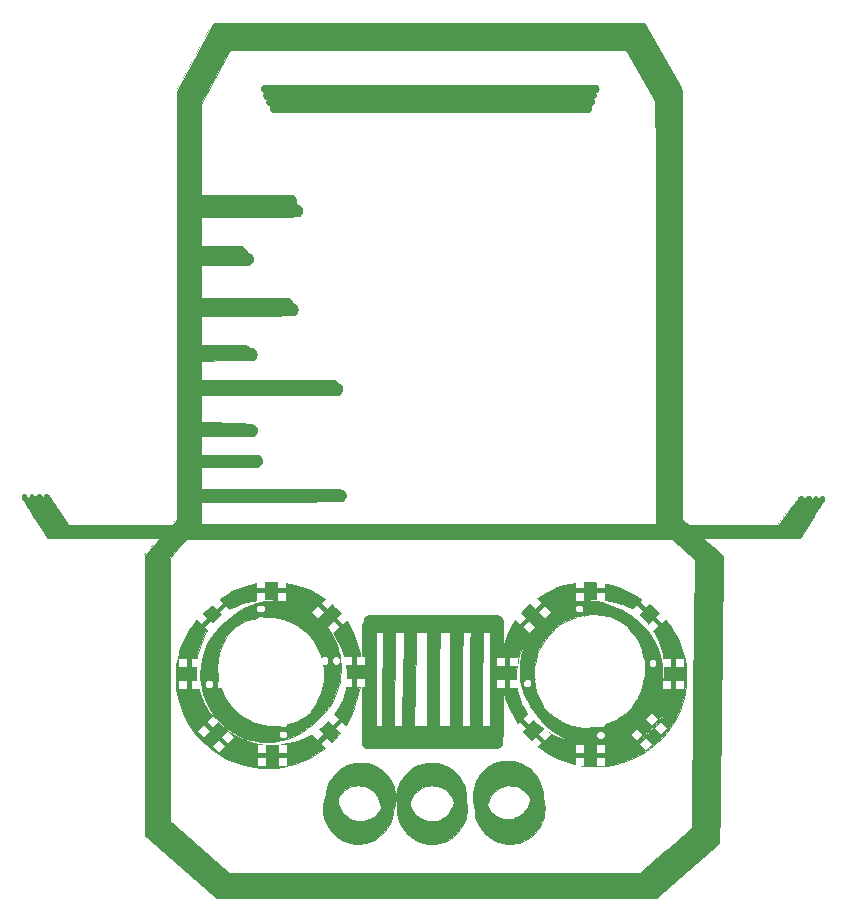
<source format=gto>
G04 #@! TF.GenerationSoftware,KiCad,Pcbnew,5.1.10*
G04 #@! TF.CreationDate,2021-09-05T11:20:00+02:00*
G04 #@! TF.ProjectId,badge,62616467-652e-46b6-9963-61645f706362,rev?*
G04 #@! TF.SameCoordinates,Original*
G04 #@! TF.FileFunction,Legend,Top*
G04 #@! TF.FilePolarity,Positive*
%FSLAX46Y46*%
G04 Gerber Fmt 4.6, Leading zero omitted, Abs format (unit mm)*
G04 Created by KiCad (PCBNEW 5.1.10) date 2021-09-05 11:20:00*
%MOMM*%
%LPD*%
G01*
G04 APERTURE LIST*
%ADD10C,0.010000*%
%ADD11C,0.120000*%
%ADD12C,3.200000*%
%ADD13R,0.700000X0.700000*%
%ADD14C,0.100000*%
%ADD15C,0.600000*%
G04 APERTURE END LIST*
D10*
G36*
X164036182Y-68256225D02*
G01*
X164121992Y-68341758D01*
X164172755Y-68439279D01*
X164188330Y-68541512D01*
X164168577Y-68641182D01*
X164113354Y-68731013D01*
X164046495Y-68788953D01*
X163984672Y-68820441D01*
X163924447Y-68836481D01*
X163914917Y-68837000D01*
X163855261Y-68837000D01*
X163900202Y-68913169D01*
X163938717Y-69016226D01*
X163940928Y-69123686D01*
X163909397Y-69225457D01*
X163846686Y-69311446D01*
X163787861Y-69355572D01*
X163713664Y-69397917D01*
X163762582Y-69469839D01*
X163804109Y-69565950D01*
X163805269Y-69673417D01*
X163779457Y-69762613D01*
X163737800Y-69830381D01*
X163676837Y-69889166D01*
X163609917Y-69928075D01*
X163565010Y-69937667D01*
X163523508Y-69942963D01*
X163510861Y-69963989D01*
X163525200Y-70008449D01*
X163540417Y-70039034D01*
X163573327Y-70144099D01*
X163566411Y-70250352D01*
X163521489Y-70351383D01*
X163440381Y-70440782D01*
X163422349Y-70454942D01*
X163363896Y-70498584D01*
X149982823Y-70502090D01*
X149206257Y-70502265D01*
X148442495Y-70502379D01*
X147692599Y-70502435D01*
X146957631Y-70502432D01*
X146238653Y-70502373D01*
X145536726Y-70502259D01*
X144852913Y-70502090D01*
X144188274Y-70501868D01*
X143543871Y-70501594D01*
X142920767Y-70501270D01*
X142320023Y-70500896D01*
X141742700Y-70500473D01*
X141189861Y-70500003D01*
X140662567Y-70499487D01*
X140161879Y-70498926D01*
X139688861Y-70498322D01*
X139244572Y-70497675D01*
X138830075Y-70496986D01*
X138446432Y-70496258D01*
X138094705Y-70495490D01*
X137775954Y-70494685D01*
X137491243Y-70493842D01*
X137241632Y-70492965D01*
X137028183Y-70492053D01*
X136851958Y-70491108D01*
X136714019Y-70490130D01*
X136615427Y-70489122D01*
X136557244Y-70488085D01*
X136540458Y-70487221D01*
X136445092Y-70438721D01*
X136376470Y-70362917D01*
X136337326Y-70267373D01*
X136330398Y-70159653D01*
X136358422Y-70047321D01*
X136371219Y-70019386D01*
X136386127Y-69985172D01*
X136380980Y-69965420D01*
X136348055Y-69951147D01*
X136302165Y-69939056D01*
X136194584Y-69892954D01*
X136115654Y-69820021D01*
X136068142Y-69726925D01*
X136054816Y-69620336D01*
X136078444Y-69506923D01*
X136101622Y-69455900D01*
X136108862Y-69416275D01*
X136078306Y-69393667D01*
X136018672Y-69387334D01*
X135979412Y-69373986D01*
X135926873Y-69340315D01*
X135904282Y-69321900D01*
X135836170Y-69237581D01*
X135799145Y-69137964D01*
X135794568Y-69033901D01*
X135823802Y-68936249D01*
X135850614Y-68894368D01*
X135892115Y-68841608D01*
X135822246Y-68828501D01*
X135761366Y-68803641D01*
X135697161Y-68757298D01*
X135681445Y-68742209D01*
X135622549Y-68653601D01*
X135598030Y-68552460D01*
X135606527Y-68448908D01*
X135646680Y-68353072D01*
X135717130Y-68275074D01*
X135746894Y-68254917D01*
X135751817Y-68252137D01*
X135757592Y-68249482D01*
X135765171Y-68246948D01*
X135775507Y-68244533D01*
X135789552Y-68242233D01*
X135808259Y-68240047D01*
X135832581Y-68237971D01*
X135863469Y-68236003D01*
X135901876Y-68234139D01*
X135948756Y-68232376D01*
X136005060Y-68230712D01*
X136071740Y-68229145D01*
X136149750Y-68227670D01*
X136240041Y-68226286D01*
X136343567Y-68224989D01*
X136461280Y-68223776D01*
X136594132Y-68222645D01*
X136743076Y-68221593D01*
X136909064Y-68220617D01*
X137093049Y-68219715D01*
X137295983Y-68218882D01*
X137518818Y-68218117D01*
X137762509Y-68217417D01*
X138028005Y-68216778D01*
X138316262Y-68216198D01*
X138628229Y-68215674D01*
X138964862Y-68215204D01*
X139327110Y-68214784D01*
X139715929Y-68214411D01*
X140132268Y-68214083D01*
X140577082Y-68213797D01*
X141051323Y-68213549D01*
X141555943Y-68213338D01*
X142091895Y-68213160D01*
X142660131Y-68213013D01*
X143261604Y-68212893D01*
X143897266Y-68212798D01*
X144568069Y-68212724D01*
X145274967Y-68212670D01*
X146018911Y-68212632D01*
X146800855Y-68212607D01*
X147621751Y-68212593D01*
X148482550Y-68212586D01*
X149384206Y-68212584D01*
X163977729Y-68212584D01*
X164036182Y-68256225D01*
G37*
X164036182Y-68256225D02*
X164121992Y-68341758D01*
X164172755Y-68439279D01*
X164188330Y-68541512D01*
X164168577Y-68641182D01*
X164113354Y-68731013D01*
X164046495Y-68788953D01*
X163984672Y-68820441D01*
X163924447Y-68836481D01*
X163914917Y-68837000D01*
X163855261Y-68837000D01*
X163900202Y-68913169D01*
X163938717Y-69016226D01*
X163940928Y-69123686D01*
X163909397Y-69225457D01*
X163846686Y-69311446D01*
X163787861Y-69355572D01*
X163713664Y-69397917D01*
X163762582Y-69469839D01*
X163804109Y-69565950D01*
X163805269Y-69673417D01*
X163779457Y-69762613D01*
X163737800Y-69830381D01*
X163676837Y-69889166D01*
X163609917Y-69928075D01*
X163565010Y-69937667D01*
X163523508Y-69942963D01*
X163510861Y-69963989D01*
X163525200Y-70008449D01*
X163540417Y-70039034D01*
X163573327Y-70144099D01*
X163566411Y-70250352D01*
X163521489Y-70351383D01*
X163440381Y-70440782D01*
X163422349Y-70454942D01*
X163363896Y-70498584D01*
X149982823Y-70502090D01*
X149206257Y-70502265D01*
X148442495Y-70502379D01*
X147692599Y-70502435D01*
X146957631Y-70502432D01*
X146238653Y-70502373D01*
X145536726Y-70502259D01*
X144852913Y-70502090D01*
X144188274Y-70501868D01*
X143543871Y-70501594D01*
X142920767Y-70501270D01*
X142320023Y-70500896D01*
X141742700Y-70500473D01*
X141189861Y-70500003D01*
X140662567Y-70499487D01*
X140161879Y-70498926D01*
X139688861Y-70498322D01*
X139244572Y-70497675D01*
X138830075Y-70496986D01*
X138446432Y-70496258D01*
X138094705Y-70495490D01*
X137775954Y-70494685D01*
X137491243Y-70493842D01*
X137241632Y-70492965D01*
X137028183Y-70492053D01*
X136851958Y-70491108D01*
X136714019Y-70490130D01*
X136615427Y-70489122D01*
X136557244Y-70488085D01*
X136540458Y-70487221D01*
X136445092Y-70438721D01*
X136376470Y-70362917D01*
X136337326Y-70267373D01*
X136330398Y-70159653D01*
X136358422Y-70047321D01*
X136371219Y-70019386D01*
X136386127Y-69985172D01*
X136380980Y-69965420D01*
X136348055Y-69951147D01*
X136302165Y-69939056D01*
X136194584Y-69892954D01*
X136115654Y-69820021D01*
X136068142Y-69726925D01*
X136054816Y-69620336D01*
X136078444Y-69506923D01*
X136101622Y-69455900D01*
X136108862Y-69416275D01*
X136078306Y-69393667D01*
X136018672Y-69387334D01*
X135979412Y-69373986D01*
X135926873Y-69340315D01*
X135904282Y-69321900D01*
X135836170Y-69237581D01*
X135799145Y-69137964D01*
X135794568Y-69033901D01*
X135823802Y-68936249D01*
X135850614Y-68894368D01*
X135892115Y-68841608D01*
X135822246Y-68828501D01*
X135761366Y-68803641D01*
X135697161Y-68757298D01*
X135681445Y-68742209D01*
X135622549Y-68653601D01*
X135598030Y-68552460D01*
X135606527Y-68448908D01*
X135646680Y-68353072D01*
X135717130Y-68275074D01*
X135746894Y-68254917D01*
X135751817Y-68252137D01*
X135757592Y-68249482D01*
X135765171Y-68246948D01*
X135775507Y-68244533D01*
X135789552Y-68242233D01*
X135808259Y-68240047D01*
X135832581Y-68237971D01*
X135863469Y-68236003D01*
X135901876Y-68234139D01*
X135948756Y-68232376D01*
X136005060Y-68230712D01*
X136071740Y-68229145D01*
X136149750Y-68227670D01*
X136240041Y-68226286D01*
X136343567Y-68224989D01*
X136461280Y-68223776D01*
X136594132Y-68222645D01*
X136743076Y-68221593D01*
X136909064Y-68220617D01*
X137093049Y-68219715D01*
X137295983Y-68218882D01*
X137518818Y-68218117D01*
X137762509Y-68217417D01*
X138028005Y-68216778D01*
X138316262Y-68216198D01*
X138628229Y-68215674D01*
X138964862Y-68215204D01*
X139327110Y-68214784D01*
X139715929Y-68214411D01*
X140132268Y-68214083D01*
X140577082Y-68213797D01*
X141051323Y-68213549D01*
X141555943Y-68213338D01*
X142091895Y-68213160D01*
X142660131Y-68213013D01*
X143261604Y-68212893D01*
X143897266Y-68212798D01*
X144568069Y-68212724D01*
X145274967Y-68212670D01*
X146018911Y-68212632D01*
X146800855Y-68212607D01*
X147621751Y-68212593D01*
X148482550Y-68212586D01*
X149384206Y-68212584D01*
X163977729Y-68212584D01*
X164036182Y-68256225D01*
G36*
X163663334Y-110304713D02*
G01*
X164229976Y-110352199D01*
X164784830Y-110440336D01*
X165327698Y-110569056D01*
X165858381Y-110738294D01*
X166376679Y-110947983D01*
X166882393Y-111198057D01*
X167375325Y-111488450D01*
X167536834Y-111594244D01*
X167649628Y-111669056D01*
X167772754Y-111749132D01*
X167890712Y-111824475D01*
X167981334Y-111881006D01*
X168444356Y-112189228D01*
X168885896Y-112532586D01*
X169302944Y-112908123D01*
X169692488Y-113312885D01*
X170051519Y-113743917D01*
X170377027Y-114198262D01*
X170439556Y-114294350D01*
X170722283Y-114775028D01*
X170966807Y-115272483D01*
X171172772Y-115784529D01*
X171339823Y-116308978D01*
X171467606Y-116843646D01*
X171555766Y-117386344D01*
X171603947Y-117934888D01*
X171611795Y-118487090D01*
X171578954Y-119040764D01*
X171505070Y-119593724D01*
X171389788Y-120143784D01*
X171389486Y-120145000D01*
X171236768Y-120672201D01*
X171044405Y-121186967D01*
X170813857Y-121686986D01*
X170546585Y-122169944D01*
X170244048Y-122633529D01*
X169907709Y-123075429D01*
X169539025Y-123493329D01*
X169139459Y-123884917D01*
X168891500Y-124101273D01*
X168553287Y-124369714D01*
X168213417Y-124609820D01*
X167859792Y-124829429D01*
X167480315Y-125036376D01*
X167335750Y-125108939D01*
X166942595Y-125290800D01*
X166555421Y-125445630D01*
X166164984Y-125576224D01*
X165762037Y-125685374D01*
X165337337Y-125775873D01*
X164881636Y-125850514D01*
X164880417Y-125850688D01*
X164804787Y-125858650D01*
X164695621Y-125866309D01*
X164559907Y-125873493D01*
X164404635Y-125880030D01*
X164236792Y-125885749D01*
X164063368Y-125890479D01*
X163891351Y-125894048D01*
X163727731Y-125896286D01*
X163579495Y-125897020D01*
X163453632Y-125896080D01*
X163357132Y-125893293D01*
X163303500Y-125889356D01*
X163254287Y-125883534D01*
X163173855Y-125874111D01*
X163073038Y-125862354D01*
X162962672Y-125849529D01*
X162954250Y-125848552D01*
X162407046Y-125764282D01*
X161869678Y-125640356D01*
X161344258Y-125478249D01*
X160832897Y-125279440D01*
X160337706Y-125045404D01*
X159860798Y-124777618D01*
X159404283Y-124477559D01*
X159399069Y-124473584D01*
X166139834Y-124473584D01*
X166150417Y-124484167D01*
X166161000Y-124473584D01*
X166150417Y-124463000D01*
X166139834Y-124473584D01*
X159399069Y-124473584D01*
X159343536Y-124431250D01*
X166245667Y-124431250D01*
X166256250Y-124441834D01*
X166266834Y-124431250D01*
X166256250Y-124420667D01*
X166245667Y-124431250D01*
X159343536Y-124431250D01*
X159323888Y-124416272D01*
X166292225Y-124416272D01*
X166298584Y-124420019D01*
X166333368Y-124409480D01*
X166351500Y-124399500D01*
X166368442Y-124382728D01*
X166362084Y-124378982D01*
X166327299Y-124389521D01*
X166309167Y-124399500D01*
X166292225Y-124416272D01*
X159323888Y-124416272D01*
X159273277Y-124377690D01*
X166397880Y-124377690D01*
X166398176Y-124377803D01*
X166422804Y-124370003D01*
X166476886Y-124348591D01*
X166551252Y-124317285D01*
X166601656Y-124295358D01*
X167088350Y-124058903D01*
X167548935Y-123789606D01*
X167982560Y-123488189D01*
X168388377Y-123155374D01*
X168765536Y-122791884D01*
X169113186Y-122398441D01*
X169430479Y-121975766D01*
X169560314Y-121780619D01*
X169607934Y-121702776D01*
X169665199Y-121603601D01*
X169728965Y-121489129D01*
X169796089Y-121365393D01*
X169863428Y-121238429D01*
X169927840Y-121114271D01*
X169986181Y-120998954D01*
X170035308Y-120898512D01*
X170072079Y-120818980D01*
X170093350Y-120766392D01*
X170097374Y-120749455D01*
X170088373Y-120757909D01*
X170064398Y-120797742D01*
X170029197Y-120862368D01*
X169990415Y-120937470D01*
X169723921Y-121418280D01*
X169421247Y-121879100D01*
X169084860Y-122317082D01*
X168717224Y-122729379D01*
X168320806Y-123113143D01*
X167898069Y-123465526D01*
X167632084Y-123661225D01*
X167455858Y-123781334D01*
X167283987Y-123890800D01*
X167104733Y-123996625D01*
X166906358Y-124105809D01*
X166743084Y-124191474D01*
X166632509Y-124248975D01*
X166537242Y-124299296D01*
X166462743Y-124339488D01*
X166414469Y-124366602D01*
X166397880Y-124377690D01*
X159273277Y-124377690D01*
X158970272Y-124146705D01*
X158688212Y-123898556D01*
X162336889Y-123898556D01*
X162339795Y-123911139D01*
X162351000Y-123912667D01*
X162368423Y-123904922D01*
X162365111Y-123898556D01*
X162339991Y-123896022D01*
X162336889Y-123898556D01*
X158688212Y-123898556D01*
X158560878Y-123786531D01*
X158178211Y-123398515D01*
X157824382Y-122984133D01*
X157501504Y-122544862D01*
X157211687Y-122082180D01*
X156998395Y-121682716D01*
X156856128Y-121392787D01*
X156731862Y-121135004D01*
X156623491Y-120904262D01*
X156528911Y-120695450D01*
X156446020Y-120503462D01*
X156372713Y-120323188D01*
X156306886Y-120149522D01*
X156246435Y-119977355D01*
X156189257Y-119801580D01*
X156133247Y-119617087D01*
X156099136Y-119499417D01*
X156094224Y-119485794D01*
X156089856Y-119482773D01*
X156085997Y-119492555D01*
X156082614Y-119517338D01*
X156079671Y-119559321D01*
X156077134Y-119620705D01*
X156074968Y-119703689D01*
X156073139Y-119810471D01*
X156071613Y-119943252D01*
X156070355Y-120104231D01*
X156069329Y-120295607D01*
X156068503Y-120519580D01*
X156067841Y-120778349D01*
X156067308Y-121074113D01*
X156066870Y-121409072D01*
X156066704Y-121564571D01*
X156066046Y-121984250D01*
X156064965Y-122361644D01*
X156063463Y-122696802D01*
X156061537Y-122989769D01*
X156059188Y-123240593D01*
X156056416Y-123449320D01*
X156053218Y-123615998D01*
X156049596Y-123740674D01*
X156045548Y-123823394D01*
X156041701Y-123861154D01*
X155993602Y-124017328D01*
X155911985Y-124153282D01*
X155801314Y-124263458D01*
X155666058Y-124342300D01*
X155649710Y-124348883D01*
X155638026Y-124353046D01*
X155624322Y-124356910D01*
X155607048Y-124360486D01*
X155584658Y-124363786D01*
X155555602Y-124366820D01*
X155518332Y-124369600D01*
X155471300Y-124372137D01*
X155412958Y-124374441D01*
X155341758Y-124376525D01*
X155256151Y-124378399D01*
X155154588Y-124380074D01*
X155035523Y-124381561D01*
X154897405Y-124382872D01*
X154738688Y-124384018D01*
X154557823Y-124385009D01*
X154353261Y-124385857D01*
X154123455Y-124386573D01*
X153866856Y-124387168D01*
X153581916Y-124387653D01*
X153267086Y-124388040D01*
X152920818Y-124388339D01*
X152541565Y-124388562D01*
X152127777Y-124388719D01*
X151677907Y-124388822D01*
X151190406Y-124388882D01*
X150663726Y-124388910D01*
X150096319Y-124388917D01*
X144602750Y-124388917D01*
X144506425Y-124344347D01*
X144367869Y-124259562D01*
X144258257Y-124145449D01*
X144190991Y-124034964D01*
X144126500Y-123905905D01*
X144126500Y-118955606D01*
X144126473Y-118411605D01*
X144126417Y-117908312D01*
X144126368Y-117444102D01*
X144126361Y-117017348D01*
X144126434Y-116626426D01*
X144126622Y-116269710D01*
X144126961Y-115945574D01*
X144127488Y-115652393D01*
X144128240Y-115388542D01*
X144129251Y-115152396D01*
X144130558Y-114942328D01*
X144132198Y-114756713D01*
X144134207Y-114593926D01*
X144134836Y-114557000D01*
X145333000Y-114557000D01*
X145333000Y-122452167D01*
X145819834Y-122452167D01*
X146857000Y-122452167D01*
X147534334Y-122452167D01*
X148571500Y-122452167D01*
X149672167Y-122452167D01*
X149672175Y-121441459D01*
X149672254Y-121333844D01*
X150709334Y-121333844D01*
X150709334Y-122452167D01*
X151593259Y-122452167D01*
X152630611Y-122452167D01*
X153270500Y-122452167D01*
X154307667Y-122452167D01*
X155027334Y-122452167D01*
X155027334Y-118304440D01*
X157222432Y-118304440D01*
X157237314Y-118761702D01*
X157278792Y-119150167D01*
X157324127Y-119425586D01*
X157379544Y-119698305D01*
X157443213Y-119961961D01*
X157513307Y-120210191D01*
X157587996Y-120436630D01*
X157665454Y-120634914D01*
X157743851Y-120798681D01*
X157761433Y-120830122D01*
X157858756Y-120989164D01*
X157976740Y-121166772D01*
X158106942Y-121350772D01*
X158240920Y-121528988D01*
X158284426Y-121584334D01*
X158371786Y-121688316D01*
X158482590Y-121811392D01*
X158609310Y-121945948D01*
X158744418Y-122084365D01*
X158880386Y-122219030D01*
X159009686Y-122342325D01*
X159124790Y-122446635D01*
X159197167Y-122507741D01*
X159624832Y-122826704D01*
X160068376Y-123106645D01*
X160529079Y-123348171D01*
X161008225Y-123551889D01*
X161507094Y-123718405D01*
X162026970Y-123848326D01*
X162033500Y-123849699D01*
X162148197Y-123872459D01*
X162223429Y-123884575D01*
X162258857Y-123886304D01*
X162254137Y-123877907D01*
X162208929Y-123859642D01*
X162122890Y-123831769D01*
X162075752Y-123817630D01*
X161647192Y-123670417D01*
X161224223Y-123484356D01*
X160812326Y-123262933D01*
X160416984Y-123009633D01*
X160043678Y-122727942D01*
X159697891Y-122421345D01*
X159412158Y-122124084D01*
X159325761Y-122022901D01*
X159221100Y-121894285D01*
X159103539Y-121745355D01*
X158978444Y-121583232D01*
X158851179Y-121415034D01*
X158727109Y-121247882D01*
X158611600Y-121088896D01*
X158510017Y-120945195D01*
X158427724Y-120823900D01*
X158399349Y-120780000D01*
X158185991Y-120409383D01*
X157996372Y-120011525D01*
X157834790Y-119596789D01*
X157705542Y-119175540D01*
X157663252Y-119004904D01*
X157581179Y-118565998D01*
X157552016Y-118294531D01*
X158714004Y-118294531D01*
X158718859Y-118473032D01*
X158729312Y-118621576D01*
X158729631Y-118624646D01*
X158797968Y-119088206D01*
X158904154Y-119533934D01*
X159048862Y-119964248D01*
X159200036Y-120314219D01*
X159291280Y-120500111D01*
X159373133Y-120653929D01*
X159450508Y-120783448D01*
X159528317Y-120896439D01*
X159611470Y-121000674D01*
X159687281Y-121085272D01*
X160014118Y-121404156D01*
X160365361Y-121688834D01*
X160739429Y-121938518D01*
X161134742Y-122152419D01*
X161549719Y-122329751D01*
X161982779Y-122469726D01*
X162432343Y-122571556D01*
X162769272Y-122621264D01*
X162883118Y-122629688D01*
X163028784Y-122633391D01*
X163196062Y-122632719D01*
X163374744Y-122628016D01*
X163554621Y-122619628D01*
X163725485Y-122607900D01*
X163877127Y-122593177D01*
X163970250Y-122580669D01*
X164419353Y-122489309D01*
X164851551Y-122359206D01*
X165266053Y-122190763D01*
X165662067Y-121984384D01*
X166038803Y-121740472D01*
X166395469Y-121459431D01*
X166669814Y-121204147D01*
X166981263Y-120863704D01*
X167101159Y-120705917D01*
X170098000Y-120705917D01*
X170108584Y-120716500D01*
X170119167Y-120705917D01*
X170108584Y-120695334D01*
X170098000Y-120705917D01*
X167101159Y-120705917D01*
X167133326Y-120663584D01*
X170119167Y-120663584D01*
X170129750Y-120674167D01*
X170140334Y-120663584D01*
X170129750Y-120653000D01*
X170119167Y-120663584D01*
X167133326Y-120663584D01*
X167213745Y-120557750D01*
X170161500Y-120557750D01*
X170172084Y-120568334D01*
X170182667Y-120557750D01*
X170172084Y-120547167D01*
X170161500Y-120557750D01*
X167213745Y-120557750D01*
X167256205Y-120501872D01*
X167494502Y-120118924D01*
X167655786Y-119795750D01*
X169357167Y-119795750D01*
X169367750Y-119806334D01*
X169378334Y-119795750D01*
X169367750Y-119785167D01*
X169357167Y-119795750D01*
X167655786Y-119795750D01*
X167687476Y-119732250D01*
X169378334Y-119732250D01*
X169388917Y-119742834D01*
X169399500Y-119732250D01*
X169388917Y-119721667D01*
X169378334Y-119732250D01*
X167687476Y-119732250D01*
X167696020Y-119715131D01*
X167714010Y-119668750D01*
X169399500Y-119668750D01*
X169410084Y-119679334D01*
X169420667Y-119668750D01*
X169410084Y-119658167D01*
X169399500Y-119668750D01*
X167714010Y-119668750D01*
X167860622Y-119290763D01*
X167988173Y-118846093D01*
X168077510Y-118388167D01*
X168095901Y-118231337D01*
X168108837Y-118045296D01*
X168116288Y-117841008D01*
X168118223Y-117629438D01*
X168114613Y-117421551D01*
X168105429Y-117228311D01*
X168090639Y-117060684D01*
X168081328Y-116991167D01*
X167989231Y-116525389D01*
X167859946Y-116079326D01*
X167693720Y-115653489D01*
X167490801Y-115248388D01*
X167251435Y-114864534D01*
X166975871Y-114502438D01*
X166760686Y-114261262D01*
X166562023Y-114064369D01*
X166347233Y-113872854D01*
X166130272Y-113698764D01*
X165999417Y-113603919D01*
X165867390Y-113524602D01*
X165700813Y-113443568D01*
X165507245Y-113363430D01*
X165294247Y-113286806D01*
X165069379Y-113216309D01*
X164840202Y-113154556D01*
X164614276Y-113104162D01*
X164488834Y-113081355D01*
X164360377Y-113065466D01*
X164199375Y-113053778D01*
X164015406Y-113046278D01*
X163818046Y-113042955D01*
X163616874Y-113043798D01*
X163421467Y-113048796D01*
X163241403Y-113057937D01*
X163086260Y-113071210D01*
X162996584Y-113083121D01*
X162536000Y-113178480D01*
X162092583Y-113312193D01*
X161667481Y-113483678D01*
X161261845Y-113692350D01*
X160876824Y-113937626D01*
X160513569Y-114218922D01*
X160211063Y-114497545D01*
X159896786Y-114840383D01*
X159616772Y-115207392D01*
X159372074Y-115596493D01*
X159163741Y-116005607D01*
X158992825Y-116432654D01*
X158860377Y-116875557D01*
X158767449Y-117332236D01*
X158762917Y-117361584D01*
X158744402Y-117514620D01*
X158729945Y-117696117D01*
X158719854Y-117894389D01*
X158714438Y-118097755D01*
X158714004Y-118294531D01*
X157552016Y-118294531D01*
X157532443Y-118112343D01*
X157517161Y-117652765D01*
X157535451Y-117196089D01*
X157587427Y-116751138D01*
X157630353Y-116514917D01*
X157684082Y-116283787D01*
X157751146Y-116042025D01*
X157828405Y-115798453D01*
X157912721Y-115561895D01*
X158000957Y-115341172D01*
X158089972Y-115145110D01*
X158173607Y-114987667D01*
X158202246Y-114935585D01*
X158216965Y-114902237D01*
X158216874Y-114895667D01*
X158196830Y-114914085D01*
X158162118Y-114965792D01*
X158115428Y-115045463D01*
X158059449Y-115147776D01*
X157996871Y-115267408D01*
X157930384Y-115399034D01*
X157862677Y-115537332D01*
X157796440Y-115676978D01*
X157734361Y-115812649D01*
X157679132Y-115939023D01*
X157634036Y-116049250D01*
X157489897Y-116470090D01*
X157375773Y-116913843D01*
X157292557Y-117372695D01*
X157241145Y-117838833D01*
X157222432Y-118304440D01*
X155027334Y-118304440D01*
X155027334Y-114557000D01*
X154709834Y-114557000D01*
X154599282Y-114557333D01*
X154505400Y-114558249D01*
X154435519Y-114559627D01*
X154396977Y-114561345D01*
X154391749Y-114562292D01*
X154391288Y-114585188D01*
X154390402Y-114647821D01*
X154389119Y-114747596D01*
X154387469Y-114881919D01*
X154385479Y-115048195D01*
X154383179Y-115243830D01*
X154380597Y-115466230D01*
X154377761Y-115712801D01*
X154374701Y-115980947D01*
X154371444Y-116268075D01*
X154368020Y-116571591D01*
X154364457Y-116888899D01*
X154360784Y-117217406D01*
X154357030Y-117554517D01*
X154353223Y-117897637D01*
X154349391Y-118244174D01*
X154345563Y-118591531D01*
X154341769Y-118937115D01*
X154338036Y-119278331D01*
X154334393Y-119612586D01*
X154330869Y-119937284D01*
X154327493Y-120249831D01*
X154324293Y-120547634D01*
X154321297Y-120828096D01*
X154318535Y-121088625D01*
X154316034Y-121326626D01*
X154313825Y-121539505D01*
X154311934Y-121724666D01*
X154310392Y-121879516D01*
X154309226Y-122001461D01*
X154308465Y-122087905D01*
X154308138Y-122136255D01*
X154308128Y-122139959D01*
X154307667Y-122452167D01*
X153270500Y-122452167D01*
X153270491Y-122224625D01*
X153270728Y-122161315D01*
X153271423Y-122058644D01*
X153272542Y-121919579D01*
X153274055Y-121747091D01*
X153275929Y-121544147D01*
X153278132Y-121313717D01*
X153280632Y-121058769D01*
X153283398Y-120782272D01*
X153286398Y-120487196D01*
X153289599Y-120176508D01*
X153292970Y-119853178D01*
X153296479Y-119520175D01*
X153300094Y-119180467D01*
X153303782Y-118837023D01*
X153307512Y-118492812D01*
X153311253Y-118150803D01*
X153314972Y-117813964D01*
X153318637Y-117485265D01*
X153322216Y-117167675D01*
X153325677Y-116864161D01*
X153328989Y-116577693D01*
X153332120Y-116311240D01*
X153335037Y-116067770D01*
X153337709Y-115850253D01*
X153340104Y-115661657D01*
X153342189Y-115504951D01*
X153343933Y-115383104D01*
X153344350Y-115356042D01*
X153356902Y-114557000D01*
X152683008Y-114557000D01*
X152669841Y-116943542D01*
X152667837Y-117298556D01*
X152665661Y-117669375D01*
X152663349Y-118050411D01*
X152660939Y-118436079D01*
X152658468Y-118820790D01*
X152655972Y-119198958D01*
X152653488Y-119564995D01*
X152651055Y-119913314D01*
X152648708Y-120238329D01*
X152646486Y-120534451D01*
X152644424Y-120796094D01*
X152643642Y-120891125D01*
X152630611Y-122452167D01*
X151593259Y-122452167D01*
X151606219Y-121176875D01*
X151608037Y-120985972D01*
X151610007Y-120757143D01*
X151612100Y-120494797D01*
X151614286Y-120203342D01*
X151616537Y-119887185D01*
X151618823Y-119550734D01*
X151621116Y-119198398D01*
X151623386Y-118834584D01*
X151625604Y-118463700D01*
X151627741Y-118090153D01*
X151629769Y-117718352D01*
X151631657Y-117352705D01*
X151632268Y-117229292D01*
X151645357Y-114557000D01*
X150737503Y-114557000D01*
X150723418Y-117386260D01*
X150721635Y-117753487D01*
X150719917Y-118124819D01*
X150718278Y-118496330D01*
X150716733Y-118864097D01*
X150715295Y-119224192D01*
X150713978Y-119572690D01*
X150712797Y-119905666D01*
X150711765Y-120219194D01*
X150710897Y-120509348D01*
X150710206Y-120772204D01*
X150709706Y-121003835D01*
X150709412Y-121200315D01*
X150709334Y-121333844D01*
X149672254Y-121333844D01*
X149672284Y-121294105D01*
X149672599Y-121108063D01*
X149673109Y-120886974D01*
X149673798Y-120634484D01*
X149674656Y-120354234D01*
X149675668Y-120049870D01*
X149676822Y-119725033D01*
X149678104Y-119383369D01*
X149679503Y-119028520D01*
X149681003Y-118664129D01*
X149682594Y-118293841D01*
X149684261Y-117921299D01*
X149685992Y-117550146D01*
X149686261Y-117493875D01*
X149700338Y-114557000D01*
X148762000Y-114557000D01*
X148761876Y-114657542D01*
X148761330Y-114689111D01*
X148759756Y-114760790D01*
X148757209Y-114870371D01*
X148753743Y-115015644D01*
X148749414Y-115194399D01*
X148744275Y-115404428D01*
X148738383Y-115643522D01*
X148731791Y-115909471D01*
X148724554Y-116200067D01*
X148716728Y-116513099D01*
X148708367Y-116846359D01*
X148699526Y-117197638D01*
X148690260Y-117564727D01*
X148680623Y-117945416D01*
X148670670Y-118337497D01*
X148666690Y-118494000D01*
X148656626Y-118890131D01*
X148646857Y-119275844D01*
X148637438Y-119648923D01*
X148628423Y-120007150D01*
X148619868Y-120348308D01*
X148611827Y-120670179D01*
X148604355Y-120970547D01*
X148597507Y-121247193D01*
X148591338Y-121497901D01*
X148585902Y-121720453D01*
X148581255Y-121912632D01*
X148577452Y-122072220D01*
X148574546Y-122197000D01*
X148572593Y-122284754D01*
X148571648Y-122333266D01*
X148571565Y-122341042D01*
X148571500Y-122452167D01*
X147534334Y-122452167D01*
X147534428Y-122372792D01*
X147534967Y-122343517D01*
X147536528Y-122274109D01*
X147539056Y-122166754D01*
X147542497Y-122023638D01*
X147546797Y-121846948D01*
X147551902Y-121638869D01*
X147557758Y-121401589D01*
X147564309Y-121137292D01*
X147571503Y-120848167D01*
X147579284Y-120536398D01*
X147587599Y-120204172D01*
X147596393Y-119853676D01*
X147605612Y-119487096D01*
X147615202Y-119106618D01*
X147625108Y-118714428D01*
X147629613Y-118536334D01*
X147639652Y-118139079D01*
X147649398Y-117752242D01*
X147658796Y-117378032D01*
X147667793Y-117018661D01*
X147676333Y-116676339D01*
X147684362Y-116353277D01*
X147691826Y-116051685D01*
X147698670Y-115773774D01*
X147704840Y-115521755D01*
X147710283Y-115297838D01*
X147714942Y-115104234D01*
X147718765Y-114943153D01*
X147721696Y-114816807D01*
X147723681Y-114727405D01*
X147724666Y-114677159D01*
X147724769Y-114668125D01*
X147724834Y-114557000D01*
X146984000Y-114557000D01*
X146983777Y-114795125D01*
X146983363Y-114842697D01*
X146982200Y-114930153D01*
X146980328Y-115055053D01*
X146977792Y-115214956D01*
X146974632Y-115407421D01*
X146970891Y-115630006D01*
X146966612Y-115880271D01*
X146961837Y-116155774D01*
X146956607Y-116454075D01*
X146950965Y-116772732D01*
X146944954Y-117109304D01*
X146938615Y-117461351D01*
X146931990Y-117826430D01*
X146925123Y-118202102D01*
X146920533Y-118451667D01*
X146913517Y-118833920D01*
X146906718Y-119207770D01*
X146900177Y-119570726D01*
X146893937Y-119920301D01*
X146888040Y-120254004D01*
X146882529Y-120569345D01*
X146877446Y-120863836D01*
X146872835Y-121134987D01*
X146868736Y-121380309D01*
X146865193Y-121597311D01*
X146862248Y-121783506D01*
X146859944Y-121936403D01*
X146858323Y-122053512D01*
X146857428Y-122132345D01*
X146857256Y-122161125D01*
X146857000Y-122452167D01*
X145819834Y-122452167D01*
X145820005Y-122182292D01*
X145820416Y-122131071D01*
X145821583Y-122039998D01*
X145823463Y-121911549D01*
X145826012Y-121748198D01*
X145829189Y-121552420D01*
X145832951Y-121326689D01*
X145837256Y-121073479D01*
X145842060Y-120795267D01*
X145847321Y-120494525D01*
X145852996Y-120173729D01*
X145859044Y-119835354D01*
X145865421Y-119481873D01*
X145872084Y-119115762D01*
X145878991Y-118739495D01*
X145883334Y-118504584D01*
X145890370Y-118123309D01*
X145897188Y-117750671D01*
X145903746Y-117389145D01*
X145910000Y-117041204D01*
X145915909Y-116709325D01*
X145921430Y-116395981D01*
X145926519Y-116103647D01*
X145931135Y-115834797D01*
X145935235Y-115591907D01*
X145938777Y-115377451D01*
X145941716Y-115193903D01*
X145944012Y-115043738D01*
X145945621Y-114929430D01*
X145946501Y-114853456D01*
X145946662Y-114826875D01*
X145946834Y-114557000D01*
X145333000Y-114557000D01*
X144134836Y-114557000D01*
X144136620Y-114452341D01*
X144139475Y-114330333D01*
X144142807Y-114226276D01*
X144146652Y-114138546D01*
X144151047Y-114065516D01*
X144156028Y-114005561D01*
X144161631Y-113957056D01*
X144167892Y-113918374D01*
X144174847Y-113887892D01*
X144182533Y-113863982D01*
X144190986Y-113845021D01*
X144200242Y-113829381D01*
X144210337Y-113815439D01*
X144221307Y-113801568D01*
X144233189Y-113786143D01*
X144241877Y-113773834D01*
X144276058Y-113707828D01*
X144305488Y-113625448D01*
X144314984Y-113587567D01*
X144365905Y-113428971D01*
X144447948Y-113298705D01*
X144562549Y-113194921D01*
X144666058Y-113135540D01*
X144793250Y-113075367D01*
X150174081Y-113075350D01*
X150737730Y-113075351D01*
X151260611Y-113075365D01*
X151744291Y-113075405D01*
X152190335Y-113075482D01*
X152600310Y-113075610D01*
X152975782Y-113075801D01*
X153318316Y-113076066D01*
X153629479Y-113076419D01*
X153910836Y-113076871D01*
X154163954Y-113077435D01*
X154390398Y-113078123D01*
X154591735Y-113078948D01*
X154769530Y-113079922D01*
X154925349Y-113081056D01*
X155060760Y-113082364D01*
X155177326Y-113083858D01*
X155276615Y-113085550D01*
X155360192Y-113087453D01*
X155429623Y-113089578D01*
X155486475Y-113091938D01*
X155532313Y-113094546D01*
X155568704Y-113097413D01*
X155597212Y-113100553D01*
X155619405Y-113103976D01*
X155636849Y-113107697D01*
X155651108Y-113111726D01*
X155663750Y-113116076D01*
X155670519Y-113118588D01*
X155799504Y-113187982D01*
X155912503Y-113289884D01*
X155999570Y-113414903D01*
X156013126Y-113442133D01*
X156064087Y-113551584D01*
X156065454Y-114747500D01*
X156066822Y-115943417D01*
X156148937Y-115657667D01*
X156320854Y-115134041D01*
X156432486Y-114863917D01*
X158223500Y-114863917D01*
X158234084Y-114874500D01*
X158244667Y-114863917D01*
X158234084Y-114853334D01*
X158223500Y-114863917D01*
X156432486Y-114863917D01*
X156449980Y-114821584D01*
X158244667Y-114821584D01*
X158255250Y-114832167D01*
X158265834Y-114821584D01*
X158255250Y-114811000D01*
X158244667Y-114821584D01*
X156449980Y-114821584D01*
X156529005Y-114630366D01*
X156771649Y-114147882D01*
X157047045Y-113687829D01*
X157353454Y-113251445D01*
X157689136Y-112839972D01*
X158052349Y-112454648D01*
X158441355Y-112096713D01*
X158581166Y-111985250D01*
X162202834Y-111985250D01*
X162213417Y-111995834D01*
X162224000Y-111985250D01*
X162213417Y-111974667D01*
X162202834Y-111985250D01*
X158581166Y-111985250D01*
X158600788Y-111969606D01*
X162296681Y-111969606D01*
X162317486Y-111972996D01*
X162344940Y-111969104D01*
X162345268Y-111961879D01*
X162316938Y-111956826D01*
X162304698Y-111960208D01*
X162296681Y-111969606D01*
X158600788Y-111969606D01*
X158628882Y-111947208D01*
X162406549Y-111947208D01*
X162435667Y-111950158D01*
X162465716Y-111946832D01*
X162462125Y-111939482D01*
X162418790Y-111936686D01*
X162409209Y-111939482D01*
X162406549Y-111947208D01*
X158628882Y-111947208D01*
X158649345Y-111930894D01*
X162488584Y-111930894D01*
X162605000Y-111921232D01*
X163100844Y-111895965D01*
X163574392Y-111904910D01*
X164029092Y-111948673D01*
X164468392Y-112027860D01*
X164895737Y-112143077D01*
X165314577Y-112294928D01*
X165684750Y-112462250D01*
X166014715Y-112628299D01*
X166309376Y-112783371D01*
X166573360Y-112930552D01*
X166811293Y-113072926D01*
X167027802Y-113213580D01*
X167227513Y-113355598D01*
X167415051Y-113502066D01*
X167595043Y-113656070D01*
X167772116Y-113820695D01*
X167878147Y-113925112D01*
X168217708Y-114295317D01*
X168521632Y-114688001D01*
X168789382Y-115101978D01*
X169020420Y-115536063D01*
X169214211Y-115989070D01*
X169370216Y-116459813D01*
X169487901Y-116947106D01*
X169566727Y-117449764D01*
X169591731Y-117710834D01*
X169604048Y-118003283D01*
X169599752Y-118317438D01*
X169579866Y-118639668D01*
X169545413Y-118956346D01*
X169497415Y-119253840D01*
X169464229Y-119410278D01*
X169439999Y-119517921D01*
X169426567Y-119586686D01*
X169423119Y-119618405D01*
X169428840Y-119614910D01*
X169442913Y-119578030D01*
X169464525Y-119509599D01*
X169492859Y-119411447D01*
X169527100Y-119285406D01*
X169537621Y-119245417D01*
X169618621Y-118900785D01*
X169677278Y-118567426D01*
X169714947Y-118233055D01*
X169732980Y-117885383D01*
X169732732Y-117512124D01*
X169731970Y-117481093D01*
X169723073Y-117240188D01*
X169708969Y-117028038D01*
X169688169Y-116831226D01*
X169659189Y-116636336D01*
X169620542Y-116429955D01*
X169609687Y-116377334D01*
X169486920Y-115893427D01*
X169324304Y-115420193D01*
X169123591Y-114960464D01*
X168886533Y-114517071D01*
X168614881Y-114092848D01*
X168310388Y-113690625D01*
X167974806Y-113313235D01*
X167609886Y-112963510D01*
X167376578Y-112767331D01*
X167197055Y-112639743D01*
X166981115Y-112513305D01*
X166734661Y-112390300D01*
X166463594Y-112273010D01*
X166173816Y-112163719D01*
X165871228Y-112064708D01*
X165561733Y-111978261D01*
X165251232Y-111906661D01*
X165056549Y-111869996D01*
X164840308Y-111835915D01*
X164638071Y-111810797D01*
X164437065Y-111793651D01*
X164224518Y-111783485D01*
X163987660Y-111779307D01*
X163885584Y-111779088D01*
X163653271Y-111783111D01*
X163419916Y-111794039D01*
X163193734Y-111811097D01*
X162982937Y-111833507D01*
X162795739Y-111860494D01*
X162640355Y-111891280D01*
X162605000Y-111900123D01*
X162488584Y-111930894D01*
X158649345Y-111930894D01*
X158854412Y-111767408D01*
X159289781Y-111467971D01*
X159745720Y-111199642D01*
X160220491Y-110963661D01*
X160712353Y-110761267D01*
X161219564Y-110593701D01*
X161740386Y-110462202D01*
X162273079Y-110368010D01*
X162815900Y-110312364D01*
X163367112Y-110296504D01*
X163663334Y-110304713D01*
G37*
X163663334Y-110304713D02*
X164229976Y-110352199D01*
X164784830Y-110440336D01*
X165327698Y-110569056D01*
X165858381Y-110738294D01*
X166376679Y-110947983D01*
X166882393Y-111198057D01*
X167375325Y-111488450D01*
X167536834Y-111594244D01*
X167649628Y-111669056D01*
X167772754Y-111749132D01*
X167890712Y-111824475D01*
X167981334Y-111881006D01*
X168444356Y-112189228D01*
X168885896Y-112532586D01*
X169302944Y-112908123D01*
X169692488Y-113312885D01*
X170051519Y-113743917D01*
X170377027Y-114198262D01*
X170439556Y-114294350D01*
X170722283Y-114775028D01*
X170966807Y-115272483D01*
X171172772Y-115784529D01*
X171339823Y-116308978D01*
X171467606Y-116843646D01*
X171555766Y-117386344D01*
X171603947Y-117934888D01*
X171611795Y-118487090D01*
X171578954Y-119040764D01*
X171505070Y-119593724D01*
X171389788Y-120143784D01*
X171389486Y-120145000D01*
X171236768Y-120672201D01*
X171044405Y-121186967D01*
X170813857Y-121686986D01*
X170546585Y-122169944D01*
X170244048Y-122633529D01*
X169907709Y-123075429D01*
X169539025Y-123493329D01*
X169139459Y-123884917D01*
X168891500Y-124101273D01*
X168553287Y-124369714D01*
X168213417Y-124609820D01*
X167859792Y-124829429D01*
X167480315Y-125036376D01*
X167335750Y-125108939D01*
X166942595Y-125290800D01*
X166555421Y-125445630D01*
X166164984Y-125576224D01*
X165762037Y-125685374D01*
X165337337Y-125775873D01*
X164881636Y-125850514D01*
X164880417Y-125850688D01*
X164804787Y-125858650D01*
X164695621Y-125866309D01*
X164559907Y-125873493D01*
X164404635Y-125880030D01*
X164236792Y-125885749D01*
X164063368Y-125890479D01*
X163891351Y-125894048D01*
X163727731Y-125896286D01*
X163579495Y-125897020D01*
X163453632Y-125896080D01*
X163357132Y-125893293D01*
X163303500Y-125889356D01*
X163254287Y-125883534D01*
X163173855Y-125874111D01*
X163073038Y-125862354D01*
X162962672Y-125849529D01*
X162954250Y-125848552D01*
X162407046Y-125764282D01*
X161869678Y-125640356D01*
X161344258Y-125478249D01*
X160832897Y-125279440D01*
X160337706Y-125045404D01*
X159860798Y-124777618D01*
X159404283Y-124477559D01*
X159399069Y-124473584D01*
X166139834Y-124473584D01*
X166150417Y-124484167D01*
X166161000Y-124473584D01*
X166150417Y-124463000D01*
X166139834Y-124473584D01*
X159399069Y-124473584D01*
X159343536Y-124431250D01*
X166245667Y-124431250D01*
X166256250Y-124441834D01*
X166266834Y-124431250D01*
X166256250Y-124420667D01*
X166245667Y-124431250D01*
X159343536Y-124431250D01*
X159323888Y-124416272D01*
X166292225Y-124416272D01*
X166298584Y-124420019D01*
X166333368Y-124409480D01*
X166351500Y-124399500D01*
X166368442Y-124382728D01*
X166362084Y-124378982D01*
X166327299Y-124389521D01*
X166309167Y-124399500D01*
X166292225Y-124416272D01*
X159323888Y-124416272D01*
X159273277Y-124377690D01*
X166397880Y-124377690D01*
X166398176Y-124377803D01*
X166422804Y-124370003D01*
X166476886Y-124348591D01*
X166551252Y-124317285D01*
X166601656Y-124295358D01*
X167088350Y-124058903D01*
X167548935Y-123789606D01*
X167982560Y-123488189D01*
X168388377Y-123155374D01*
X168765536Y-122791884D01*
X169113186Y-122398441D01*
X169430479Y-121975766D01*
X169560314Y-121780619D01*
X169607934Y-121702776D01*
X169665199Y-121603601D01*
X169728965Y-121489129D01*
X169796089Y-121365393D01*
X169863428Y-121238429D01*
X169927840Y-121114271D01*
X169986181Y-120998954D01*
X170035308Y-120898512D01*
X170072079Y-120818980D01*
X170093350Y-120766392D01*
X170097374Y-120749455D01*
X170088373Y-120757909D01*
X170064398Y-120797742D01*
X170029197Y-120862368D01*
X169990415Y-120937470D01*
X169723921Y-121418280D01*
X169421247Y-121879100D01*
X169084860Y-122317082D01*
X168717224Y-122729379D01*
X168320806Y-123113143D01*
X167898069Y-123465526D01*
X167632084Y-123661225D01*
X167455858Y-123781334D01*
X167283987Y-123890800D01*
X167104733Y-123996625D01*
X166906358Y-124105809D01*
X166743084Y-124191474D01*
X166632509Y-124248975D01*
X166537242Y-124299296D01*
X166462743Y-124339488D01*
X166414469Y-124366602D01*
X166397880Y-124377690D01*
X159273277Y-124377690D01*
X158970272Y-124146705D01*
X158688212Y-123898556D01*
X162336889Y-123898556D01*
X162339795Y-123911139D01*
X162351000Y-123912667D01*
X162368423Y-123904922D01*
X162365111Y-123898556D01*
X162339991Y-123896022D01*
X162336889Y-123898556D01*
X158688212Y-123898556D01*
X158560878Y-123786531D01*
X158178211Y-123398515D01*
X157824382Y-122984133D01*
X157501504Y-122544862D01*
X157211687Y-122082180D01*
X156998395Y-121682716D01*
X156856128Y-121392787D01*
X156731862Y-121135004D01*
X156623491Y-120904262D01*
X156528911Y-120695450D01*
X156446020Y-120503462D01*
X156372713Y-120323188D01*
X156306886Y-120149522D01*
X156246435Y-119977355D01*
X156189257Y-119801580D01*
X156133247Y-119617087D01*
X156099136Y-119499417D01*
X156094224Y-119485794D01*
X156089856Y-119482773D01*
X156085997Y-119492555D01*
X156082614Y-119517338D01*
X156079671Y-119559321D01*
X156077134Y-119620705D01*
X156074968Y-119703689D01*
X156073139Y-119810471D01*
X156071613Y-119943252D01*
X156070355Y-120104231D01*
X156069329Y-120295607D01*
X156068503Y-120519580D01*
X156067841Y-120778349D01*
X156067308Y-121074113D01*
X156066870Y-121409072D01*
X156066704Y-121564571D01*
X156066046Y-121984250D01*
X156064965Y-122361644D01*
X156063463Y-122696802D01*
X156061537Y-122989769D01*
X156059188Y-123240593D01*
X156056416Y-123449320D01*
X156053218Y-123615998D01*
X156049596Y-123740674D01*
X156045548Y-123823394D01*
X156041701Y-123861154D01*
X155993602Y-124017328D01*
X155911985Y-124153282D01*
X155801314Y-124263458D01*
X155666058Y-124342300D01*
X155649710Y-124348883D01*
X155638026Y-124353046D01*
X155624322Y-124356910D01*
X155607048Y-124360486D01*
X155584658Y-124363786D01*
X155555602Y-124366820D01*
X155518332Y-124369600D01*
X155471300Y-124372137D01*
X155412958Y-124374441D01*
X155341758Y-124376525D01*
X155256151Y-124378399D01*
X155154588Y-124380074D01*
X155035523Y-124381561D01*
X154897405Y-124382872D01*
X154738688Y-124384018D01*
X154557823Y-124385009D01*
X154353261Y-124385857D01*
X154123455Y-124386573D01*
X153866856Y-124387168D01*
X153581916Y-124387653D01*
X153267086Y-124388040D01*
X152920818Y-124388339D01*
X152541565Y-124388562D01*
X152127777Y-124388719D01*
X151677907Y-124388822D01*
X151190406Y-124388882D01*
X150663726Y-124388910D01*
X150096319Y-124388917D01*
X144602750Y-124388917D01*
X144506425Y-124344347D01*
X144367869Y-124259562D01*
X144258257Y-124145449D01*
X144190991Y-124034964D01*
X144126500Y-123905905D01*
X144126500Y-118955606D01*
X144126473Y-118411605D01*
X144126417Y-117908312D01*
X144126368Y-117444102D01*
X144126361Y-117017348D01*
X144126434Y-116626426D01*
X144126622Y-116269710D01*
X144126961Y-115945574D01*
X144127488Y-115652393D01*
X144128240Y-115388542D01*
X144129251Y-115152396D01*
X144130558Y-114942328D01*
X144132198Y-114756713D01*
X144134207Y-114593926D01*
X144134836Y-114557000D01*
X145333000Y-114557000D01*
X145333000Y-122452167D01*
X145819834Y-122452167D01*
X146857000Y-122452167D01*
X147534334Y-122452167D01*
X148571500Y-122452167D01*
X149672167Y-122452167D01*
X149672175Y-121441459D01*
X149672254Y-121333844D01*
X150709334Y-121333844D01*
X150709334Y-122452167D01*
X151593259Y-122452167D01*
X152630611Y-122452167D01*
X153270500Y-122452167D01*
X154307667Y-122452167D01*
X155027334Y-122452167D01*
X155027334Y-118304440D01*
X157222432Y-118304440D01*
X157237314Y-118761702D01*
X157278792Y-119150167D01*
X157324127Y-119425586D01*
X157379544Y-119698305D01*
X157443213Y-119961961D01*
X157513307Y-120210191D01*
X157587996Y-120436630D01*
X157665454Y-120634914D01*
X157743851Y-120798681D01*
X157761433Y-120830122D01*
X157858756Y-120989164D01*
X157976740Y-121166772D01*
X158106942Y-121350772D01*
X158240920Y-121528988D01*
X158284426Y-121584334D01*
X158371786Y-121688316D01*
X158482590Y-121811392D01*
X158609310Y-121945948D01*
X158744418Y-122084365D01*
X158880386Y-122219030D01*
X159009686Y-122342325D01*
X159124790Y-122446635D01*
X159197167Y-122507741D01*
X159624832Y-122826704D01*
X160068376Y-123106645D01*
X160529079Y-123348171D01*
X161008225Y-123551889D01*
X161507094Y-123718405D01*
X162026970Y-123848326D01*
X162033500Y-123849699D01*
X162148197Y-123872459D01*
X162223429Y-123884575D01*
X162258857Y-123886304D01*
X162254137Y-123877907D01*
X162208929Y-123859642D01*
X162122890Y-123831769D01*
X162075752Y-123817630D01*
X161647192Y-123670417D01*
X161224223Y-123484356D01*
X160812326Y-123262933D01*
X160416984Y-123009633D01*
X160043678Y-122727942D01*
X159697891Y-122421345D01*
X159412158Y-122124084D01*
X159325761Y-122022901D01*
X159221100Y-121894285D01*
X159103539Y-121745355D01*
X158978444Y-121583232D01*
X158851179Y-121415034D01*
X158727109Y-121247882D01*
X158611600Y-121088896D01*
X158510017Y-120945195D01*
X158427724Y-120823900D01*
X158399349Y-120780000D01*
X158185991Y-120409383D01*
X157996372Y-120011525D01*
X157834790Y-119596789D01*
X157705542Y-119175540D01*
X157663252Y-119004904D01*
X157581179Y-118565998D01*
X157552016Y-118294531D01*
X158714004Y-118294531D01*
X158718859Y-118473032D01*
X158729312Y-118621576D01*
X158729631Y-118624646D01*
X158797968Y-119088206D01*
X158904154Y-119533934D01*
X159048862Y-119964248D01*
X159200036Y-120314219D01*
X159291280Y-120500111D01*
X159373133Y-120653929D01*
X159450508Y-120783448D01*
X159528317Y-120896439D01*
X159611470Y-121000674D01*
X159687281Y-121085272D01*
X160014118Y-121404156D01*
X160365361Y-121688834D01*
X160739429Y-121938518D01*
X161134742Y-122152419D01*
X161549719Y-122329751D01*
X161982779Y-122469726D01*
X162432343Y-122571556D01*
X162769272Y-122621264D01*
X162883118Y-122629688D01*
X163028784Y-122633391D01*
X163196062Y-122632719D01*
X163374744Y-122628016D01*
X163554621Y-122619628D01*
X163725485Y-122607900D01*
X163877127Y-122593177D01*
X163970250Y-122580669D01*
X164419353Y-122489309D01*
X164851551Y-122359206D01*
X165266053Y-122190763D01*
X165662067Y-121984384D01*
X166038803Y-121740472D01*
X166395469Y-121459431D01*
X166669814Y-121204147D01*
X166981263Y-120863704D01*
X167101159Y-120705917D01*
X170098000Y-120705917D01*
X170108584Y-120716500D01*
X170119167Y-120705917D01*
X170108584Y-120695334D01*
X170098000Y-120705917D01*
X167101159Y-120705917D01*
X167133326Y-120663584D01*
X170119167Y-120663584D01*
X170129750Y-120674167D01*
X170140334Y-120663584D01*
X170129750Y-120653000D01*
X170119167Y-120663584D01*
X167133326Y-120663584D01*
X167213745Y-120557750D01*
X170161500Y-120557750D01*
X170172084Y-120568334D01*
X170182667Y-120557750D01*
X170172084Y-120547167D01*
X170161500Y-120557750D01*
X167213745Y-120557750D01*
X167256205Y-120501872D01*
X167494502Y-120118924D01*
X167655786Y-119795750D01*
X169357167Y-119795750D01*
X169367750Y-119806334D01*
X169378334Y-119795750D01*
X169367750Y-119785167D01*
X169357167Y-119795750D01*
X167655786Y-119795750D01*
X167687476Y-119732250D01*
X169378334Y-119732250D01*
X169388917Y-119742834D01*
X169399500Y-119732250D01*
X169388917Y-119721667D01*
X169378334Y-119732250D01*
X167687476Y-119732250D01*
X167696020Y-119715131D01*
X167714010Y-119668750D01*
X169399500Y-119668750D01*
X169410084Y-119679334D01*
X169420667Y-119668750D01*
X169410084Y-119658167D01*
X169399500Y-119668750D01*
X167714010Y-119668750D01*
X167860622Y-119290763D01*
X167988173Y-118846093D01*
X168077510Y-118388167D01*
X168095901Y-118231337D01*
X168108837Y-118045296D01*
X168116288Y-117841008D01*
X168118223Y-117629438D01*
X168114613Y-117421551D01*
X168105429Y-117228311D01*
X168090639Y-117060684D01*
X168081328Y-116991167D01*
X167989231Y-116525389D01*
X167859946Y-116079326D01*
X167693720Y-115653489D01*
X167490801Y-115248388D01*
X167251435Y-114864534D01*
X166975871Y-114502438D01*
X166760686Y-114261262D01*
X166562023Y-114064369D01*
X166347233Y-113872854D01*
X166130272Y-113698764D01*
X165999417Y-113603919D01*
X165867390Y-113524602D01*
X165700813Y-113443568D01*
X165507245Y-113363430D01*
X165294247Y-113286806D01*
X165069379Y-113216309D01*
X164840202Y-113154556D01*
X164614276Y-113104162D01*
X164488834Y-113081355D01*
X164360377Y-113065466D01*
X164199375Y-113053778D01*
X164015406Y-113046278D01*
X163818046Y-113042955D01*
X163616874Y-113043798D01*
X163421467Y-113048796D01*
X163241403Y-113057937D01*
X163086260Y-113071210D01*
X162996584Y-113083121D01*
X162536000Y-113178480D01*
X162092583Y-113312193D01*
X161667481Y-113483678D01*
X161261845Y-113692350D01*
X160876824Y-113937626D01*
X160513569Y-114218922D01*
X160211063Y-114497545D01*
X159896786Y-114840383D01*
X159616772Y-115207392D01*
X159372074Y-115596493D01*
X159163741Y-116005607D01*
X158992825Y-116432654D01*
X158860377Y-116875557D01*
X158767449Y-117332236D01*
X158762917Y-117361584D01*
X158744402Y-117514620D01*
X158729945Y-117696117D01*
X158719854Y-117894389D01*
X158714438Y-118097755D01*
X158714004Y-118294531D01*
X157552016Y-118294531D01*
X157532443Y-118112343D01*
X157517161Y-117652765D01*
X157535451Y-117196089D01*
X157587427Y-116751138D01*
X157630353Y-116514917D01*
X157684082Y-116283787D01*
X157751146Y-116042025D01*
X157828405Y-115798453D01*
X157912721Y-115561895D01*
X158000957Y-115341172D01*
X158089972Y-115145110D01*
X158173607Y-114987667D01*
X158202246Y-114935585D01*
X158216965Y-114902237D01*
X158216874Y-114895667D01*
X158196830Y-114914085D01*
X158162118Y-114965792D01*
X158115428Y-115045463D01*
X158059449Y-115147776D01*
X157996871Y-115267408D01*
X157930384Y-115399034D01*
X157862677Y-115537332D01*
X157796440Y-115676978D01*
X157734361Y-115812649D01*
X157679132Y-115939023D01*
X157634036Y-116049250D01*
X157489897Y-116470090D01*
X157375773Y-116913843D01*
X157292557Y-117372695D01*
X157241145Y-117838833D01*
X157222432Y-118304440D01*
X155027334Y-118304440D01*
X155027334Y-114557000D01*
X154709834Y-114557000D01*
X154599282Y-114557333D01*
X154505400Y-114558249D01*
X154435519Y-114559627D01*
X154396977Y-114561345D01*
X154391749Y-114562292D01*
X154391288Y-114585188D01*
X154390402Y-114647821D01*
X154389119Y-114747596D01*
X154387469Y-114881919D01*
X154385479Y-115048195D01*
X154383179Y-115243830D01*
X154380597Y-115466230D01*
X154377761Y-115712801D01*
X154374701Y-115980947D01*
X154371444Y-116268075D01*
X154368020Y-116571591D01*
X154364457Y-116888899D01*
X154360784Y-117217406D01*
X154357030Y-117554517D01*
X154353223Y-117897637D01*
X154349391Y-118244174D01*
X154345563Y-118591531D01*
X154341769Y-118937115D01*
X154338036Y-119278331D01*
X154334393Y-119612586D01*
X154330869Y-119937284D01*
X154327493Y-120249831D01*
X154324293Y-120547634D01*
X154321297Y-120828096D01*
X154318535Y-121088625D01*
X154316034Y-121326626D01*
X154313825Y-121539505D01*
X154311934Y-121724666D01*
X154310392Y-121879516D01*
X154309226Y-122001461D01*
X154308465Y-122087905D01*
X154308138Y-122136255D01*
X154308128Y-122139959D01*
X154307667Y-122452167D01*
X153270500Y-122452167D01*
X153270491Y-122224625D01*
X153270728Y-122161315D01*
X153271423Y-122058644D01*
X153272542Y-121919579D01*
X153274055Y-121747091D01*
X153275929Y-121544147D01*
X153278132Y-121313717D01*
X153280632Y-121058769D01*
X153283398Y-120782272D01*
X153286398Y-120487196D01*
X153289599Y-120176508D01*
X153292970Y-119853178D01*
X153296479Y-119520175D01*
X153300094Y-119180467D01*
X153303782Y-118837023D01*
X153307512Y-118492812D01*
X153311253Y-118150803D01*
X153314972Y-117813964D01*
X153318637Y-117485265D01*
X153322216Y-117167675D01*
X153325677Y-116864161D01*
X153328989Y-116577693D01*
X153332120Y-116311240D01*
X153335037Y-116067770D01*
X153337709Y-115850253D01*
X153340104Y-115661657D01*
X153342189Y-115504951D01*
X153343933Y-115383104D01*
X153344350Y-115356042D01*
X153356902Y-114557000D01*
X152683008Y-114557000D01*
X152669841Y-116943542D01*
X152667837Y-117298556D01*
X152665661Y-117669375D01*
X152663349Y-118050411D01*
X152660939Y-118436079D01*
X152658468Y-118820790D01*
X152655972Y-119198958D01*
X152653488Y-119564995D01*
X152651055Y-119913314D01*
X152648708Y-120238329D01*
X152646486Y-120534451D01*
X152644424Y-120796094D01*
X152643642Y-120891125D01*
X152630611Y-122452167D01*
X151593259Y-122452167D01*
X151606219Y-121176875D01*
X151608037Y-120985972D01*
X151610007Y-120757143D01*
X151612100Y-120494797D01*
X151614286Y-120203342D01*
X151616537Y-119887185D01*
X151618823Y-119550734D01*
X151621116Y-119198398D01*
X151623386Y-118834584D01*
X151625604Y-118463700D01*
X151627741Y-118090153D01*
X151629769Y-117718352D01*
X151631657Y-117352705D01*
X151632268Y-117229292D01*
X151645357Y-114557000D01*
X150737503Y-114557000D01*
X150723418Y-117386260D01*
X150721635Y-117753487D01*
X150719917Y-118124819D01*
X150718278Y-118496330D01*
X150716733Y-118864097D01*
X150715295Y-119224192D01*
X150713978Y-119572690D01*
X150712797Y-119905666D01*
X150711765Y-120219194D01*
X150710897Y-120509348D01*
X150710206Y-120772204D01*
X150709706Y-121003835D01*
X150709412Y-121200315D01*
X150709334Y-121333844D01*
X149672254Y-121333844D01*
X149672284Y-121294105D01*
X149672599Y-121108063D01*
X149673109Y-120886974D01*
X149673798Y-120634484D01*
X149674656Y-120354234D01*
X149675668Y-120049870D01*
X149676822Y-119725033D01*
X149678104Y-119383369D01*
X149679503Y-119028520D01*
X149681003Y-118664129D01*
X149682594Y-118293841D01*
X149684261Y-117921299D01*
X149685992Y-117550146D01*
X149686261Y-117493875D01*
X149700338Y-114557000D01*
X148762000Y-114557000D01*
X148761876Y-114657542D01*
X148761330Y-114689111D01*
X148759756Y-114760790D01*
X148757209Y-114870371D01*
X148753743Y-115015644D01*
X148749414Y-115194399D01*
X148744275Y-115404428D01*
X148738383Y-115643522D01*
X148731791Y-115909471D01*
X148724554Y-116200067D01*
X148716728Y-116513099D01*
X148708367Y-116846359D01*
X148699526Y-117197638D01*
X148690260Y-117564727D01*
X148680623Y-117945416D01*
X148670670Y-118337497D01*
X148666690Y-118494000D01*
X148656626Y-118890131D01*
X148646857Y-119275844D01*
X148637438Y-119648923D01*
X148628423Y-120007150D01*
X148619868Y-120348308D01*
X148611827Y-120670179D01*
X148604355Y-120970547D01*
X148597507Y-121247193D01*
X148591338Y-121497901D01*
X148585902Y-121720453D01*
X148581255Y-121912632D01*
X148577452Y-122072220D01*
X148574546Y-122197000D01*
X148572593Y-122284754D01*
X148571648Y-122333266D01*
X148571565Y-122341042D01*
X148571500Y-122452167D01*
X147534334Y-122452167D01*
X147534428Y-122372792D01*
X147534967Y-122343517D01*
X147536528Y-122274109D01*
X147539056Y-122166754D01*
X147542497Y-122023638D01*
X147546797Y-121846948D01*
X147551902Y-121638869D01*
X147557758Y-121401589D01*
X147564309Y-121137292D01*
X147571503Y-120848167D01*
X147579284Y-120536398D01*
X147587599Y-120204172D01*
X147596393Y-119853676D01*
X147605612Y-119487096D01*
X147615202Y-119106618D01*
X147625108Y-118714428D01*
X147629613Y-118536334D01*
X147639652Y-118139079D01*
X147649398Y-117752242D01*
X147658796Y-117378032D01*
X147667793Y-117018661D01*
X147676333Y-116676339D01*
X147684362Y-116353277D01*
X147691826Y-116051685D01*
X147698670Y-115773774D01*
X147704840Y-115521755D01*
X147710283Y-115297838D01*
X147714942Y-115104234D01*
X147718765Y-114943153D01*
X147721696Y-114816807D01*
X147723681Y-114727405D01*
X147724666Y-114677159D01*
X147724769Y-114668125D01*
X147724834Y-114557000D01*
X146984000Y-114557000D01*
X146983777Y-114795125D01*
X146983363Y-114842697D01*
X146982200Y-114930153D01*
X146980328Y-115055053D01*
X146977792Y-115214956D01*
X146974632Y-115407421D01*
X146970891Y-115630006D01*
X146966612Y-115880271D01*
X146961837Y-116155774D01*
X146956607Y-116454075D01*
X146950965Y-116772732D01*
X146944954Y-117109304D01*
X146938615Y-117461351D01*
X146931990Y-117826430D01*
X146925123Y-118202102D01*
X146920533Y-118451667D01*
X146913517Y-118833920D01*
X146906718Y-119207770D01*
X146900177Y-119570726D01*
X146893937Y-119920301D01*
X146888040Y-120254004D01*
X146882529Y-120569345D01*
X146877446Y-120863836D01*
X146872835Y-121134987D01*
X146868736Y-121380309D01*
X146865193Y-121597311D01*
X146862248Y-121783506D01*
X146859944Y-121936403D01*
X146858323Y-122053512D01*
X146857428Y-122132345D01*
X146857256Y-122161125D01*
X146857000Y-122452167D01*
X145819834Y-122452167D01*
X145820005Y-122182292D01*
X145820416Y-122131071D01*
X145821583Y-122039998D01*
X145823463Y-121911549D01*
X145826012Y-121748198D01*
X145829189Y-121552420D01*
X145832951Y-121326689D01*
X145837256Y-121073479D01*
X145842060Y-120795267D01*
X145847321Y-120494525D01*
X145852996Y-120173729D01*
X145859044Y-119835354D01*
X145865421Y-119481873D01*
X145872084Y-119115762D01*
X145878991Y-118739495D01*
X145883334Y-118504584D01*
X145890370Y-118123309D01*
X145897188Y-117750671D01*
X145903746Y-117389145D01*
X145910000Y-117041204D01*
X145915909Y-116709325D01*
X145921430Y-116395981D01*
X145926519Y-116103647D01*
X145931135Y-115834797D01*
X145935235Y-115591907D01*
X145938777Y-115377451D01*
X145941716Y-115193903D01*
X145944012Y-115043738D01*
X145945621Y-114929430D01*
X145946501Y-114853456D01*
X145946662Y-114826875D01*
X145946834Y-114557000D01*
X145333000Y-114557000D01*
X144134836Y-114557000D01*
X144136620Y-114452341D01*
X144139475Y-114330333D01*
X144142807Y-114226276D01*
X144146652Y-114138546D01*
X144151047Y-114065516D01*
X144156028Y-114005561D01*
X144161631Y-113957056D01*
X144167892Y-113918374D01*
X144174847Y-113887892D01*
X144182533Y-113863982D01*
X144190986Y-113845021D01*
X144200242Y-113829381D01*
X144210337Y-113815439D01*
X144221307Y-113801568D01*
X144233189Y-113786143D01*
X144241877Y-113773834D01*
X144276058Y-113707828D01*
X144305488Y-113625448D01*
X144314984Y-113587567D01*
X144365905Y-113428971D01*
X144447948Y-113298705D01*
X144562549Y-113194921D01*
X144666058Y-113135540D01*
X144793250Y-113075367D01*
X150174081Y-113075350D01*
X150737730Y-113075351D01*
X151260611Y-113075365D01*
X151744291Y-113075405D01*
X152190335Y-113075482D01*
X152600310Y-113075610D01*
X152975782Y-113075801D01*
X153318316Y-113076066D01*
X153629479Y-113076419D01*
X153910836Y-113076871D01*
X154163954Y-113077435D01*
X154390398Y-113078123D01*
X154591735Y-113078948D01*
X154769530Y-113079922D01*
X154925349Y-113081056D01*
X155060760Y-113082364D01*
X155177326Y-113083858D01*
X155276615Y-113085550D01*
X155360192Y-113087453D01*
X155429623Y-113089578D01*
X155486475Y-113091938D01*
X155532313Y-113094546D01*
X155568704Y-113097413D01*
X155597212Y-113100553D01*
X155619405Y-113103976D01*
X155636849Y-113107697D01*
X155651108Y-113111726D01*
X155663750Y-113116076D01*
X155670519Y-113118588D01*
X155799504Y-113187982D01*
X155912503Y-113289884D01*
X155999570Y-113414903D01*
X156013126Y-113442133D01*
X156064087Y-113551584D01*
X156065454Y-114747500D01*
X156066822Y-115943417D01*
X156148937Y-115657667D01*
X156320854Y-115134041D01*
X156432486Y-114863917D01*
X158223500Y-114863917D01*
X158234084Y-114874500D01*
X158244667Y-114863917D01*
X158234084Y-114853334D01*
X158223500Y-114863917D01*
X156432486Y-114863917D01*
X156449980Y-114821584D01*
X158244667Y-114821584D01*
X158255250Y-114832167D01*
X158265834Y-114821584D01*
X158255250Y-114811000D01*
X158244667Y-114821584D01*
X156449980Y-114821584D01*
X156529005Y-114630366D01*
X156771649Y-114147882D01*
X157047045Y-113687829D01*
X157353454Y-113251445D01*
X157689136Y-112839972D01*
X158052349Y-112454648D01*
X158441355Y-112096713D01*
X158581166Y-111985250D01*
X162202834Y-111985250D01*
X162213417Y-111995834D01*
X162224000Y-111985250D01*
X162213417Y-111974667D01*
X162202834Y-111985250D01*
X158581166Y-111985250D01*
X158600788Y-111969606D01*
X162296681Y-111969606D01*
X162317486Y-111972996D01*
X162344940Y-111969104D01*
X162345268Y-111961879D01*
X162316938Y-111956826D01*
X162304698Y-111960208D01*
X162296681Y-111969606D01*
X158600788Y-111969606D01*
X158628882Y-111947208D01*
X162406549Y-111947208D01*
X162435667Y-111950158D01*
X162465716Y-111946832D01*
X162462125Y-111939482D01*
X162418790Y-111936686D01*
X162409209Y-111939482D01*
X162406549Y-111947208D01*
X158628882Y-111947208D01*
X158649345Y-111930894D01*
X162488584Y-111930894D01*
X162605000Y-111921232D01*
X163100844Y-111895965D01*
X163574392Y-111904910D01*
X164029092Y-111948673D01*
X164468392Y-112027860D01*
X164895737Y-112143077D01*
X165314577Y-112294928D01*
X165684750Y-112462250D01*
X166014715Y-112628299D01*
X166309376Y-112783371D01*
X166573360Y-112930552D01*
X166811293Y-113072926D01*
X167027802Y-113213580D01*
X167227513Y-113355598D01*
X167415051Y-113502066D01*
X167595043Y-113656070D01*
X167772116Y-113820695D01*
X167878147Y-113925112D01*
X168217708Y-114295317D01*
X168521632Y-114688001D01*
X168789382Y-115101978D01*
X169020420Y-115536063D01*
X169214211Y-115989070D01*
X169370216Y-116459813D01*
X169487901Y-116947106D01*
X169566727Y-117449764D01*
X169591731Y-117710834D01*
X169604048Y-118003283D01*
X169599752Y-118317438D01*
X169579866Y-118639668D01*
X169545413Y-118956346D01*
X169497415Y-119253840D01*
X169464229Y-119410278D01*
X169439999Y-119517921D01*
X169426567Y-119586686D01*
X169423119Y-119618405D01*
X169428840Y-119614910D01*
X169442913Y-119578030D01*
X169464525Y-119509599D01*
X169492859Y-119411447D01*
X169527100Y-119285406D01*
X169537621Y-119245417D01*
X169618621Y-118900785D01*
X169677278Y-118567426D01*
X169714947Y-118233055D01*
X169732980Y-117885383D01*
X169732732Y-117512124D01*
X169731970Y-117481093D01*
X169723073Y-117240188D01*
X169708969Y-117028038D01*
X169688169Y-116831226D01*
X169659189Y-116636336D01*
X169620542Y-116429955D01*
X169609687Y-116377334D01*
X169486920Y-115893427D01*
X169324304Y-115420193D01*
X169123591Y-114960464D01*
X168886533Y-114517071D01*
X168614881Y-114092848D01*
X168310388Y-113690625D01*
X167974806Y-113313235D01*
X167609886Y-112963510D01*
X167376578Y-112767331D01*
X167197055Y-112639743D01*
X166981115Y-112513305D01*
X166734661Y-112390300D01*
X166463594Y-112273010D01*
X166173816Y-112163719D01*
X165871228Y-112064708D01*
X165561733Y-111978261D01*
X165251232Y-111906661D01*
X165056549Y-111869996D01*
X164840308Y-111835915D01*
X164638071Y-111810797D01*
X164437065Y-111793651D01*
X164224518Y-111783485D01*
X163987660Y-111779307D01*
X163885584Y-111779088D01*
X163653271Y-111783111D01*
X163419916Y-111794039D01*
X163193734Y-111811097D01*
X162982937Y-111833507D01*
X162795739Y-111860494D01*
X162640355Y-111891280D01*
X162605000Y-111900123D01*
X162488584Y-111930894D01*
X158649345Y-111930894D01*
X158854412Y-111767408D01*
X159289781Y-111467971D01*
X159745720Y-111199642D01*
X160220491Y-110963661D01*
X160712353Y-110761267D01*
X161219564Y-110593701D01*
X161740386Y-110462202D01*
X162273079Y-110368010D01*
X162815900Y-110312364D01*
X163367112Y-110296504D01*
X163663334Y-110304713D01*
G36*
X137091825Y-110312720D02*
G01*
X137580811Y-110357525D01*
X138056505Y-110433863D01*
X138527866Y-110543201D01*
X139003857Y-110687010D01*
X139050444Y-110702792D01*
X139566834Y-110901008D01*
X140063410Y-111134943D01*
X140538637Y-111402819D01*
X140990981Y-111702854D01*
X141418907Y-112033271D01*
X141820882Y-112392288D01*
X142195371Y-112778126D01*
X142540840Y-113189005D01*
X142855755Y-113623146D01*
X143138580Y-114078768D01*
X143387783Y-114554093D01*
X143601828Y-115047340D01*
X143779182Y-115556729D01*
X143918310Y-116080482D01*
X143987946Y-116430250D01*
X144024141Y-116649742D01*
X144051462Y-116843101D01*
X144070987Y-117023168D01*
X144083792Y-117202783D01*
X144090955Y-117394789D01*
X144093553Y-117612024D01*
X144093595Y-117689667D01*
X144090379Y-117963202D01*
X144080817Y-118210791D01*
X144063648Y-118442905D01*
X144037608Y-118670020D01*
X144001434Y-118902609D01*
X143953865Y-119151144D01*
X143893638Y-119426101D01*
X143874158Y-119510000D01*
X143839788Y-119656807D01*
X143802053Y-119818475D01*
X143764901Y-119978059D01*
X143732278Y-120118617D01*
X143723724Y-120155584D01*
X143610468Y-120581343D01*
X143467787Y-121002957D01*
X143292887Y-121427817D01*
X143082975Y-121863314D01*
X143065015Y-121898009D01*
X142789027Y-122383456D01*
X142479849Y-122844157D01*
X142139455Y-123278934D01*
X141769820Y-123686610D01*
X141372920Y-124066008D01*
X140950728Y-124415950D01*
X140505221Y-124735258D01*
X140038373Y-125022754D01*
X139552159Y-125277262D01*
X139048555Y-125497604D01*
X138529536Y-125682602D01*
X137997076Y-125831078D01*
X137453150Y-125941855D01*
X136899734Y-126013756D01*
X136338803Y-126045602D01*
X136106551Y-126046802D01*
X135977484Y-126045187D01*
X135856175Y-126043057D01*
X135751883Y-126040620D01*
X135673865Y-126038086D01*
X135638667Y-126036282D01*
X135061292Y-125974385D01*
X134493892Y-125872509D01*
X133938540Y-125731387D01*
X133397312Y-125551754D01*
X132872281Y-125334345D01*
X132365524Y-125079895D01*
X131879113Y-124789138D01*
X131620269Y-124613485D01*
X131303206Y-124376034D01*
X130999003Y-124121306D01*
X130696110Y-123839464D01*
X130600411Y-123744785D01*
X130209807Y-123324027D01*
X129854998Y-122881189D01*
X129536516Y-122417240D01*
X129254897Y-121933153D01*
X129010675Y-121429899D01*
X128804383Y-120908448D01*
X128636557Y-120369771D01*
X128549931Y-120018000D01*
X128485929Y-119701386D01*
X128438195Y-119397991D01*
X128405371Y-119094799D01*
X128386100Y-118778793D01*
X128379026Y-118436957D01*
X128378936Y-118377584D01*
X128397056Y-117829863D01*
X128432052Y-117486512D01*
X130107609Y-117486512D01*
X130108648Y-117982427D01*
X130148897Y-118478189D01*
X130228627Y-118971453D01*
X130348106Y-119459877D01*
X130507603Y-119941114D01*
X130707388Y-120412822D01*
X130716562Y-120432174D01*
X130853168Y-120703304D01*
X130997434Y-120956284D01*
X131158003Y-121205298D01*
X131343514Y-121464530D01*
X131354292Y-121478938D01*
X131687684Y-121890670D01*
X132044899Y-122267637D01*
X132427197Y-122610896D01*
X132835839Y-122921504D01*
X133272088Y-123200516D01*
X133662541Y-123412119D01*
X134097579Y-123610835D01*
X134541969Y-123774862D01*
X135000980Y-123905670D01*
X135479883Y-124004729D01*
X135983946Y-124073508D01*
X136062000Y-124081299D01*
X136182564Y-124088917D01*
X136335394Y-124092665D01*
X136510623Y-124092793D01*
X136698383Y-124089549D01*
X136888809Y-124083181D01*
X137072034Y-124073939D01*
X137238189Y-124062072D01*
X137374334Y-124048211D01*
X137896537Y-123962751D01*
X138404486Y-123838186D01*
X138896473Y-123675576D01*
X139370789Y-123475983D01*
X139825727Y-123240467D01*
X140259578Y-122970087D01*
X140670636Y-122665905D01*
X141057192Y-122328980D01*
X141417539Y-121960374D01*
X141749969Y-121561147D01*
X142041023Y-121150417D01*
X142216142Y-120865490D01*
X142375524Y-120572583D01*
X142516582Y-120277907D01*
X142636727Y-119987671D01*
X142733374Y-119708085D01*
X142803933Y-119445361D01*
X142843537Y-119224250D01*
X142863359Y-119066815D01*
X142878126Y-118940227D01*
X142888563Y-118833398D01*
X142895396Y-118735239D01*
X142899351Y-118634661D01*
X142901154Y-118520575D01*
X142901531Y-118381893D01*
X142901483Y-118339008D01*
X142879894Y-117817765D01*
X142817084Y-117305008D01*
X142713537Y-116801957D01*
X142569738Y-116309831D01*
X142386170Y-115829850D01*
X142163319Y-115363233D01*
X141901667Y-114911201D01*
X141601700Y-114474972D01*
X141263901Y-114055766D01*
X141150357Y-113928118D01*
X141022934Y-113795067D01*
X140872073Y-113648664D01*
X140709310Y-113499404D01*
X140546186Y-113357780D01*
X140394238Y-113234286D01*
X140351238Y-113201348D01*
X140285033Y-113152301D01*
X140250957Y-113128969D01*
X140249348Y-113131544D01*
X140280544Y-113160217D01*
X140284238Y-113163444D01*
X140631010Y-113483473D01*
X140939138Y-113806331D01*
X141212272Y-114136706D01*
X141454059Y-114479286D01*
X141668149Y-114838759D01*
X141818813Y-115135059D01*
X142008337Y-115580600D01*
X142157741Y-116033672D01*
X142267952Y-116497953D01*
X142339894Y-116977118D01*
X142367603Y-117316512D01*
X142373808Y-117805606D01*
X142338826Y-118289019D01*
X142263666Y-118764481D01*
X142149338Y-119229718D01*
X141996851Y-119682457D01*
X141807214Y-120120425D01*
X141581436Y-120541351D01*
X141320527Y-120942961D01*
X141025495Y-121322982D01*
X140697350Y-121679143D01*
X140337101Y-122009169D01*
X140253000Y-122078558D01*
X140170319Y-122146894D01*
X140070286Y-122231692D01*
X139966915Y-122320982D01*
X139893167Y-122385884D01*
X139503971Y-122705095D01*
X139097814Y-122985518D01*
X138674692Y-123227157D01*
X138234598Y-123430015D01*
X137777527Y-123594092D01*
X137303473Y-123719394D01*
X136940417Y-123787359D01*
X136730819Y-123812734D01*
X136491958Y-123829390D01*
X136235996Y-123837324D01*
X135975094Y-123836533D01*
X135721416Y-123827013D01*
X135487124Y-123808763D01*
X135321167Y-123787772D01*
X134834159Y-123691476D01*
X134363392Y-123556577D01*
X133910485Y-123384160D01*
X133477057Y-123175315D01*
X133064726Y-122931127D01*
X132675111Y-122652684D01*
X132309830Y-122341073D01*
X131970502Y-121997382D01*
X131658745Y-121622698D01*
X131376178Y-121218108D01*
X131291124Y-121080732D01*
X131061701Y-120658058D01*
X130869364Y-120217206D01*
X130714648Y-119761362D01*
X130598092Y-119293712D01*
X130520232Y-118817443D01*
X130481608Y-118335740D01*
X130482755Y-117851790D01*
X130500468Y-117645403D01*
X131917170Y-117645403D01*
X131923037Y-117872781D01*
X131935754Y-118091695D01*
X131955054Y-118290043D01*
X131974016Y-118419917D01*
X132073724Y-118872703D01*
X132210440Y-119307200D01*
X132382790Y-119721739D01*
X132589399Y-120114651D01*
X132828892Y-120484265D01*
X133099894Y-120828912D01*
X133401030Y-121146921D01*
X133730925Y-121436624D01*
X134088204Y-121696351D01*
X134471493Y-121924431D01*
X134879417Y-122119195D01*
X135088334Y-122202131D01*
X135449226Y-122317627D01*
X135830064Y-122404940D01*
X136221187Y-122462912D01*
X136612936Y-122490384D01*
X136995651Y-122486197D01*
X137261318Y-122462790D01*
X137717867Y-122386426D01*
X138154621Y-122272738D01*
X138572141Y-122121517D01*
X138970989Y-121932557D01*
X139351728Y-121705650D01*
X139400474Y-121672979D01*
X139526987Y-121572582D01*
X139663972Y-121437923D01*
X139807356Y-121274494D01*
X139953065Y-121087788D01*
X140097023Y-120883297D01*
X140235158Y-120666514D01*
X140363394Y-120442932D01*
X140473999Y-120225750D01*
X140638974Y-119839751D01*
X140766374Y-119451776D01*
X140857555Y-119055666D01*
X140913877Y-118645263D01*
X140936695Y-118214408D01*
X140937358Y-118123584D01*
X140921579Y-117691380D01*
X140873270Y-117281386D01*
X140790977Y-116887062D01*
X140673243Y-116501868D01*
X140518612Y-116119264D01*
X140466208Y-116006917D01*
X140252387Y-115609061D01*
X140004651Y-115233942D01*
X139725318Y-114884174D01*
X139416704Y-114562376D01*
X139081125Y-114271163D01*
X138720897Y-114013151D01*
X138675132Y-113983919D01*
X138286667Y-113763449D01*
X137884103Y-113581985D01*
X137470059Y-113439643D01*
X137047153Y-113336536D01*
X136618003Y-113272778D01*
X136185229Y-113248484D01*
X135751448Y-113263767D01*
X135319279Y-113318743D01*
X134891340Y-113413524D01*
X134470250Y-113548226D01*
X134058628Y-113722962D01*
X133947934Y-113777796D01*
X133715595Y-113903915D01*
X133519086Y-114027267D01*
X133352491Y-114152108D01*
X133209891Y-114282696D01*
X133137617Y-114360715D01*
X132848097Y-114723252D01*
X132596959Y-115103641D01*
X132384264Y-115501746D01*
X132210072Y-115917432D01*
X132074446Y-116350561D01*
X131977444Y-116800998D01*
X131943343Y-117033500D01*
X131927055Y-117213661D01*
X131918420Y-117421662D01*
X131917170Y-117645403D01*
X130500468Y-117645403D01*
X130524211Y-117368778D01*
X130594095Y-116948834D01*
X130710774Y-116484442D01*
X130867187Y-116031090D01*
X131061509Y-115591775D01*
X131291913Y-115169489D01*
X131556571Y-114767228D01*
X131853658Y-114387986D01*
X132181345Y-114034758D01*
X132537808Y-113710538D01*
X132601250Y-113658429D01*
X132707010Y-113571499D01*
X132820882Y-113475655D01*
X132928894Y-113382775D01*
X133014000Y-113307518D01*
X133339718Y-113039067D01*
X140129412Y-113039067D01*
X140134562Y-113050896D01*
X140155875Y-113073620D01*
X140168127Y-113068958D01*
X140168334Y-113065999D01*
X140153299Y-113048096D01*
X140143896Y-113041562D01*
X140129412Y-113039067D01*
X133339718Y-113039067D01*
X133368666Y-113015209D01*
X133426474Y-112975567D01*
X140044745Y-112975567D01*
X140049896Y-112987396D01*
X140071208Y-113010120D01*
X140083461Y-113005458D01*
X140083667Y-113002499D01*
X140068633Y-112984596D01*
X140059230Y-112978062D01*
X140044745Y-112975567D01*
X133426474Y-112975567D01*
X133481621Y-112937750D01*
X139977834Y-112937750D01*
X139988417Y-112948334D01*
X139999000Y-112937750D01*
X139988417Y-112927167D01*
X139977834Y-112937750D01*
X133481621Y-112937750D01*
X133751464Y-112752706D01*
X134158952Y-112521619D01*
X134587684Y-112323558D01*
X135034217Y-112160134D01*
X135207747Y-112112250D01*
X138284500Y-112112250D01*
X138295084Y-112122834D01*
X138305667Y-112112250D01*
X138295084Y-112101667D01*
X138284500Y-112112250D01*
X135207747Y-112112250D01*
X135297238Y-112087556D01*
X138206889Y-112087556D01*
X138209795Y-112100139D01*
X138221000Y-112101667D01*
X138238423Y-112093922D01*
X138235111Y-112087556D01*
X138209991Y-112085022D01*
X138206889Y-112087556D01*
X135297238Y-112087556D01*
X135495104Y-112032957D01*
X135913834Y-111951676D01*
X136024002Y-111935499D01*
X136125498Y-111923345D01*
X136227422Y-111914695D01*
X136338871Y-111909030D01*
X136468945Y-111905830D01*
X136626741Y-111904576D01*
X136739334Y-111904543D01*
X136912562Y-111905294D01*
X137052705Y-111907350D01*
X137169005Y-111911321D01*
X137270706Y-111917817D01*
X137367049Y-111927449D01*
X137467278Y-111940829D01*
X137580634Y-111958566D01*
X137596584Y-111961185D01*
X137720620Y-111982545D01*
X137838342Y-112004468D01*
X137939638Y-112024953D01*
X138014395Y-112041998D01*
X138039156Y-112048757D01*
X138121420Y-112071806D01*
X138168297Y-112080062D01*
X138177957Y-112073239D01*
X138175167Y-112069944D01*
X138151909Y-112061258D01*
X138095167Y-112044564D01*
X138012557Y-112021982D01*
X137911701Y-111995632D01*
X137870014Y-111985031D01*
X137347279Y-111873123D01*
X136866334Y-111802724D01*
X136728782Y-111790937D01*
X136558989Y-111782985D01*
X136366864Y-111778791D01*
X136162317Y-111778280D01*
X135955257Y-111781372D01*
X135755596Y-111787994D01*
X135573243Y-111798066D01*
X135418108Y-111811513D01*
X135395250Y-111814118D01*
X134853211Y-111898944D01*
X134327886Y-112022638D01*
X133818904Y-112185337D01*
X133325890Y-112387178D01*
X132848474Y-112628297D01*
X132386281Y-112908831D01*
X132355593Y-112929210D01*
X132154248Y-113080663D01*
X131943277Y-113272595D01*
X131722481Y-113505202D01*
X131491661Y-113778681D01*
X131478601Y-113795000D01*
X131175640Y-114207745D01*
X130909738Y-114639091D01*
X130681162Y-115086694D01*
X130490183Y-115548210D01*
X130337069Y-116021293D01*
X130222089Y-116503601D01*
X130145513Y-116992789D01*
X130107609Y-117486512D01*
X128432052Y-117486512D01*
X128450919Y-117301417D01*
X128541288Y-116787675D01*
X128668927Y-116284065D01*
X128792816Y-115901084D01*
X129002507Y-115369818D01*
X129247373Y-114861656D01*
X129527684Y-114376221D01*
X129843710Y-113913140D01*
X130195722Y-113472039D01*
X130583990Y-113052541D01*
X131008785Y-112654273D01*
X131331250Y-112385347D01*
X131432642Y-112303973D01*
X131537805Y-112218309D01*
X131634487Y-112138408D01*
X131710436Y-112074322D01*
X131712030Y-112072953D01*
X132041254Y-111809429D01*
X132402907Y-111555715D01*
X132787252Y-111317820D01*
X133184554Y-111101755D01*
X133585079Y-110913529D01*
X133601549Y-110906440D01*
X134118538Y-110705483D01*
X134637606Y-110545597D01*
X135162587Y-110426000D01*
X135697311Y-110345908D01*
X136245612Y-110304539D01*
X136580584Y-110297979D01*
X137091825Y-110312720D01*
G37*
X137091825Y-110312720D02*
X137580811Y-110357525D01*
X138056505Y-110433863D01*
X138527866Y-110543201D01*
X139003857Y-110687010D01*
X139050444Y-110702792D01*
X139566834Y-110901008D01*
X140063410Y-111134943D01*
X140538637Y-111402819D01*
X140990981Y-111702854D01*
X141418907Y-112033271D01*
X141820882Y-112392288D01*
X142195371Y-112778126D01*
X142540840Y-113189005D01*
X142855755Y-113623146D01*
X143138580Y-114078768D01*
X143387783Y-114554093D01*
X143601828Y-115047340D01*
X143779182Y-115556729D01*
X143918310Y-116080482D01*
X143987946Y-116430250D01*
X144024141Y-116649742D01*
X144051462Y-116843101D01*
X144070987Y-117023168D01*
X144083792Y-117202783D01*
X144090955Y-117394789D01*
X144093553Y-117612024D01*
X144093595Y-117689667D01*
X144090379Y-117963202D01*
X144080817Y-118210791D01*
X144063648Y-118442905D01*
X144037608Y-118670020D01*
X144001434Y-118902609D01*
X143953865Y-119151144D01*
X143893638Y-119426101D01*
X143874158Y-119510000D01*
X143839788Y-119656807D01*
X143802053Y-119818475D01*
X143764901Y-119978059D01*
X143732278Y-120118617D01*
X143723724Y-120155584D01*
X143610468Y-120581343D01*
X143467787Y-121002957D01*
X143292887Y-121427817D01*
X143082975Y-121863314D01*
X143065015Y-121898009D01*
X142789027Y-122383456D01*
X142479849Y-122844157D01*
X142139455Y-123278934D01*
X141769820Y-123686610D01*
X141372920Y-124066008D01*
X140950728Y-124415950D01*
X140505221Y-124735258D01*
X140038373Y-125022754D01*
X139552159Y-125277262D01*
X139048555Y-125497604D01*
X138529536Y-125682602D01*
X137997076Y-125831078D01*
X137453150Y-125941855D01*
X136899734Y-126013756D01*
X136338803Y-126045602D01*
X136106551Y-126046802D01*
X135977484Y-126045187D01*
X135856175Y-126043057D01*
X135751883Y-126040620D01*
X135673865Y-126038086D01*
X135638667Y-126036282D01*
X135061292Y-125974385D01*
X134493892Y-125872509D01*
X133938540Y-125731387D01*
X133397312Y-125551754D01*
X132872281Y-125334345D01*
X132365524Y-125079895D01*
X131879113Y-124789138D01*
X131620269Y-124613485D01*
X131303206Y-124376034D01*
X130999003Y-124121306D01*
X130696110Y-123839464D01*
X130600411Y-123744785D01*
X130209807Y-123324027D01*
X129854998Y-122881189D01*
X129536516Y-122417240D01*
X129254897Y-121933153D01*
X129010675Y-121429899D01*
X128804383Y-120908448D01*
X128636557Y-120369771D01*
X128549931Y-120018000D01*
X128485929Y-119701386D01*
X128438195Y-119397991D01*
X128405371Y-119094799D01*
X128386100Y-118778793D01*
X128379026Y-118436957D01*
X128378936Y-118377584D01*
X128397056Y-117829863D01*
X128432052Y-117486512D01*
X130107609Y-117486512D01*
X130108648Y-117982427D01*
X130148897Y-118478189D01*
X130228627Y-118971453D01*
X130348106Y-119459877D01*
X130507603Y-119941114D01*
X130707388Y-120412822D01*
X130716562Y-120432174D01*
X130853168Y-120703304D01*
X130997434Y-120956284D01*
X131158003Y-121205298D01*
X131343514Y-121464530D01*
X131354292Y-121478938D01*
X131687684Y-121890670D01*
X132044899Y-122267637D01*
X132427197Y-122610896D01*
X132835839Y-122921504D01*
X133272088Y-123200516D01*
X133662541Y-123412119D01*
X134097579Y-123610835D01*
X134541969Y-123774862D01*
X135000980Y-123905670D01*
X135479883Y-124004729D01*
X135983946Y-124073508D01*
X136062000Y-124081299D01*
X136182564Y-124088917D01*
X136335394Y-124092665D01*
X136510623Y-124092793D01*
X136698383Y-124089549D01*
X136888809Y-124083181D01*
X137072034Y-124073939D01*
X137238189Y-124062072D01*
X137374334Y-124048211D01*
X137896537Y-123962751D01*
X138404486Y-123838186D01*
X138896473Y-123675576D01*
X139370789Y-123475983D01*
X139825727Y-123240467D01*
X140259578Y-122970087D01*
X140670636Y-122665905D01*
X141057192Y-122328980D01*
X141417539Y-121960374D01*
X141749969Y-121561147D01*
X142041023Y-121150417D01*
X142216142Y-120865490D01*
X142375524Y-120572583D01*
X142516582Y-120277907D01*
X142636727Y-119987671D01*
X142733374Y-119708085D01*
X142803933Y-119445361D01*
X142843537Y-119224250D01*
X142863359Y-119066815D01*
X142878126Y-118940227D01*
X142888563Y-118833398D01*
X142895396Y-118735239D01*
X142899351Y-118634661D01*
X142901154Y-118520575D01*
X142901531Y-118381893D01*
X142901483Y-118339008D01*
X142879894Y-117817765D01*
X142817084Y-117305008D01*
X142713537Y-116801957D01*
X142569738Y-116309831D01*
X142386170Y-115829850D01*
X142163319Y-115363233D01*
X141901667Y-114911201D01*
X141601700Y-114474972D01*
X141263901Y-114055766D01*
X141150357Y-113928118D01*
X141022934Y-113795067D01*
X140872073Y-113648664D01*
X140709310Y-113499404D01*
X140546186Y-113357780D01*
X140394238Y-113234286D01*
X140351238Y-113201348D01*
X140285033Y-113152301D01*
X140250957Y-113128969D01*
X140249348Y-113131544D01*
X140280544Y-113160217D01*
X140284238Y-113163444D01*
X140631010Y-113483473D01*
X140939138Y-113806331D01*
X141212272Y-114136706D01*
X141454059Y-114479286D01*
X141668149Y-114838759D01*
X141818813Y-115135059D01*
X142008337Y-115580600D01*
X142157741Y-116033672D01*
X142267952Y-116497953D01*
X142339894Y-116977118D01*
X142367603Y-117316512D01*
X142373808Y-117805606D01*
X142338826Y-118289019D01*
X142263666Y-118764481D01*
X142149338Y-119229718D01*
X141996851Y-119682457D01*
X141807214Y-120120425D01*
X141581436Y-120541351D01*
X141320527Y-120942961D01*
X141025495Y-121322982D01*
X140697350Y-121679143D01*
X140337101Y-122009169D01*
X140253000Y-122078558D01*
X140170319Y-122146894D01*
X140070286Y-122231692D01*
X139966915Y-122320982D01*
X139893167Y-122385884D01*
X139503971Y-122705095D01*
X139097814Y-122985518D01*
X138674692Y-123227157D01*
X138234598Y-123430015D01*
X137777527Y-123594092D01*
X137303473Y-123719394D01*
X136940417Y-123787359D01*
X136730819Y-123812734D01*
X136491958Y-123829390D01*
X136235996Y-123837324D01*
X135975094Y-123836533D01*
X135721416Y-123827013D01*
X135487124Y-123808763D01*
X135321167Y-123787772D01*
X134834159Y-123691476D01*
X134363392Y-123556577D01*
X133910485Y-123384160D01*
X133477057Y-123175315D01*
X133064726Y-122931127D01*
X132675111Y-122652684D01*
X132309830Y-122341073D01*
X131970502Y-121997382D01*
X131658745Y-121622698D01*
X131376178Y-121218108D01*
X131291124Y-121080732D01*
X131061701Y-120658058D01*
X130869364Y-120217206D01*
X130714648Y-119761362D01*
X130598092Y-119293712D01*
X130520232Y-118817443D01*
X130481608Y-118335740D01*
X130482755Y-117851790D01*
X130500468Y-117645403D01*
X131917170Y-117645403D01*
X131923037Y-117872781D01*
X131935754Y-118091695D01*
X131955054Y-118290043D01*
X131974016Y-118419917D01*
X132073724Y-118872703D01*
X132210440Y-119307200D01*
X132382790Y-119721739D01*
X132589399Y-120114651D01*
X132828892Y-120484265D01*
X133099894Y-120828912D01*
X133401030Y-121146921D01*
X133730925Y-121436624D01*
X134088204Y-121696351D01*
X134471493Y-121924431D01*
X134879417Y-122119195D01*
X135088334Y-122202131D01*
X135449226Y-122317627D01*
X135830064Y-122404940D01*
X136221187Y-122462912D01*
X136612936Y-122490384D01*
X136995651Y-122486197D01*
X137261318Y-122462790D01*
X137717867Y-122386426D01*
X138154621Y-122272738D01*
X138572141Y-122121517D01*
X138970989Y-121932557D01*
X139351728Y-121705650D01*
X139400474Y-121672979D01*
X139526987Y-121572582D01*
X139663972Y-121437923D01*
X139807356Y-121274494D01*
X139953065Y-121087788D01*
X140097023Y-120883297D01*
X140235158Y-120666514D01*
X140363394Y-120442932D01*
X140473999Y-120225750D01*
X140638974Y-119839751D01*
X140766374Y-119451776D01*
X140857555Y-119055666D01*
X140913877Y-118645263D01*
X140936695Y-118214408D01*
X140937358Y-118123584D01*
X140921579Y-117691380D01*
X140873270Y-117281386D01*
X140790977Y-116887062D01*
X140673243Y-116501868D01*
X140518612Y-116119264D01*
X140466208Y-116006917D01*
X140252387Y-115609061D01*
X140004651Y-115233942D01*
X139725318Y-114884174D01*
X139416704Y-114562376D01*
X139081125Y-114271163D01*
X138720897Y-114013151D01*
X138675132Y-113983919D01*
X138286667Y-113763449D01*
X137884103Y-113581985D01*
X137470059Y-113439643D01*
X137047153Y-113336536D01*
X136618003Y-113272778D01*
X136185229Y-113248484D01*
X135751448Y-113263767D01*
X135319279Y-113318743D01*
X134891340Y-113413524D01*
X134470250Y-113548226D01*
X134058628Y-113722962D01*
X133947934Y-113777796D01*
X133715595Y-113903915D01*
X133519086Y-114027267D01*
X133352491Y-114152108D01*
X133209891Y-114282696D01*
X133137617Y-114360715D01*
X132848097Y-114723252D01*
X132596959Y-115103641D01*
X132384264Y-115501746D01*
X132210072Y-115917432D01*
X132074446Y-116350561D01*
X131977444Y-116800998D01*
X131943343Y-117033500D01*
X131927055Y-117213661D01*
X131918420Y-117421662D01*
X131917170Y-117645403D01*
X130500468Y-117645403D01*
X130524211Y-117368778D01*
X130594095Y-116948834D01*
X130710774Y-116484442D01*
X130867187Y-116031090D01*
X131061509Y-115591775D01*
X131291913Y-115169489D01*
X131556571Y-114767228D01*
X131853658Y-114387986D01*
X132181345Y-114034758D01*
X132537808Y-113710538D01*
X132601250Y-113658429D01*
X132707010Y-113571499D01*
X132820882Y-113475655D01*
X132928894Y-113382775D01*
X133014000Y-113307518D01*
X133339718Y-113039067D01*
X140129412Y-113039067D01*
X140134562Y-113050896D01*
X140155875Y-113073620D01*
X140168127Y-113068958D01*
X140168334Y-113065999D01*
X140153299Y-113048096D01*
X140143896Y-113041562D01*
X140129412Y-113039067D01*
X133339718Y-113039067D01*
X133368666Y-113015209D01*
X133426474Y-112975567D01*
X140044745Y-112975567D01*
X140049896Y-112987396D01*
X140071208Y-113010120D01*
X140083461Y-113005458D01*
X140083667Y-113002499D01*
X140068633Y-112984596D01*
X140059230Y-112978062D01*
X140044745Y-112975567D01*
X133426474Y-112975567D01*
X133481621Y-112937750D01*
X139977834Y-112937750D01*
X139988417Y-112948334D01*
X139999000Y-112937750D01*
X139988417Y-112927167D01*
X139977834Y-112937750D01*
X133481621Y-112937750D01*
X133751464Y-112752706D01*
X134158952Y-112521619D01*
X134587684Y-112323558D01*
X135034217Y-112160134D01*
X135207747Y-112112250D01*
X138284500Y-112112250D01*
X138295084Y-112122834D01*
X138305667Y-112112250D01*
X138295084Y-112101667D01*
X138284500Y-112112250D01*
X135207747Y-112112250D01*
X135297238Y-112087556D01*
X138206889Y-112087556D01*
X138209795Y-112100139D01*
X138221000Y-112101667D01*
X138238423Y-112093922D01*
X138235111Y-112087556D01*
X138209991Y-112085022D01*
X138206889Y-112087556D01*
X135297238Y-112087556D01*
X135495104Y-112032957D01*
X135913834Y-111951676D01*
X136024002Y-111935499D01*
X136125498Y-111923345D01*
X136227422Y-111914695D01*
X136338871Y-111909030D01*
X136468945Y-111905830D01*
X136626741Y-111904576D01*
X136739334Y-111904543D01*
X136912562Y-111905294D01*
X137052705Y-111907350D01*
X137169005Y-111911321D01*
X137270706Y-111917817D01*
X137367049Y-111927449D01*
X137467278Y-111940829D01*
X137580634Y-111958566D01*
X137596584Y-111961185D01*
X137720620Y-111982545D01*
X137838342Y-112004468D01*
X137939638Y-112024953D01*
X138014395Y-112041998D01*
X138039156Y-112048757D01*
X138121420Y-112071806D01*
X138168297Y-112080062D01*
X138177957Y-112073239D01*
X138175167Y-112069944D01*
X138151909Y-112061258D01*
X138095167Y-112044564D01*
X138012557Y-112021982D01*
X137911701Y-111995632D01*
X137870014Y-111985031D01*
X137347279Y-111873123D01*
X136866334Y-111802724D01*
X136728782Y-111790937D01*
X136558989Y-111782985D01*
X136366864Y-111778791D01*
X136162317Y-111778280D01*
X135955257Y-111781372D01*
X135755596Y-111787994D01*
X135573243Y-111798066D01*
X135418108Y-111811513D01*
X135395250Y-111814118D01*
X134853211Y-111898944D01*
X134327886Y-112022638D01*
X133818904Y-112185337D01*
X133325890Y-112387178D01*
X132848474Y-112628297D01*
X132386281Y-112908831D01*
X132355593Y-112929210D01*
X132154248Y-113080663D01*
X131943277Y-113272595D01*
X131722481Y-113505202D01*
X131491661Y-113778681D01*
X131478601Y-113795000D01*
X131175640Y-114207745D01*
X130909738Y-114639091D01*
X130681162Y-115086694D01*
X130490183Y-115548210D01*
X130337069Y-116021293D01*
X130222089Y-116503601D01*
X130145513Y-116992789D01*
X130107609Y-117486512D01*
X128432052Y-117486512D01*
X128450919Y-117301417D01*
X128541288Y-116787675D01*
X128668927Y-116284065D01*
X128792816Y-115901084D01*
X129002507Y-115369818D01*
X129247373Y-114861656D01*
X129527684Y-114376221D01*
X129843710Y-113913140D01*
X130195722Y-113472039D01*
X130583990Y-113052541D01*
X131008785Y-112654273D01*
X131331250Y-112385347D01*
X131432642Y-112303973D01*
X131537805Y-112218309D01*
X131634487Y-112138408D01*
X131710436Y-112074322D01*
X131712030Y-112072953D01*
X132041254Y-111809429D01*
X132402907Y-111555715D01*
X132787252Y-111317820D01*
X133184554Y-111101755D01*
X133585079Y-110913529D01*
X133601549Y-110906440D01*
X134118538Y-110705483D01*
X134637606Y-110545597D01*
X135162587Y-110426000D01*
X135697311Y-110345908D01*
X136245612Y-110304539D01*
X136580584Y-110297979D01*
X137091825Y-110312720D01*
G36*
X156718439Y-125441538D02*
G01*
X157063953Y-125485475D01*
X157263325Y-125529928D01*
X157578737Y-125633121D01*
X157882046Y-125774635D01*
X158169347Y-125951260D01*
X158436738Y-126159785D01*
X158680314Y-126397000D01*
X158896172Y-126659693D01*
X159080407Y-126944655D01*
X159155152Y-127085751D01*
X159266230Y-127334133D01*
X159351005Y-127579775D01*
X159412362Y-127833981D01*
X159453183Y-128108051D01*
X159471597Y-128325917D01*
X159488765Y-128502564D01*
X159517112Y-128684661D01*
X159544288Y-128812750D01*
X159599890Y-129125227D01*
X159618717Y-129449959D01*
X159601818Y-129780190D01*
X159550243Y-130109162D01*
X159465040Y-130430119D01*
X159347259Y-130736304D01*
X159202660Y-131013156D01*
X159013627Y-131289949D01*
X158794824Y-131543980D01*
X158550361Y-131772598D01*
X158284349Y-131973151D01*
X158000898Y-132142989D01*
X157704118Y-132279460D01*
X157398119Y-132379914D01*
X157087011Y-132441700D01*
X156968001Y-132454513D01*
X156839231Y-132464477D01*
X156738988Y-132470275D01*
X156653688Y-132472092D01*
X156569750Y-132470114D01*
X156473590Y-132464524D01*
X156434917Y-132461777D01*
X156087415Y-132415911D01*
X155754299Y-132330335D01*
X155436447Y-132205455D01*
X155134732Y-132041680D01*
X154850031Y-131839419D01*
X154583221Y-131599080D01*
X154582443Y-131598298D01*
X154416907Y-131412722D01*
X156833556Y-131412722D01*
X156836461Y-131425306D01*
X156847667Y-131426834D01*
X156865089Y-131419089D01*
X156861778Y-131412722D01*
X156836658Y-131410189D01*
X156833556Y-131412722D01*
X154416907Y-131412722D01*
X154401174Y-131395084D01*
X156974667Y-131395084D01*
X156985250Y-131405667D01*
X156995834Y-131395084D01*
X156985250Y-131384500D01*
X156974667Y-131395084D01*
X154401174Y-131395084D01*
X154382293Y-131373917D01*
X157080500Y-131373917D01*
X157091084Y-131384500D01*
X157101667Y-131373917D01*
X157091084Y-131363334D01*
X157080500Y-131373917D01*
X154382293Y-131373917D01*
X154339114Y-131325512D01*
X154134946Y-131036664D01*
X153969862Y-130731580D01*
X153843785Y-130410082D01*
X153756635Y-130071994D01*
X153708335Y-129717141D01*
X153701499Y-129609292D01*
X153692596Y-129488409D01*
X153678257Y-129367081D01*
X153660652Y-129261837D01*
X153651155Y-129220651D01*
X154748996Y-129220651D01*
X154806027Y-129334200D01*
X154936821Y-129550775D01*
X155102422Y-129753951D01*
X155295896Y-129937387D01*
X155510310Y-130094739D01*
X155738730Y-130219664D01*
X155805421Y-130248442D01*
X155929933Y-130291555D01*
X156076528Y-130330981D01*
X156224974Y-130361768D01*
X156329084Y-130376605D01*
X156445867Y-130381945D01*
X156586895Y-130378201D01*
X156735364Y-130366641D01*
X156874469Y-130348531D01*
X156977703Y-130327696D01*
X157239824Y-130239336D01*
X157484131Y-130114733D01*
X157707354Y-129957403D01*
X157906221Y-129770860D01*
X158077462Y-129558618D01*
X158217805Y-129324193D01*
X158323980Y-129071100D01*
X158391737Y-128808294D01*
X158403639Y-128733043D01*
X158404019Y-128680316D01*
X158390342Y-128631265D01*
X158360071Y-128567046D01*
X158358976Y-128564877D01*
X158227708Y-128348755D01*
X158062673Y-128147987D01*
X157870241Y-127967584D01*
X157656780Y-127812557D01*
X157428660Y-127687919D01*
X157192250Y-127598680D01*
X157100850Y-127574931D01*
X156819881Y-127531825D01*
X156543885Y-127529000D01*
X156276005Y-127564442D01*
X156019385Y-127636138D01*
X155777166Y-127742074D01*
X155552491Y-127880237D01*
X155348503Y-128048613D01*
X155168344Y-128245190D01*
X155015157Y-128467955D01*
X154892084Y-128714892D01*
X154802268Y-128983991D01*
X154784378Y-129059034D01*
X154748996Y-129220651D01*
X153651155Y-129220651D01*
X153649652Y-129214135D01*
X153578814Y-128871908D01*
X153548819Y-128526965D01*
X153558645Y-128182865D01*
X153607271Y-127843169D01*
X153693674Y-127511435D01*
X153816833Y-127191223D01*
X153975724Y-126886093D01*
X154169327Y-126599603D01*
X154231981Y-126526750D01*
X156085667Y-126526750D01*
X156096250Y-126537334D01*
X156106834Y-126526750D01*
X156096250Y-126516167D01*
X156085667Y-126526750D01*
X154231981Y-126526750D01*
X154250184Y-126505584D01*
X156212667Y-126505584D01*
X156223250Y-126516167D01*
X156233834Y-126505584D01*
X156223250Y-126495000D01*
X156212667Y-126505584D01*
X154250184Y-126505584D01*
X154396619Y-126335314D01*
X154507532Y-126226516D01*
X154777762Y-126003224D01*
X155068759Y-125815577D01*
X155377185Y-125664419D01*
X155699704Y-125550592D01*
X156032977Y-125474941D01*
X156373668Y-125438308D01*
X156718439Y-125441538D01*
G37*
X156718439Y-125441538D02*
X157063953Y-125485475D01*
X157263325Y-125529928D01*
X157578737Y-125633121D01*
X157882046Y-125774635D01*
X158169347Y-125951260D01*
X158436738Y-126159785D01*
X158680314Y-126397000D01*
X158896172Y-126659693D01*
X159080407Y-126944655D01*
X159155152Y-127085751D01*
X159266230Y-127334133D01*
X159351005Y-127579775D01*
X159412362Y-127833981D01*
X159453183Y-128108051D01*
X159471597Y-128325917D01*
X159488765Y-128502564D01*
X159517112Y-128684661D01*
X159544288Y-128812750D01*
X159599890Y-129125227D01*
X159618717Y-129449959D01*
X159601818Y-129780190D01*
X159550243Y-130109162D01*
X159465040Y-130430119D01*
X159347259Y-130736304D01*
X159202660Y-131013156D01*
X159013627Y-131289949D01*
X158794824Y-131543980D01*
X158550361Y-131772598D01*
X158284349Y-131973151D01*
X158000898Y-132142989D01*
X157704118Y-132279460D01*
X157398119Y-132379914D01*
X157087011Y-132441700D01*
X156968001Y-132454513D01*
X156839231Y-132464477D01*
X156738988Y-132470275D01*
X156653688Y-132472092D01*
X156569750Y-132470114D01*
X156473590Y-132464524D01*
X156434917Y-132461777D01*
X156087415Y-132415911D01*
X155754299Y-132330335D01*
X155436447Y-132205455D01*
X155134732Y-132041680D01*
X154850031Y-131839419D01*
X154583221Y-131599080D01*
X154582443Y-131598298D01*
X154416907Y-131412722D01*
X156833556Y-131412722D01*
X156836461Y-131425306D01*
X156847667Y-131426834D01*
X156865089Y-131419089D01*
X156861778Y-131412722D01*
X156836658Y-131410189D01*
X156833556Y-131412722D01*
X154416907Y-131412722D01*
X154401174Y-131395084D01*
X156974667Y-131395084D01*
X156985250Y-131405667D01*
X156995834Y-131395084D01*
X156985250Y-131384500D01*
X156974667Y-131395084D01*
X154401174Y-131395084D01*
X154382293Y-131373917D01*
X157080500Y-131373917D01*
X157091084Y-131384500D01*
X157101667Y-131373917D01*
X157091084Y-131363334D01*
X157080500Y-131373917D01*
X154382293Y-131373917D01*
X154339114Y-131325512D01*
X154134946Y-131036664D01*
X153969862Y-130731580D01*
X153843785Y-130410082D01*
X153756635Y-130071994D01*
X153708335Y-129717141D01*
X153701499Y-129609292D01*
X153692596Y-129488409D01*
X153678257Y-129367081D01*
X153660652Y-129261837D01*
X153651155Y-129220651D01*
X154748996Y-129220651D01*
X154806027Y-129334200D01*
X154936821Y-129550775D01*
X155102422Y-129753951D01*
X155295896Y-129937387D01*
X155510310Y-130094739D01*
X155738730Y-130219664D01*
X155805421Y-130248442D01*
X155929933Y-130291555D01*
X156076528Y-130330981D01*
X156224974Y-130361768D01*
X156329084Y-130376605D01*
X156445867Y-130381945D01*
X156586895Y-130378201D01*
X156735364Y-130366641D01*
X156874469Y-130348531D01*
X156977703Y-130327696D01*
X157239824Y-130239336D01*
X157484131Y-130114733D01*
X157707354Y-129957403D01*
X157906221Y-129770860D01*
X158077462Y-129558618D01*
X158217805Y-129324193D01*
X158323980Y-129071100D01*
X158391737Y-128808294D01*
X158403639Y-128733043D01*
X158404019Y-128680316D01*
X158390342Y-128631265D01*
X158360071Y-128567046D01*
X158358976Y-128564877D01*
X158227708Y-128348755D01*
X158062673Y-128147987D01*
X157870241Y-127967584D01*
X157656780Y-127812557D01*
X157428660Y-127687919D01*
X157192250Y-127598680D01*
X157100850Y-127574931D01*
X156819881Y-127531825D01*
X156543885Y-127529000D01*
X156276005Y-127564442D01*
X156019385Y-127636138D01*
X155777166Y-127742074D01*
X155552491Y-127880237D01*
X155348503Y-128048613D01*
X155168344Y-128245190D01*
X155015157Y-128467955D01*
X154892084Y-128714892D01*
X154802268Y-128983991D01*
X154784378Y-129059034D01*
X154748996Y-129220651D01*
X153651155Y-129220651D01*
X153649652Y-129214135D01*
X153578814Y-128871908D01*
X153548819Y-128526965D01*
X153558645Y-128182865D01*
X153607271Y-127843169D01*
X153693674Y-127511435D01*
X153816833Y-127191223D01*
X153975724Y-126886093D01*
X154169327Y-126599603D01*
X154231981Y-126526750D01*
X156085667Y-126526750D01*
X156096250Y-126537334D01*
X156106834Y-126526750D01*
X156096250Y-126516167D01*
X156085667Y-126526750D01*
X154231981Y-126526750D01*
X154250184Y-126505584D01*
X156212667Y-126505584D01*
X156223250Y-126516167D01*
X156233834Y-126505584D01*
X156223250Y-126495000D01*
X156212667Y-126505584D01*
X154250184Y-126505584D01*
X154396619Y-126335314D01*
X154507532Y-126226516D01*
X154777762Y-126003224D01*
X155068759Y-125815577D01*
X155377185Y-125664419D01*
X155699704Y-125550592D01*
X156032977Y-125474941D01*
X156373668Y-125438308D01*
X156718439Y-125441538D01*
G36*
X150224115Y-125618874D02*
G01*
X150385477Y-125626888D01*
X150527477Y-125642334D01*
X150661505Y-125666924D01*
X150798951Y-125702369D01*
X150951205Y-125750378D01*
X150973917Y-125758052D01*
X151295444Y-125889324D01*
X151596798Y-126056459D01*
X151875549Y-126256881D01*
X152129265Y-126488017D01*
X152355514Y-126747291D01*
X152551865Y-127032130D01*
X152715886Y-127339959D01*
X152845146Y-127668204D01*
X152877835Y-127773900D01*
X152924509Y-127969067D01*
X152960763Y-128190876D01*
X152984742Y-128424511D01*
X152994590Y-128655156D01*
X152994656Y-128706917D01*
X152995844Y-128821507D01*
X153000507Y-128934688D01*
X153007859Y-129031829D01*
X153015106Y-129087917D01*
X153028344Y-129199996D01*
X153035372Y-129341158D01*
X153036336Y-129498631D01*
X153031381Y-129659644D01*
X153020652Y-129811426D01*
X153005490Y-129933917D01*
X152927859Y-130289105D01*
X152812527Y-130626022D01*
X152660185Y-130943287D01*
X152471522Y-131239513D01*
X152247228Y-131513319D01*
X152186403Y-131577352D01*
X151923149Y-131817303D01*
X151638801Y-132021270D01*
X151335850Y-132188305D01*
X151016785Y-132317460D01*
X150684095Y-132407787D01*
X150340272Y-132458339D01*
X149987804Y-132468169D01*
X149862667Y-132461800D01*
X149676831Y-132444354D01*
X149512632Y-132418406D01*
X149350429Y-132380088D01*
X149170845Y-132325622D01*
X148846424Y-132197478D01*
X148541718Y-132033207D01*
X148259317Y-131835402D01*
X148001812Y-131606651D01*
X147771795Y-131349546D01*
X147571857Y-131066676D01*
X147404589Y-130760632D01*
X147272583Y-130434004D01*
X147269573Y-130425047D01*
X147215453Y-130247810D01*
X147175428Y-130077781D01*
X147147635Y-129902974D01*
X147130208Y-129711405D01*
X147121284Y-129491089D01*
X147120824Y-129468917D01*
X147117082Y-129337462D01*
X147111295Y-129209452D01*
X147105378Y-129115866D01*
X148194337Y-129115866D01*
X148199942Y-129166436D01*
X148217527Y-129229878D01*
X148220751Y-129240160D01*
X148313686Y-129468858D01*
X148443262Y-129689339D01*
X148603835Y-129895383D01*
X148789760Y-130080767D01*
X148995393Y-130239272D01*
X149215088Y-130364676D01*
X149259417Y-130384887D01*
X149520724Y-130477685D01*
X149790445Y-130532847D01*
X150062181Y-130549796D01*
X150329534Y-130527953D01*
X150486146Y-130495740D01*
X150735253Y-130415866D01*
X150960485Y-130307977D01*
X151170658Y-130167131D01*
X151352121Y-130010119D01*
X151494367Y-129854998D01*
X151625282Y-129675751D01*
X151738746Y-129483009D01*
X151828640Y-129287401D01*
X151888847Y-129099557D01*
X151896776Y-129063908D01*
X151909981Y-128989350D01*
X151911755Y-128933034D01*
X151900523Y-128875767D01*
X151875056Y-128799324D01*
X151763110Y-128546471D01*
X151618186Y-128315824D01*
X151444037Y-128109785D01*
X151244416Y-127930753D01*
X151023077Y-127781131D01*
X150783773Y-127663319D01*
X150530257Y-127579719D01*
X150266282Y-127532732D01*
X149995602Y-127524760D01*
X149894417Y-127532187D01*
X149616035Y-127581302D01*
X149351111Y-127669538D01*
X149102990Y-127794909D01*
X148875018Y-127955430D01*
X148670538Y-128149115D01*
X148504108Y-128357667D01*
X148415266Y-128502273D01*
X148332291Y-128667834D01*
X148263212Y-128836811D01*
X148218426Y-128981855D01*
X148200552Y-129060296D01*
X148194337Y-129115866D01*
X147105378Y-129115866D01*
X147104105Y-129095743D01*
X147096154Y-129007189D01*
X147091425Y-128971500D01*
X147072314Y-128785848D01*
X147069356Y-128573965D01*
X147081750Y-128348411D01*
X147108691Y-128121743D01*
X147149375Y-127906519D01*
X147163210Y-127849667D01*
X147270282Y-127515631D01*
X147414014Y-127199351D01*
X147591877Y-126903573D01*
X147801341Y-126631044D01*
X148039877Y-126384508D01*
X148304955Y-126166713D01*
X148594045Y-125980403D01*
X148904617Y-125828325D01*
X149090084Y-125758079D01*
X149245228Y-125708202D01*
X149384020Y-125671125D01*
X149517846Y-125645140D01*
X149658093Y-125628534D01*
X149816146Y-125619598D01*
X150003393Y-125616622D01*
X150032000Y-125616584D01*
X150224115Y-125618874D01*
G37*
X150224115Y-125618874D02*
X150385477Y-125626888D01*
X150527477Y-125642334D01*
X150661505Y-125666924D01*
X150798951Y-125702369D01*
X150951205Y-125750378D01*
X150973917Y-125758052D01*
X151295444Y-125889324D01*
X151596798Y-126056459D01*
X151875549Y-126256881D01*
X152129265Y-126488017D01*
X152355514Y-126747291D01*
X152551865Y-127032130D01*
X152715886Y-127339959D01*
X152845146Y-127668204D01*
X152877835Y-127773900D01*
X152924509Y-127969067D01*
X152960763Y-128190876D01*
X152984742Y-128424511D01*
X152994590Y-128655156D01*
X152994656Y-128706917D01*
X152995844Y-128821507D01*
X153000507Y-128934688D01*
X153007859Y-129031829D01*
X153015106Y-129087917D01*
X153028344Y-129199996D01*
X153035372Y-129341158D01*
X153036336Y-129498631D01*
X153031381Y-129659644D01*
X153020652Y-129811426D01*
X153005490Y-129933917D01*
X152927859Y-130289105D01*
X152812527Y-130626022D01*
X152660185Y-130943287D01*
X152471522Y-131239513D01*
X152247228Y-131513319D01*
X152186403Y-131577352D01*
X151923149Y-131817303D01*
X151638801Y-132021270D01*
X151335850Y-132188305D01*
X151016785Y-132317460D01*
X150684095Y-132407787D01*
X150340272Y-132458339D01*
X149987804Y-132468169D01*
X149862667Y-132461800D01*
X149676831Y-132444354D01*
X149512632Y-132418406D01*
X149350429Y-132380088D01*
X149170845Y-132325622D01*
X148846424Y-132197478D01*
X148541718Y-132033207D01*
X148259317Y-131835402D01*
X148001812Y-131606651D01*
X147771795Y-131349546D01*
X147571857Y-131066676D01*
X147404589Y-130760632D01*
X147272583Y-130434004D01*
X147269573Y-130425047D01*
X147215453Y-130247810D01*
X147175428Y-130077781D01*
X147147635Y-129902974D01*
X147130208Y-129711405D01*
X147121284Y-129491089D01*
X147120824Y-129468917D01*
X147117082Y-129337462D01*
X147111295Y-129209452D01*
X147105378Y-129115866D01*
X148194337Y-129115866D01*
X148199942Y-129166436D01*
X148217527Y-129229878D01*
X148220751Y-129240160D01*
X148313686Y-129468858D01*
X148443262Y-129689339D01*
X148603835Y-129895383D01*
X148789760Y-130080767D01*
X148995393Y-130239272D01*
X149215088Y-130364676D01*
X149259417Y-130384887D01*
X149520724Y-130477685D01*
X149790445Y-130532847D01*
X150062181Y-130549796D01*
X150329534Y-130527953D01*
X150486146Y-130495740D01*
X150735253Y-130415866D01*
X150960485Y-130307977D01*
X151170658Y-130167131D01*
X151352121Y-130010119D01*
X151494367Y-129854998D01*
X151625282Y-129675751D01*
X151738746Y-129483009D01*
X151828640Y-129287401D01*
X151888847Y-129099557D01*
X151896776Y-129063908D01*
X151909981Y-128989350D01*
X151911755Y-128933034D01*
X151900523Y-128875767D01*
X151875056Y-128799324D01*
X151763110Y-128546471D01*
X151618186Y-128315824D01*
X151444037Y-128109785D01*
X151244416Y-127930753D01*
X151023077Y-127781131D01*
X150783773Y-127663319D01*
X150530257Y-127579719D01*
X150266282Y-127532732D01*
X149995602Y-127524760D01*
X149894417Y-127532187D01*
X149616035Y-127581302D01*
X149351111Y-127669538D01*
X149102990Y-127794909D01*
X148875018Y-127955430D01*
X148670538Y-128149115D01*
X148504108Y-128357667D01*
X148415266Y-128502273D01*
X148332291Y-128667834D01*
X148263212Y-128836811D01*
X148218426Y-128981855D01*
X148200552Y-129060296D01*
X148194337Y-129115866D01*
X147105378Y-129115866D01*
X147104105Y-129095743D01*
X147096154Y-129007189D01*
X147091425Y-128971500D01*
X147072314Y-128785848D01*
X147069356Y-128573965D01*
X147081750Y-128348411D01*
X147108691Y-128121743D01*
X147149375Y-127906519D01*
X147163210Y-127849667D01*
X147270282Y-127515631D01*
X147414014Y-127199351D01*
X147591877Y-126903573D01*
X147801341Y-126631044D01*
X148039877Y-126384508D01*
X148304955Y-126166713D01*
X148594045Y-125980403D01*
X148904617Y-125828325D01*
X149090084Y-125758079D01*
X149245228Y-125708202D01*
X149384020Y-125671125D01*
X149517846Y-125645140D01*
X149658093Y-125628534D01*
X149816146Y-125619598D01*
X150003393Y-125616622D01*
X150032000Y-125616584D01*
X150224115Y-125618874D01*
G36*
X144273896Y-125619418D02*
G01*
X144435457Y-125630197D01*
X144570809Y-125646937D01*
X144613334Y-125654930D01*
X144959065Y-125749550D01*
X145285643Y-125880910D01*
X145590933Y-126046986D01*
X145872800Y-126245755D01*
X146129107Y-126475195D01*
X146357719Y-126733281D01*
X146556501Y-127017991D01*
X146723317Y-127327301D01*
X146856031Y-127659190D01*
X146907709Y-127828514D01*
X146972156Y-128136283D01*
X147002017Y-128459614D01*
X146997698Y-128790240D01*
X146959605Y-129119896D01*
X146888142Y-129440317D01*
X146818031Y-129655901D01*
X146790364Y-129745851D01*
X146768149Y-129844858D01*
X146762347Y-129881667D01*
X146697928Y-130217628D01*
X146593294Y-130544419D01*
X146450177Y-130858597D01*
X146270305Y-131156719D01*
X146055409Y-131435345D01*
X145895363Y-131606755D01*
X145626003Y-131846117D01*
X145338419Y-132047512D01*
X145034060Y-132210401D01*
X144714373Y-132334245D01*
X144380807Y-132418505D01*
X144034810Y-132462643D01*
X143677831Y-132466121D01*
X143597334Y-132461330D01*
X143255872Y-132416225D01*
X142927384Y-132332243D01*
X142614228Y-132211486D01*
X142318758Y-132056057D01*
X142043333Y-131868058D01*
X141790309Y-131649594D01*
X141562042Y-131402766D01*
X141360889Y-131129677D01*
X141189206Y-130832430D01*
X141049349Y-130513127D01*
X140943677Y-130173873D01*
X140919786Y-130072167D01*
X140900761Y-129956736D01*
X140885986Y-129811323D01*
X140875865Y-129648104D01*
X140870798Y-129479254D01*
X140871189Y-129316951D01*
X140877437Y-129173369D01*
X140887031Y-129079418D01*
X140917169Y-128903056D01*
X140955871Y-128728498D01*
X140993410Y-128592618D01*
X142109584Y-128592618D01*
X142123129Y-128768833D01*
X142163887Y-129036567D01*
X142242230Y-129293753D01*
X142354936Y-129536759D01*
X142498783Y-129761953D01*
X142670552Y-129965702D01*
X142867019Y-130144375D01*
X143084964Y-130294339D01*
X143321166Y-130411963D01*
X143572403Y-130493615D01*
X143671417Y-130514504D01*
X143801269Y-130536669D01*
X143903987Y-130550243D01*
X143993774Y-130555766D01*
X144084835Y-130553775D01*
X144191373Y-130544810D01*
X144263103Y-130536942D01*
X144532045Y-130485256D01*
X144792804Y-130394124D01*
X145038251Y-130266422D01*
X145187216Y-130164395D01*
X145305743Y-130063445D01*
X145428740Y-129939955D01*
X145544514Y-129806886D01*
X145641372Y-129677199D01*
X145676320Y-129622303D01*
X145719111Y-129548448D01*
X145743805Y-129495311D01*
X145754195Y-129447375D01*
X145754073Y-129389123D01*
X145748988Y-129325020D01*
X145708366Y-129066245D01*
X145634172Y-128809444D01*
X145530476Y-128565860D01*
X145401348Y-128346736D01*
X145387882Y-128327566D01*
X145307773Y-128227566D01*
X145205676Y-128118019D01*
X145092253Y-128008979D01*
X144978169Y-127910503D01*
X144874085Y-127832644D01*
X144839987Y-127810921D01*
X144587707Y-127681216D01*
X144330501Y-127592121D01*
X144062200Y-127541931D01*
X143818527Y-127528585D01*
X143536258Y-127548897D01*
X143266534Y-127609386D01*
X143011018Y-127709318D01*
X142771376Y-127847960D01*
X142549270Y-128024577D01*
X142433330Y-128139625D01*
X142356771Y-128227279D01*
X142280319Y-128324305D01*
X142216428Y-128414576D01*
X142196389Y-128446504D01*
X142109584Y-128592618D01*
X140993410Y-128592618D01*
X140999683Y-128569912D01*
X141038779Y-128457187D01*
X141060402Y-128390053D01*
X141084654Y-128295107D01*
X141108157Y-128186444D01*
X141123143Y-128105125D01*
X141203101Y-127754576D01*
X141321376Y-127421749D01*
X141477378Y-127107788D01*
X141670516Y-126813834D01*
X141900200Y-126541031D01*
X141966108Y-126473431D01*
X142059826Y-126383303D01*
X142158077Y-126294177D01*
X142250294Y-126215317D01*
X142325914Y-126155987D01*
X142337917Y-126147418D01*
X142623819Y-125971330D01*
X142932700Y-125823960D01*
X143253352Y-125710183D01*
X143470334Y-125654930D01*
X143592636Y-125635906D01*
X143745497Y-125622843D01*
X143917563Y-125615741D01*
X144097481Y-125614599D01*
X144273896Y-125619418D01*
G37*
X144273896Y-125619418D02*
X144435457Y-125630197D01*
X144570809Y-125646937D01*
X144613334Y-125654930D01*
X144959065Y-125749550D01*
X145285643Y-125880910D01*
X145590933Y-126046986D01*
X145872800Y-126245755D01*
X146129107Y-126475195D01*
X146357719Y-126733281D01*
X146556501Y-127017991D01*
X146723317Y-127327301D01*
X146856031Y-127659190D01*
X146907709Y-127828514D01*
X146972156Y-128136283D01*
X147002017Y-128459614D01*
X146997698Y-128790240D01*
X146959605Y-129119896D01*
X146888142Y-129440317D01*
X146818031Y-129655901D01*
X146790364Y-129745851D01*
X146768149Y-129844858D01*
X146762347Y-129881667D01*
X146697928Y-130217628D01*
X146593294Y-130544419D01*
X146450177Y-130858597D01*
X146270305Y-131156719D01*
X146055409Y-131435345D01*
X145895363Y-131606755D01*
X145626003Y-131846117D01*
X145338419Y-132047512D01*
X145034060Y-132210401D01*
X144714373Y-132334245D01*
X144380807Y-132418505D01*
X144034810Y-132462643D01*
X143677831Y-132466121D01*
X143597334Y-132461330D01*
X143255872Y-132416225D01*
X142927384Y-132332243D01*
X142614228Y-132211486D01*
X142318758Y-132056057D01*
X142043333Y-131868058D01*
X141790309Y-131649594D01*
X141562042Y-131402766D01*
X141360889Y-131129677D01*
X141189206Y-130832430D01*
X141049349Y-130513127D01*
X140943677Y-130173873D01*
X140919786Y-130072167D01*
X140900761Y-129956736D01*
X140885986Y-129811323D01*
X140875865Y-129648104D01*
X140870798Y-129479254D01*
X140871189Y-129316951D01*
X140877437Y-129173369D01*
X140887031Y-129079418D01*
X140917169Y-128903056D01*
X140955871Y-128728498D01*
X140993410Y-128592618D01*
X142109584Y-128592618D01*
X142123129Y-128768833D01*
X142163887Y-129036567D01*
X142242230Y-129293753D01*
X142354936Y-129536759D01*
X142498783Y-129761953D01*
X142670552Y-129965702D01*
X142867019Y-130144375D01*
X143084964Y-130294339D01*
X143321166Y-130411963D01*
X143572403Y-130493615D01*
X143671417Y-130514504D01*
X143801269Y-130536669D01*
X143903987Y-130550243D01*
X143993774Y-130555766D01*
X144084835Y-130553775D01*
X144191373Y-130544810D01*
X144263103Y-130536942D01*
X144532045Y-130485256D01*
X144792804Y-130394124D01*
X145038251Y-130266422D01*
X145187216Y-130164395D01*
X145305743Y-130063445D01*
X145428740Y-129939955D01*
X145544514Y-129806886D01*
X145641372Y-129677199D01*
X145676320Y-129622303D01*
X145719111Y-129548448D01*
X145743805Y-129495311D01*
X145754195Y-129447375D01*
X145754073Y-129389123D01*
X145748988Y-129325020D01*
X145708366Y-129066245D01*
X145634172Y-128809444D01*
X145530476Y-128565860D01*
X145401348Y-128346736D01*
X145387882Y-128327566D01*
X145307773Y-128227566D01*
X145205676Y-128118019D01*
X145092253Y-128008979D01*
X144978169Y-127910503D01*
X144874085Y-127832644D01*
X144839987Y-127810921D01*
X144587707Y-127681216D01*
X144330501Y-127592121D01*
X144062200Y-127541931D01*
X143818527Y-127528585D01*
X143536258Y-127548897D01*
X143266534Y-127609386D01*
X143011018Y-127709318D01*
X142771376Y-127847960D01*
X142549270Y-128024577D01*
X142433330Y-128139625D01*
X142356771Y-128227279D01*
X142280319Y-128324305D01*
X142216428Y-128414576D01*
X142196389Y-128446504D01*
X142109584Y-128592618D01*
X140993410Y-128592618D01*
X140999683Y-128569912D01*
X141038779Y-128457187D01*
X141060402Y-128390053D01*
X141084654Y-128295107D01*
X141108157Y-128186444D01*
X141123143Y-128105125D01*
X141203101Y-127754576D01*
X141321376Y-127421749D01*
X141477378Y-127107788D01*
X141670516Y-126813834D01*
X141900200Y-126541031D01*
X141966108Y-126473431D01*
X142059826Y-126383303D01*
X142158077Y-126294177D01*
X142250294Y-126215317D01*
X142325914Y-126155987D01*
X142337917Y-126147418D01*
X142623819Y-125971330D01*
X142932700Y-125823960D01*
X143253352Y-125710183D01*
X143470334Y-125654930D01*
X143592636Y-125635906D01*
X143745497Y-125622843D01*
X143917563Y-125615741D01*
X144097481Y-125614599D01*
X144273896Y-125619418D01*
G36*
X169748461Y-65625355D02*
G01*
X171335672Y-68381917D01*
X171349596Y-83029250D01*
X171350370Y-83843187D01*
X171351142Y-84656870D01*
X171351911Y-85468834D01*
X171352676Y-86277612D01*
X171353436Y-87081740D01*
X171354189Y-87879751D01*
X171354934Y-88670178D01*
X171355669Y-89451557D01*
X171356393Y-90222422D01*
X171357106Y-90981306D01*
X171357804Y-91726744D01*
X171358488Y-92457269D01*
X171359155Y-93171416D01*
X171359805Y-93867719D01*
X171360436Y-94544712D01*
X171361046Y-95200930D01*
X171361634Y-95834905D01*
X171362199Y-96445173D01*
X171362740Y-97030267D01*
X171363255Y-97588722D01*
X171363743Y-98119072D01*
X171364202Y-98619851D01*
X171364631Y-99089592D01*
X171365028Y-99526831D01*
X171365393Y-99930100D01*
X171365724Y-100297935D01*
X171366020Y-100628870D01*
X171366279Y-100921437D01*
X171366499Y-101174173D01*
X171366631Y-101327834D01*
X171369742Y-104979084D01*
X171839620Y-105391834D01*
X179379584Y-105390110D01*
X180236834Y-104182675D01*
X180380720Y-103980526D01*
X180518524Y-103787914D01*
X180648136Y-103607730D01*
X180767443Y-103442861D01*
X180874333Y-103296198D01*
X180966696Y-103170630D01*
X181042419Y-103069045D01*
X181099391Y-102994333D01*
X181135500Y-102949384D01*
X181147000Y-102937335D01*
X181240652Y-102892815D01*
X181346086Y-102877767D01*
X181402572Y-102883929D01*
X181457343Y-102906090D01*
X181517401Y-102944941D01*
X181570812Y-102990756D01*
X181605640Y-103033810D01*
X181612667Y-103055110D01*
X181616468Y-103078748D01*
X181631453Y-103078340D01*
X181662992Y-103050869D01*
X181710056Y-103000420D01*
X181799825Y-102924126D01*
X181896786Y-102888543D01*
X182005778Y-102892114D01*
X182029895Y-102897503D01*
X182095755Y-102926045D01*
X182160924Y-102973254D01*
X182214232Y-103028701D01*
X182244506Y-103081954D01*
X182247667Y-103100809D01*
X182259658Y-103103063D01*
X182290260Y-103078210D01*
X182313130Y-103053915D01*
X182401074Y-102982306D01*
X182502650Y-102945859D01*
X182608668Y-102945406D01*
X182709936Y-102981783D01*
X182755589Y-103013766D01*
X182820258Y-103068182D01*
X182875463Y-103012977D01*
X182963290Y-102953418D01*
X183068267Y-102926611D01*
X183177024Y-102935968D01*
X183177067Y-102935980D01*
X183269263Y-102980817D01*
X183342429Y-103054694D01*
X183390707Y-103147251D01*
X183408243Y-103248126D01*
X183397031Y-103325210D01*
X183382904Y-103352550D01*
X183347714Y-103412980D01*
X183293099Y-103503859D01*
X183220696Y-103622545D01*
X183132141Y-103766394D01*
X183029072Y-103932766D01*
X182913126Y-104119017D01*
X182785940Y-104322506D01*
X182649151Y-104540591D01*
X182504396Y-104770629D01*
X182353312Y-105009978D01*
X182346079Y-105021417D01*
X181315549Y-106651250D01*
X177298839Y-106661834D01*
X173282130Y-106672417D01*
X174060732Y-107366408D01*
X174839333Y-108060399D01*
X174839334Y-108220003D01*
X174839052Y-108255146D01*
X174838221Y-108330949D01*
X174836860Y-108445948D01*
X174834989Y-108598683D01*
X174832626Y-108787692D01*
X174829792Y-109011514D01*
X174826505Y-109268688D01*
X174822787Y-109557751D01*
X174818655Y-109877244D01*
X174814130Y-110225703D01*
X174809230Y-110601668D01*
X174803977Y-111003677D01*
X174798388Y-111430269D01*
X174792484Y-111879982D01*
X174786284Y-112351355D01*
X174779808Y-112842927D01*
X174773075Y-113353235D01*
X174766104Y-113880820D01*
X174758916Y-114424218D01*
X174751529Y-114981970D01*
X174743964Y-115552612D01*
X174736239Y-116134685D01*
X174728375Y-116726726D01*
X174720390Y-117327274D01*
X174712305Y-117934867D01*
X174704138Y-118548045D01*
X174695910Y-119165345D01*
X174687640Y-119785307D01*
X174679347Y-120406469D01*
X174671051Y-121027368D01*
X174662771Y-121646545D01*
X174654527Y-122262538D01*
X174646338Y-122873884D01*
X174638225Y-123479124D01*
X174630206Y-124076794D01*
X174622301Y-124665434D01*
X174614529Y-125243583D01*
X174606911Y-125809778D01*
X174599465Y-126362559D01*
X174592211Y-126900465D01*
X174585168Y-127422032D01*
X174578357Y-127925801D01*
X174571796Y-128410310D01*
X174565505Y-128874097D01*
X174559504Y-129315701D01*
X174553813Y-129733660D01*
X174548449Y-130126513D01*
X174543434Y-130492799D01*
X174538787Y-130831056D01*
X174534527Y-131139823D01*
X174530674Y-131417638D01*
X174527247Y-131663040D01*
X174524265Y-131874567D01*
X174521749Y-132050759D01*
X174519718Y-132190152D01*
X174518191Y-132291287D01*
X174517188Y-132352702D01*
X174516780Y-132372137D01*
X174511250Y-132523690D01*
X171823084Y-134832248D01*
X169134917Y-137140805D01*
X150465917Y-137140903D01*
X131796917Y-137141000D01*
X128729531Y-134480057D01*
X125662145Y-131819115D01*
X125664322Y-130514279D01*
X127870500Y-130514279D01*
X132915830Y-134898167D01*
X167719368Y-134898167D01*
X169792392Y-133118164D01*
X170049769Y-132897158D01*
X170299496Y-132682704D01*
X170539554Y-132476535D01*
X170767928Y-132280384D01*
X170982599Y-132095985D01*
X171181549Y-131925071D01*
X171362762Y-131769376D01*
X171524220Y-131630632D01*
X171663906Y-131510574D01*
X171779801Y-131410934D01*
X171869889Y-131333446D01*
X171932152Y-131279844D01*
X171964573Y-131251860D01*
X171966478Y-131250206D01*
X172067540Y-131162250D01*
X172213549Y-119789385D01*
X172359559Y-108416521D01*
X172271238Y-108336056D01*
X172239099Y-108307115D01*
X172178518Y-108252895D01*
X172092691Y-108176247D01*
X171984814Y-108080020D01*
X171858084Y-107967063D01*
X171715696Y-107840225D01*
X171560847Y-107702354D01*
X171396734Y-107556302D01*
X171287037Y-107458713D01*
X170391157Y-106661834D01*
X129319531Y-106661834D01*
X128610891Y-107453770D01*
X127902250Y-108245707D01*
X127889341Y-108686729D01*
X127888521Y-108735666D01*
X127887704Y-108825606D01*
X127886889Y-108955217D01*
X127886080Y-109123169D01*
X127885278Y-109328130D01*
X127884486Y-109568768D01*
X127883704Y-109843754D01*
X127882935Y-110151756D01*
X127882181Y-110491443D01*
X127881444Y-110861483D01*
X127880725Y-111260547D01*
X127880027Y-111687302D01*
X127879351Y-112140419D01*
X127878699Y-112618565D01*
X127878074Y-113120409D01*
X127877476Y-113644622D01*
X127876909Y-114189871D01*
X127876374Y-114754826D01*
X127875872Y-115338155D01*
X127875406Y-115938528D01*
X127874977Y-116554613D01*
X127874588Y-117185079D01*
X127874241Y-117828596D01*
X127873936Y-118483833D01*
X127873677Y-119149457D01*
X127873466Y-119821014D01*
X127870500Y-130514279D01*
X125664322Y-130514279D01*
X125676239Y-123375036D01*
X125677284Y-122741172D01*
X125678313Y-122100811D01*
X125679323Y-121456263D01*
X125680312Y-120809842D01*
X125681277Y-120163859D01*
X125682215Y-119520626D01*
X125683122Y-118882456D01*
X125683997Y-118251659D01*
X125684836Y-117630548D01*
X125685636Y-117021435D01*
X125686394Y-116426633D01*
X125687108Y-115848452D01*
X125687775Y-115289205D01*
X125688391Y-114751204D01*
X125688954Y-114236761D01*
X125689460Y-113748188D01*
X125689908Y-113287797D01*
X125690294Y-112857900D01*
X125690615Y-112460808D01*
X125690868Y-112098834D01*
X125691051Y-111774290D01*
X125691160Y-111489488D01*
X125691168Y-111457853D01*
X125692003Y-107984750D01*
X126282854Y-107328584D01*
X126873704Y-106672417D01*
X122159811Y-106666872D01*
X117445917Y-106661327D01*
X116355834Y-104946816D01*
X116199754Y-104701035D01*
X116049839Y-104464384D01*
X115907694Y-104239431D01*
X115774926Y-104028747D01*
X115653142Y-103834898D01*
X115543949Y-103660453D01*
X115448952Y-103507981D01*
X115369759Y-103380050D01*
X115307976Y-103279229D01*
X115265210Y-103208086D01*
X115243067Y-103169189D01*
X115240526Y-103163778D01*
X115223183Y-103059408D01*
X115243031Y-102955839D01*
X115296052Y-102863581D01*
X115378234Y-102793148D01*
X115383142Y-102790329D01*
X115490975Y-102750427D01*
X115596021Y-102752174D01*
X115695959Y-102794890D01*
X115788468Y-102877893D01*
X115820317Y-102918634D01*
X115863809Y-102976835D01*
X115889581Y-103003293D01*
X115902720Y-103001930D01*
X115907252Y-102985658D01*
X115925409Y-102944161D01*
X115963981Y-102890656D01*
X115986734Y-102865357D01*
X116077855Y-102798749D01*
X116179911Y-102769448D01*
X116284256Y-102777555D01*
X116382249Y-102823169D01*
X116426364Y-102860275D01*
X116496270Y-102930181D01*
X116529858Y-102871656D01*
X116598713Y-102792778D01*
X116696132Y-102743749D01*
X116756794Y-102730777D01*
X116852725Y-102732040D01*
X116939157Y-102765994D01*
X117023948Y-102836324D01*
X117055045Y-102870628D01*
X117104894Y-102923876D01*
X117132676Y-102941651D01*
X117138864Y-102931914D01*
X117153121Y-102896244D01*
X117189109Y-102847267D01*
X117211694Y-102822884D01*
X117302607Y-102758887D01*
X117404702Y-102731282D01*
X117508653Y-102740006D01*
X117605135Y-102784997D01*
X117652290Y-102825864D01*
X117673027Y-102852685D01*
X117715400Y-102911640D01*
X117777368Y-102999773D01*
X117856893Y-103114123D01*
X117951936Y-103251732D01*
X118060456Y-103409641D01*
X118180414Y-103584891D01*
X118309771Y-103774523D01*
X118446488Y-103975579D01*
X118552851Y-104132417D01*
X119398806Y-105381250D01*
X123714028Y-105385608D01*
X128029250Y-105389967D01*
X128050143Y-105366434D01*
X130490934Y-105366434D01*
X130498011Y-105367926D01*
X130522720Y-105369364D01*
X130565710Y-105370748D01*
X130627631Y-105372079D01*
X130709134Y-105373357D01*
X130810869Y-105374584D01*
X130933488Y-105375761D01*
X131077639Y-105376888D01*
X131243975Y-105377965D01*
X131433144Y-105378995D01*
X131645799Y-105379978D01*
X131882588Y-105380914D01*
X132144163Y-105381805D01*
X132431174Y-105382652D01*
X132744272Y-105383454D01*
X133084106Y-105384214D01*
X133451328Y-105384932D01*
X133846588Y-105385609D01*
X134270536Y-105386245D01*
X134723823Y-105386842D01*
X135207099Y-105387400D01*
X135721015Y-105387921D01*
X136266221Y-105388405D01*
X136843367Y-105388853D01*
X137453105Y-105389265D01*
X138096084Y-105389644D01*
X138772955Y-105389989D01*
X139484368Y-105390301D01*
X140230974Y-105390582D01*
X141013424Y-105390832D01*
X141832367Y-105391052D01*
X142688455Y-105391242D01*
X143582337Y-105391405D01*
X144514664Y-105391540D01*
X145486087Y-105391648D01*
X146497256Y-105391731D01*
X147548821Y-105391789D01*
X148641433Y-105391823D01*
X149749977Y-105391834D01*
X169034421Y-105391834D01*
X169026415Y-89405709D01*
X169025987Y-88570923D01*
X169025545Y-87741821D01*
X169025088Y-86919603D01*
X169024618Y-86105471D01*
X169024135Y-85300626D01*
X169023642Y-84506269D01*
X169023138Y-83723603D01*
X169022626Y-82953828D01*
X169022105Y-82198146D01*
X169021578Y-81457758D01*
X169021045Y-80733867D01*
X169020508Y-80027672D01*
X169019966Y-79340377D01*
X169019422Y-78673181D01*
X169018877Y-78027287D01*
X169018331Y-77403896D01*
X169017786Y-76804210D01*
X169017242Y-76229429D01*
X169016701Y-75680756D01*
X169016164Y-75159392D01*
X169015631Y-74666538D01*
X169015105Y-74203396D01*
X169014585Y-73771167D01*
X169014074Y-73371053D01*
X169013571Y-73004254D01*
X169013079Y-72671973D01*
X169012598Y-72375411D01*
X169012129Y-72115770D01*
X169011674Y-71894250D01*
X169011233Y-71712054D01*
X169010807Y-71570382D01*
X169010598Y-71514584D01*
X169002788Y-69609584D01*
X166514192Y-65280974D01*
X149750628Y-65286279D01*
X132987063Y-65291584D01*
X130518297Y-69863584D01*
X130517315Y-73689459D01*
X130516334Y-77515334D01*
X138212688Y-77515334D01*
X138322216Y-77569914D01*
X138435684Y-77646671D01*
X138525230Y-77748077D01*
X138577531Y-77851867D01*
X138596767Y-77946076D01*
X138600521Y-78055964D01*
X138589180Y-78161539D01*
X138570250Y-78227682D01*
X138550002Y-78277563D01*
X138539104Y-78307172D01*
X138538500Y-78309808D01*
X138557188Y-78316565D01*
X138604234Y-78326349D01*
X138628459Y-78330495D01*
X138778691Y-78373553D01*
X138904885Y-78448716D01*
X139003126Y-78553057D01*
X139057129Y-78651123D01*
X139088531Y-78777554D01*
X139085648Y-78912553D01*
X139051127Y-79044560D01*
X138987612Y-79162018D01*
X138924117Y-79232233D01*
X138907135Y-79248269D01*
X138893072Y-79262990D01*
X138880144Y-79276453D01*
X138866567Y-79288716D01*
X138850557Y-79299838D01*
X138830331Y-79309877D01*
X138804104Y-79318891D01*
X138770093Y-79326938D01*
X138726513Y-79334076D01*
X138671581Y-79340364D01*
X138603514Y-79345860D01*
X138520526Y-79350621D01*
X138420835Y-79354707D01*
X138302656Y-79358174D01*
X138164206Y-79361082D01*
X138003700Y-79363489D01*
X137819355Y-79365453D01*
X137609388Y-79367031D01*
X137372013Y-79368282D01*
X137105447Y-79369265D01*
X136807907Y-79370037D01*
X136477609Y-79370657D01*
X136112767Y-79371182D01*
X135711600Y-79371672D01*
X135272323Y-79372183D01*
X134793151Y-79372775D01*
X134606792Y-79373024D01*
X130516334Y-79378631D01*
X130516334Y-81854500D01*
X133977084Y-81854914D01*
X134082917Y-81905032D01*
X134202547Y-81981071D01*
X134297013Y-82080549D01*
X134360952Y-82195797D01*
X134389002Y-82319145D01*
X134389834Y-82343995D01*
X134397838Y-82390132D01*
X134425381Y-82404772D01*
X134428325Y-82404833D01*
X134519568Y-82419051D01*
X134621024Y-82456436D01*
X134714151Y-82509088D01*
X134759666Y-82546022D01*
X134850470Y-82660844D01*
X134904764Y-82788274D01*
X134923740Y-82921672D01*
X134908591Y-83054395D01*
X134860510Y-83179802D01*
X134780689Y-83291252D01*
X134670321Y-83382102D01*
X134603040Y-83418190D01*
X134587056Y-83424018D01*
X134564557Y-83429183D01*
X134532979Y-83433735D01*
X134489761Y-83437723D01*
X134432339Y-83441197D01*
X134358149Y-83444207D01*
X134264630Y-83446802D01*
X134149218Y-83449033D01*
X134009350Y-83450949D01*
X133842464Y-83452599D01*
X133645997Y-83454034D01*
X133417385Y-83455304D01*
X133154065Y-83456457D01*
X132853476Y-83457545D01*
X132521875Y-83458589D01*
X130516334Y-83464595D01*
X130516334Y-86263383D01*
X134175038Y-86247757D01*
X137833743Y-86232132D01*
X137943503Y-86279349D01*
X138048172Y-86341317D01*
X138139982Y-86427046D01*
X138208514Y-86525173D01*
X138238683Y-86601301D01*
X138255642Y-86655222D01*
X138280416Y-86688351D01*
X138325563Y-86712991D01*
X138369501Y-86729475D01*
X138493757Y-86793232D01*
X138589440Y-86881953D01*
X138656412Y-86989243D01*
X138694535Y-87108703D01*
X138703670Y-87233936D01*
X138683680Y-87358545D01*
X138634426Y-87476133D01*
X138555770Y-87580303D01*
X138447574Y-87664658D01*
X138390334Y-87693954D01*
X138377962Y-87699107D01*
X138363967Y-87703832D01*
X138346501Y-87708156D01*
X138323717Y-87712104D01*
X138293767Y-87715704D01*
X138254803Y-87718982D01*
X138204979Y-87721965D01*
X138142446Y-87724680D01*
X138065357Y-87727152D01*
X137971865Y-87729409D01*
X137860122Y-87731477D01*
X137728281Y-87733383D01*
X137574495Y-87735153D01*
X137396915Y-87736815D01*
X137193694Y-87738394D01*
X136962985Y-87739917D01*
X136702940Y-87741411D01*
X136411712Y-87742902D01*
X136087453Y-87744417D01*
X135728317Y-87745983D01*
X135332454Y-87747626D01*
X134898019Y-87749373D01*
X134423163Y-87751250D01*
X134405709Y-87751318D01*
X130516334Y-87766625D01*
X130516334Y-90214249D01*
X132426625Y-90220083D01*
X134336917Y-90225917D01*
X134431306Y-90278834D01*
X134503176Y-90330353D01*
X134570902Y-90396497D01*
X134590056Y-90420415D01*
X134631569Y-90473127D01*
X134667783Y-90499556D01*
X134716359Y-90508984D01*
X134761187Y-90510373D01*
X134880674Y-90531494D01*
X134996916Y-90587574D01*
X135098903Y-90671955D01*
X135160796Y-90752032D01*
X135217364Y-90881209D01*
X135237546Y-91019285D01*
X135222252Y-91157159D01*
X135172396Y-91285732D01*
X135097089Y-91387670D01*
X135075013Y-91411575D01*
X135056252Y-91432818D01*
X135038321Y-91451559D01*
X135018733Y-91467961D01*
X134995002Y-91482186D01*
X134964643Y-91494396D01*
X134925168Y-91504754D01*
X134874092Y-91513422D01*
X134808929Y-91520562D01*
X134727192Y-91526335D01*
X134626395Y-91530905D01*
X134504053Y-91534434D01*
X134357679Y-91537083D01*
X134184786Y-91539014D01*
X133982890Y-91540391D01*
X133749503Y-91541375D01*
X133482139Y-91542129D01*
X133178313Y-91542813D01*
X132835538Y-91543592D01*
X132701792Y-91543927D01*
X130516334Y-91549604D01*
X130516334Y-93199296D01*
X136162542Y-93204856D01*
X136741539Y-93205436D01*
X137279715Y-93206002D01*
X137778582Y-93206565D01*
X138239653Y-93207137D01*
X138664439Y-93207729D01*
X139054452Y-93208352D01*
X139411206Y-93209018D01*
X139736212Y-93209738D01*
X140030982Y-93210523D01*
X140297029Y-93211386D01*
X140535864Y-93212337D01*
X140749000Y-93213387D01*
X140937950Y-93214549D01*
X141104225Y-93215833D01*
X141249338Y-93217251D01*
X141374800Y-93218814D01*
X141482125Y-93220533D01*
X141572823Y-93222421D01*
X141648408Y-93224488D01*
X141710392Y-93226745D01*
X141760287Y-93229205D01*
X141799604Y-93231878D01*
X141829857Y-93234776D01*
X141852558Y-93237910D01*
X141869218Y-93241292D01*
X141881350Y-93244933D01*
X141888615Y-93247947D01*
X141944627Y-93282174D01*
X142014370Y-93335660D01*
X142081983Y-93396114D01*
X142151867Y-93460546D01*
X142223836Y-93521058D01*
X142279487Y-93562558D01*
X142368956Y-93646313D01*
X142432538Y-93757105D01*
X142467786Y-93886721D01*
X142472257Y-94026949D01*
X142451894Y-94141750D01*
X142414906Y-94219459D01*
X142350895Y-94302809D01*
X142271491Y-94380171D01*
X142188320Y-94439917D01*
X142126250Y-94467394D01*
X142102913Y-94469988D01*
X142051774Y-94472413D01*
X141972017Y-94474672D01*
X141862824Y-94476767D01*
X141723380Y-94478703D01*
X141552866Y-94480483D01*
X141350466Y-94482109D01*
X141115362Y-94483586D01*
X140846738Y-94484916D01*
X140543777Y-94486103D01*
X140205662Y-94487150D01*
X139831575Y-94488060D01*
X139420700Y-94488837D01*
X138972220Y-94489484D01*
X138485317Y-94490005D01*
X137959176Y-94490401D01*
X137392977Y-94490677D01*
X136785906Y-94490837D01*
X136278959Y-94490882D01*
X130516334Y-94491000D01*
X130516334Y-96796808D01*
X134125250Y-96808750D01*
X134243777Y-96866959D01*
X134301097Y-96893189D01*
X134352620Y-96910139D01*
X134410313Y-96919795D01*
X134486147Y-96924142D01*
X134592090Y-96925167D01*
X134594548Y-96925167D01*
X134750323Y-96930144D01*
X134873037Y-96946680D01*
X134970959Y-96977185D01*
X135052361Y-97024067D01*
X135112030Y-97075864D01*
X135196825Y-97181841D01*
X135245608Y-97298405D01*
X135262793Y-97436316D01*
X135262900Y-97443750D01*
X135245334Y-97591727D01*
X135191702Y-97722936D01*
X135105253Y-97832038D01*
X134989235Y-97913691D01*
X134971917Y-97922120D01*
X134956771Y-97928457D01*
X134938598Y-97934076D01*
X134914901Y-97939020D01*
X134883183Y-97943334D01*
X134840948Y-97947060D01*
X134785699Y-97950243D01*
X134714941Y-97952926D01*
X134626176Y-97955153D01*
X134516909Y-97956968D01*
X134384642Y-97958414D01*
X134226879Y-97959535D01*
X134041125Y-97960375D01*
X133824882Y-97960978D01*
X133575654Y-97961387D01*
X133290945Y-97961646D01*
X132968258Y-97961798D01*
X132701792Y-97961869D01*
X130516334Y-97962334D01*
X130516334Y-99533199D01*
X132913459Y-99525641D01*
X133289777Y-99524393D01*
X133626122Y-99523234D01*
X133924855Y-99522291D01*
X134188336Y-99521688D01*
X134418926Y-99521549D01*
X134618985Y-99522000D01*
X134790874Y-99523166D01*
X134936953Y-99525171D01*
X135059583Y-99528141D01*
X135161125Y-99532199D01*
X135243938Y-99537472D01*
X135310383Y-99544084D01*
X135362821Y-99552159D01*
X135403612Y-99561823D01*
X135435118Y-99573201D01*
X135459697Y-99586417D01*
X135479712Y-99601597D01*
X135497522Y-99618865D01*
X135515487Y-99638346D01*
X135535969Y-99660164D01*
X135540368Y-99664613D01*
X135620566Y-99763365D01*
X135667372Y-99870698D01*
X135685481Y-99998605D01*
X135686069Y-100036667D01*
X135668319Y-100187848D01*
X135615855Y-100315179D01*
X135527422Y-100420738D01*
X135403512Y-100505680D01*
X135310584Y-100555250D01*
X130516334Y-100566880D01*
X130516334Y-102449667D01*
X136458875Y-102450132D01*
X137052790Y-102450185D01*
X137605849Y-102450255D01*
X138119532Y-102450351D01*
X138595315Y-102450483D01*
X139034678Y-102450661D01*
X139439099Y-102450895D01*
X139810055Y-102451194D01*
X140149025Y-102451568D01*
X140457487Y-102452027D01*
X140736920Y-102452580D01*
X140988800Y-102453238D01*
X141214608Y-102454009D01*
X141415820Y-102454904D01*
X141593914Y-102455933D01*
X141750370Y-102457105D01*
X141886665Y-102458429D01*
X142004278Y-102459917D01*
X142104686Y-102461576D01*
X142189368Y-102463418D01*
X142259802Y-102465452D01*
X142317465Y-102467687D01*
X142363838Y-102470133D01*
X142400396Y-102472801D01*
X142428619Y-102475699D01*
X142449985Y-102478837D01*
X142465972Y-102482226D01*
X142478058Y-102485875D01*
X142487721Y-102489794D01*
X142487794Y-102489827D01*
X142607125Y-102565305D01*
X142697854Y-102665961D01*
X142758667Y-102784612D01*
X142788253Y-102914076D01*
X142785301Y-103047167D01*
X142748498Y-103176704D01*
X142676532Y-103295503D01*
X142641966Y-103334055D01*
X142628375Y-103349220D01*
X142617699Y-103363354D01*
X142608476Y-103376493D01*
X142599243Y-103388674D01*
X142588537Y-103399932D01*
X142574896Y-103410304D01*
X142556856Y-103419825D01*
X142532955Y-103428532D01*
X142501731Y-103436461D01*
X142461719Y-103443647D01*
X142411458Y-103450126D01*
X142349485Y-103455936D01*
X142274337Y-103461111D01*
X142184551Y-103465687D01*
X142078665Y-103469702D01*
X141955215Y-103473190D01*
X141812739Y-103476188D01*
X141649774Y-103478732D01*
X141464858Y-103480857D01*
X141256527Y-103482601D01*
X141023319Y-103483998D01*
X140763770Y-103485086D01*
X140476419Y-103485899D01*
X140159803Y-103486475D01*
X139812458Y-103486848D01*
X139432921Y-103487056D01*
X139019731Y-103487133D01*
X138571425Y-103487117D01*
X138086539Y-103487043D01*
X137563610Y-103486947D01*
X137001177Y-103486865D01*
X136439230Y-103486834D01*
X130516334Y-103486834D01*
X130516334Y-104413934D01*
X130516021Y-104652843D01*
X130515036Y-104852118D01*
X130513307Y-105014454D01*
X130510761Y-105142548D01*
X130507327Y-105239093D01*
X130502933Y-105306784D01*
X130497507Y-105348319D01*
X130490977Y-105366390D01*
X130490934Y-105366434D01*
X128050143Y-105366434D01*
X128442066Y-104924993D01*
X128441638Y-68659379D01*
X130006329Y-65768981D01*
X131571020Y-62878584D01*
X168161250Y-62868794D01*
X169748461Y-65625355D01*
G37*
X169748461Y-65625355D02*
X171335672Y-68381917D01*
X171349596Y-83029250D01*
X171350370Y-83843187D01*
X171351142Y-84656870D01*
X171351911Y-85468834D01*
X171352676Y-86277612D01*
X171353436Y-87081740D01*
X171354189Y-87879751D01*
X171354934Y-88670178D01*
X171355669Y-89451557D01*
X171356393Y-90222422D01*
X171357106Y-90981306D01*
X171357804Y-91726744D01*
X171358488Y-92457269D01*
X171359155Y-93171416D01*
X171359805Y-93867719D01*
X171360436Y-94544712D01*
X171361046Y-95200930D01*
X171361634Y-95834905D01*
X171362199Y-96445173D01*
X171362740Y-97030267D01*
X171363255Y-97588722D01*
X171363743Y-98119072D01*
X171364202Y-98619851D01*
X171364631Y-99089592D01*
X171365028Y-99526831D01*
X171365393Y-99930100D01*
X171365724Y-100297935D01*
X171366020Y-100628870D01*
X171366279Y-100921437D01*
X171366499Y-101174173D01*
X171366631Y-101327834D01*
X171369742Y-104979084D01*
X171839620Y-105391834D01*
X179379584Y-105390110D01*
X180236834Y-104182675D01*
X180380720Y-103980526D01*
X180518524Y-103787914D01*
X180648136Y-103607730D01*
X180767443Y-103442861D01*
X180874333Y-103296198D01*
X180966696Y-103170630D01*
X181042419Y-103069045D01*
X181099391Y-102994333D01*
X181135500Y-102949384D01*
X181147000Y-102937335D01*
X181240652Y-102892815D01*
X181346086Y-102877767D01*
X181402572Y-102883929D01*
X181457343Y-102906090D01*
X181517401Y-102944941D01*
X181570812Y-102990756D01*
X181605640Y-103033810D01*
X181612667Y-103055110D01*
X181616468Y-103078748D01*
X181631453Y-103078340D01*
X181662992Y-103050869D01*
X181710056Y-103000420D01*
X181799825Y-102924126D01*
X181896786Y-102888543D01*
X182005778Y-102892114D01*
X182029895Y-102897503D01*
X182095755Y-102926045D01*
X182160924Y-102973254D01*
X182214232Y-103028701D01*
X182244506Y-103081954D01*
X182247667Y-103100809D01*
X182259658Y-103103063D01*
X182290260Y-103078210D01*
X182313130Y-103053915D01*
X182401074Y-102982306D01*
X182502650Y-102945859D01*
X182608668Y-102945406D01*
X182709936Y-102981783D01*
X182755589Y-103013766D01*
X182820258Y-103068182D01*
X182875463Y-103012977D01*
X182963290Y-102953418D01*
X183068267Y-102926611D01*
X183177024Y-102935968D01*
X183177067Y-102935980D01*
X183269263Y-102980817D01*
X183342429Y-103054694D01*
X183390707Y-103147251D01*
X183408243Y-103248126D01*
X183397031Y-103325210D01*
X183382904Y-103352550D01*
X183347714Y-103412980D01*
X183293099Y-103503859D01*
X183220696Y-103622545D01*
X183132141Y-103766394D01*
X183029072Y-103932766D01*
X182913126Y-104119017D01*
X182785940Y-104322506D01*
X182649151Y-104540591D01*
X182504396Y-104770629D01*
X182353312Y-105009978D01*
X182346079Y-105021417D01*
X181315549Y-106651250D01*
X177298839Y-106661834D01*
X173282130Y-106672417D01*
X174060732Y-107366408D01*
X174839333Y-108060399D01*
X174839334Y-108220003D01*
X174839052Y-108255146D01*
X174838221Y-108330949D01*
X174836860Y-108445948D01*
X174834989Y-108598683D01*
X174832626Y-108787692D01*
X174829792Y-109011514D01*
X174826505Y-109268688D01*
X174822787Y-109557751D01*
X174818655Y-109877244D01*
X174814130Y-110225703D01*
X174809230Y-110601668D01*
X174803977Y-111003677D01*
X174798388Y-111430269D01*
X174792484Y-111879982D01*
X174786284Y-112351355D01*
X174779808Y-112842927D01*
X174773075Y-113353235D01*
X174766104Y-113880820D01*
X174758916Y-114424218D01*
X174751529Y-114981970D01*
X174743964Y-115552612D01*
X174736239Y-116134685D01*
X174728375Y-116726726D01*
X174720390Y-117327274D01*
X174712305Y-117934867D01*
X174704138Y-118548045D01*
X174695910Y-119165345D01*
X174687640Y-119785307D01*
X174679347Y-120406469D01*
X174671051Y-121027368D01*
X174662771Y-121646545D01*
X174654527Y-122262538D01*
X174646338Y-122873884D01*
X174638225Y-123479124D01*
X174630206Y-124076794D01*
X174622301Y-124665434D01*
X174614529Y-125243583D01*
X174606911Y-125809778D01*
X174599465Y-126362559D01*
X174592211Y-126900465D01*
X174585168Y-127422032D01*
X174578357Y-127925801D01*
X174571796Y-128410310D01*
X174565505Y-128874097D01*
X174559504Y-129315701D01*
X174553813Y-129733660D01*
X174548449Y-130126513D01*
X174543434Y-130492799D01*
X174538787Y-130831056D01*
X174534527Y-131139823D01*
X174530674Y-131417638D01*
X174527247Y-131663040D01*
X174524265Y-131874567D01*
X174521749Y-132050759D01*
X174519718Y-132190152D01*
X174518191Y-132291287D01*
X174517188Y-132352702D01*
X174516780Y-132372137D01*
X174511250Y-132523690D01*
X171823084Y-134832248D01*
X169134917Y-137140805D01*
X150465917Y-137140903D01*
X131796917Y-137141000D01*
X128729531Y-134480057D01*
X125662145Y-131819115D01*
X125664322Y-130514279D01*
X127870500Y-130514279D01*
X132915830Y-134898167D01*
X167719368Y-134898167D01*
X169792392Y-133118164D01*
X170049769Y-132897158D01*
X170299496Y-132682704D01*
X170539554Y-132476535D01*
X170767928Y-132280384D01*
X170982599Y-132095985D01*
X171181549Y-131925071D01*
X171362762Y-131769376D01*
X171524220Y-131630632D01*
X171663906Y-131510574D01*
X171779801Y-131410934D01*
X171869889Y-131333446D01*
X171932152Y-131279844D01*
X171964573Y-131251860D01*
X171966478Y-131250206D01*
X172067540Y-131162250D01*
X172213549Y-119789385D01*
X172359559Y-108416521D01*
X172271238Y-108336056D01*
X172239099Y-108307115D01*
X172178518Y-108252895D01*
X172092691Y-108176247D01*
X171984814Y-108080020D01*
X171858084Y-107967063D01*
X171715696Y-107840225D01*
X171560847Y-107702354D01*
X171396734Y-107556302D01*
X171287037Y-107458713D01*
X170391157Y-106661834D01*
X129319531Y-106661834D01*
X128610891Y-107453770D01*
X127902250Y-108245707D01*
X127889341Y-108686729D01*
X127888521Y-108735666D01*
X127887704Y-108825606D01*
X127886889Y-108955217D01*
X127886080Y-109123169D01*
X127885278Y-109328130D01*
X127884486Y-109568768D01*
X127883704Y-109843754D01*
X127882935Y-110151756D01*
X127882181Y-110491443D01*
X127881444Y-110861483D01*
X127880725Y-111260547D01*
X127880027Y-111687302D01*
X127879351Y-112140419D01*
X127878699Y-112618565D01*
X127878074Y-113120409D01*
X127877476Y-113644622D01*
X127876909Y-114189871D01*
X127876374Y-114754826D01*
X127875872Y-115338155D01*
X127875406Y-115938528D01*
X127874977Y-116554613D01*
X127874588Y-117185079D01*
X127874241Y-117828596D01*
X127873936Y-118483833D01*
X127873677Y-119149457D01*
X127873466Y-119821014D01*
X127870500Y-130514279D01*
X125664322Y-130514279D01*
X125676239Y-123375036D01*
X125677284Y-122741172D01*
X125678313Y-122100811D01*
X125679323Y-121456263D01*
X125680312Y-120809842D01*
X125681277Y-120163859D01*
X125682215Y-119520626D01*
X125683122Y-118882456D01*
X125683997Y-118251659D01*
X125684836Y-117630548D01*
X125685636Y-117021435D01*
X125686394Y-116426633D01*
X125687108Y-115848452D01*
X125687775Y-115289205D01*
X125688391Y-114751204D01*
X125688954Y-114236761D01*
X125689460Y-113748188D01*
X125689908Y-113287797D01*
X125690294Y-112857900D01*
X125690615Y-112460808D01*
X125690868Y-112098834D01*
X125691051Y-111774290D01*
X125691160Y-111489488D01*
X125691168Y-111457853D01*
X125692003Y-107984750D01*
X126282854Y-107328584D01*
X126873704Y-106672417D01*
X122159811Y-106666872D01*
X117445917Y-106661327D01*
X116355834Y-104946816D01*
X116199754Y-104701035D01*
X116049839Y-104464384D01*
X115907694Y-104239431D01*
X115774926Y-104028747D01*
X115653142Y-103834898D01*
X115543949Y-103660453D01*
X115448952Y-103507981D01*
X115369759Y-103380050D01*
X115307976Y-103279229D01*
X115265210Y-103208086D01*
X115243067Y-103169189D01*
X115240526Y-103163778D01*
X115223183Y-103059408D01*
X115243031Y-102955839D01*
X115296052Y-102863581D01*
X115378234Y-102793148D01*
X115383142Y-102790329D01*
X115490975Y-102750427D01*
X115596021Y-102752174D01*
X115695959Y-102794890D01*
X115788468Y-102877893D01*
X115820317Y-102918634D01*
X115863809Y-102976835D01*
X115889581Y-103003293D01*
X115902720Y-103001930D01*
X115907252Y-102985658D01*
X115925409Y-102944161D01*
X115963981Y-102890656D01*
X115986734Y-102865357D01*
X116077855Y-102798749D01*
X116179911Y-102769448D01*
X116284256Y-102777555D01*
X116382249Y-102823169D01*
X116426364Y-102860275D01*
X116496270Y-102930181D01*
X116529858Y-102871656D01*
X116598713Y-102792778D01*
X116696132Y-102743749D01*
X116756794Y-102730777D01*
X116852725Y-102732040D01*
X116939157Y-102765994D01*
X117023948Y-102836324D01*
X117055045Y-102870628D01*
X117104894Y-102923876D01*
X117132676Y-102941651D01*
X117138864Y-102931914D01*
X117153121Y-102896244D01*
X117189109Y-102847267D01*
X117211694Y-102822884D01*
X117302607Y-102758887D01*
X117404702Y-102731282D01*
X117508653Y-102740006D01*
X117605135Y-102784997D01*
X117652290Y-102825864D01*
X117673027Y-102852685D01*
X117715400Y-102911640D01*
X117777368Y-102999773D01*
X117856893Y-103114123D01*
X117951936Y-103251732D01*
X118060456Y-103409641D01*
X118180414Y-103584891D01*
X118309771Y-103774523D01*
X118446488Y-103975579D01*
X118552851Y-104132417D01*
X119398806Y-105381250D01*
X123714028Y-105385608D01*
X128029250Y-105389967D01*
X128050143Y-105366434D01*
X130490934Y-105366434D01*
X130498011Y-105367926D01*
X130522720Y-105369364D01*
X130565710Y-105370748D01*
X130627631Y-105372079D01*
X130709134Y-105373357D01*
X130810869Y-105374584D01*
X130933488Y-105375761D01*
X131077639Y-105376888D01*
X131243975Y-105377965D01*
X131433144Y-105378995D01*
X131645799Y-105379978D01*
X131882588Y-105380914D01*
X132144163Y-105381805D01*
X132431174Y-105382652D01*
X132744272Y-105383454D01*
X133084106Y-105384214D01*
X133451328Y-105384932D01*
X133846588Y-105385609D01*
X134270536Y-105386245D01*
X134723823Y-105386842D01*
X135207099Y-105387400D01*
X135721015Y-105387921D01*
X136266221Y-105388405D01*
X136843367Y-105388853D01*
X137453105Y-105389265D01*
X138096084Y-105389644D01*
X138772955Y-105389989D01*
X139484368Y-105390301D01*
X140230974Y-105390582D01*
X141013424Y-105390832D01*
X141832367Y-105391052D01*
X142688455Y-105391242D01*
X143582337Y-105391405D01*
X144514664Y-105391540D01*
X145486087Y-105391648D01*
X146497256Y-105391731D01*
X147548821Y-105391789D01*
X148641433Y-105391823D01*
X149749977Y-105391834D01*
X169034421Y-105391834D01*
X169026415Y-89405709D01*
X169025987Y-88570923D01*
X169025545Y-87741821D01*
X169025088Y-86919603D01*
X169024618Y-86105471D01*
X169024135Y-85300626D01*
X169023642Y-84506269D01*
X169023138Y-83723603D01*
X169022626Y-82953828D01*
X169022105Y-82198146D01*
X169021578Y-81457758D01*
X169021045Y-80733867D01*
X169020508Y-80027672D01*
X169019966Y-79340377D01*
X169019422Y-78673181D01*
X169018877Y-78027287D01*
X169018331Y-77403896D01*
X169017786Y-76804210D01*
X169017242Y-76229429D01*
X169016701Y-75680756D01*
X169016164Y-75159392D01*
X169015631Y-74666538D01*
X169015105Y-74203396D01*
X169014585Y-73771167D01*
X169014074Y-73371053D01*
X169013571Y-73004254D01*
X169013079Y-72671973D01*
X169012598Y-72375411D01*
X169012129Y-72115770D01*
X169011674Y-71894250D01*
X169011233Y-71712054D01*
X169010807Y-71570382D01*
X169010598Y-71514584D01*
X169002788Y-69609584D01*
X166514192Y-65280974D01*
X149750628Y-65286279D01*
X132987063Y-65291584D01*
X130518297Y-69863584D01*
X130517315Y-73689459D01*
X130516334Y-77515334D01*
X138212688Y-77515334D01*
X138322216Y-77569914D01*
X138435684Y-77646671D01*
X138525230Y-77748077D01*
X138577531Y-77851867D01*
X138596767Y-77946076D01*
X138600521Y-78055964D01*
X138589180Y-78161539D01*
X138570250Y-78227682D01*
X138550002Y-78277563D01*
X138539104Y-78307172D01*
X138538500Y-78309808D01*
X138557188Y-78316565D01*
X138604234Y-78326349D01*
X138628459Y-78330495D01*
X138778691Y-78373553D01*
X138904885Y-78448716D01*
X139003126Y-78553057D01*
X139057129Y-78651123D01*
X139088531Y-78777554D01*
X139085648Y-78912553D01*
X139051127Y-79044560D01*
X138987612Y-79162018D01*
X138924117Y-79232233D01*
X138907135Y-79248269D01*
X138893072Y-79262990D01*
X138880144Y-79276453D01*
X138866567Y-79288716D01*
X138850557Y-79299838D01*
X138830331Y-79309877D01*
X138804104Y-79318891D01*
X138770093Y-79326938D01*
X138726513Y-79334076D01*
X138671581Y-79340364D01*
X138603514Y-79345860D01*
X138520526Y-79350621D01*
X138420835Y-79354707D01*
X138302656Y-79358174D01*
X138164206Y-79361082D01*
X138003700Y-79363489D01*
X137819355Y-79365453D01*
X137609388Y-79367031D01*
X137372013Y-79368282D01*
X137105447Y-79369265D01*
X136807907Y-79370037D01*
X136477609Y-79370657D01*
X136112767Y-79371182D01*
X135711600Y-79371672D01*
X135272323Y-79372183D01*
X134793151Y-79372775D01*
X134606792Y-79373024D01*
X130516334Y-79378631D01*
X130516334Y-81854500D01*
X133977084Y-81854914D01*
X134082917Y-81905032D01*
X134202547Y-81981071D01*
X134297013Y-82080549D01*
X134360952Y-82195797D01*
X134389002Y-82319145D01*
X134389834Y-82343995D01*
X134397838Y-82390132D01*
X134425381Y-82404772D01*
X134428325Y-82404833D01*
X134519568Y-82419051D01*
X134621024Y-82456436D01*
X134714151Y-82509088D01*
X134759666Y-82546022D01*
X134850470Y-82660844D01*
X134904764Y-82788274D01*
X134923740Y-82921672D01*
X134908591Y-83054395D01*
X134860510Y-83179802D01*
X134780689Y-83291252D01*
X134670321Y-83382102D01*
X134603040Y-83418190D01*
X134587056Y-83424018D01*
X134564557Y-83429183D01*
X134532979Y-83433735D01*
X134489761Y-83437723D01*
X134432339Y-83441197D01*
X134358149Y-83444207D01*
X134264630Y-83446802D01*
X134149218Y-83449033D01*
X134009350Y-83450949D01*
X133842464Y-83452599D01*
X133645997Y-83454034D01*
X133417385Y-83455304D01*
X133154065Y-83456457D01*
X132853476Y-83457545D01*
X132521875Y-83458589D01*
X130516334Y-83464595D01*
X130516334Y-86263383D01*
X134175038Y-86247757D01*
X137833743Y-86232132D01*
X137943503Y-86279349D01*
X138048172Y-86341317D01*
X138139982Y-86427046D01*
X138208514Y-86525173D01*
X138238683Y-86601301D01*
X138255642Y-86655222D01*
X138280416Y-86688351D01*
X138325563Y-86712991D01*
X138369501Y-86729475D01*
X138493757Y-86793232D01*
X138589440Y-86881953D01*
X138656412Y-86989243D01*
X138694535Y-87108703D01*
X138703670Y-87233936D01*
X138683680Y-87358545D01*
X138634426Y-87476133D01*
X138555770Y-87580303D01*
X138447574Y-87664658D01*
X138390334Y-87693954D01*
X138377962Y-87699107D01*
X138363967Y-87703832D01*
X138346501Y-87708156D01*
X138323717Y-87712104D01*
X138293767Y-87715704D01*
X138254803Y-87718982D01*
X138204979Y-87721965D01*
X138142446Y-87724680D01*
X138065357Y-87727152D01*
X137971865Y-87729409D01*
X137860122Y-87731477D01*
X137728281Y-87733383D01*
X137574495Y-87735153D01*
X137396915Y-87736815D01*
X137193694Y-87738394D01*
X136962985Y-87739917D01*
X136702940Y-87741411D01*
X136411712Y-87742902D01*
X136087453Y-87744417D01*
X135728317Y-87745983D01*
X135332454Y-87747626D01*
X134898019Y-87749373D01*
X134423163Y-87751250D01*
X134405709Y-87751318D01*
X130516334Y-87766625D01*
X130516334Y-90214249D01*
X132426625Y-90220083D01*
X134336917Y-90225917D01*
X134431306Y-90278834D01*
X134503176Y-90330353D01*
X134570902Y-90396497D01*
X134590056Y-90420415D01*
X134631569Y-90473127D01*
X134667783Y-90499556D01*
X134716359Y-90508984D01*
X134761187Y-90510373D01*
X134880674Y-90531494D01*
X134996916Y-90587574D01*
X135098903Y-90671955D01*
X135160796Y-90752032D01*
X135217364Y-90881209D01*
X135237546Y-91019285D01*
X135222252Y-91157159D01*
X135172396Y-91285732D01*
X135097089Y-91387670D01*
X135075013Y-91411575D01*
X135056252Y-91432818D01*
X135038321Y-91451559D01*
X135018733Y-91467961D01*
X134995002Y-91482186D01*
X134964643Y-91494396D01*
X134925168Y-91504754D01*
X134874092Y-91513422D01*
X134808929Y-91520562D01*
X134727192Y-91526335D01*
X134626395Y-91530905D01*
X134504053Y-91534434D01*
X134357679Y-91537083D01*
X134184786Y-91539014D01*
X133982890Y-91540391D01*
X133749503Y-91541375D01*
X133482139Y-91542129D01*
X133178313Y-91542813D01*
X132835538Y-91543592D01*
X132701792Y-91543927D01*
X130516334Y-91549604D01*
X130516334Y-93199296D01*
X136162542Y-93204856D01*
X136741539Y-93205436D01*
X137279715Y-93206002D01*
X137778582Y-93206565D01*
X138239653Y-93207137D01*
X138664439Y-93207729D01*
X139054452Y-93208352D01*
X139411206Y-93209018D01*
X139736212Y-93209738D01*
X140030982Y-93210523D01*
X140297029Y-93211386D01*
X140535864Y-93212337D01*
X140749000Y-93213387D01*
X140937950Y-93214549D01*
X141104225Y-93215833D01*
X141249338Y-93217251D01*
X141374800Y-93218814D01*
X141482125Y-93220533D01*
X141572823Y-93222421D01*
X141648408Y-93224488D01*
X141710392Y-93226745D01*
X141760287Y-93229205D01*
X141799604Y-93231878D01*
X141829857Y-93234776D01*
X141852558Y-93237910D01*
X141869218Y-93241292D01*
X141881350Y-93244933D01*
X141888615Y-93247947D01*
X141944627Y-93282174D01*
X142014370Y-93335660D01*
X142081983Y-93396114D01*
X142151867Y-93460546D01*
X142223836Y-93521058D01*
X142279487Y-93562558D01*
X142368956Y-93646313D01*
X142432538Y-93757105D01*
X142467786Y-93886721D01*
X142472257Y-94026949D01*
X142451894Y-94141750D01*
X142414906Y-94219459D01*
X142350895Y-94302809D01*
X142271491Y-94380171D01*
X142188320Y-94439917D01*
X142126250Y-94467394D01*
X142102913Y-94469988D01*
X142051774Y-94472413D01*
X141972017Y-94474672D01*
X141862824Y-94476767D01*
X141723380Y-94478703D01*
X141552866Y-94480483D01*
X141350466Y-94482109D01*
X141115362Y-94483586D01*
X140846738Y-94484916D01*
X140543777Y-94486103D01*
X140205662Y-94487150D01*
X139831575Y-94488060D01*
X139420700Y-94488837D01*
X138972220Y-94489484D01*
X138485317Y-94490005D01*
X137959176Y-94490401D01*
X137392977Y-94490677D01*
X136785906Y-94490837D01*
X136278959Y-94490882D01*
X130516334Y-94491000D01*
X130516334Y-96796808D01*
X134125250Y-96808750D01*
X134243777Y-96866959D01*
X134301097Y-96893189D01*
X134352620Y-96910139D01*
X134410313Y-96919795D01*
X134486147Y-96924142D01*
X134592090Y-96925167D01*
X134594548Y-96925167D01*
X134750323Y-96930144D01*
X134873037Y-96946680D01*
X134970959Y-96977185D01*
X135052361Y-97024067D01*
X135112030Y-97075864D01*
X135196825Y-97181841D01*
X135245608Y-97298405D01*
X135262793Y-97436316D01*
X135262900Y-97443750D01*
X135245334Y-97591727D01*
X135191702Y-97722936D01*
X135105253Y-97832038D01*
X134989235Y-97913691D01*
X134971917Y-97922120D01*
X134956771Y-97928457D01*
X134938598Y-97934076D01*
X134914901Y-97939020D01*
X134883183Y-97943334D01*
X134840948Y-97947060D01*
X134785699Y-97950243D01*
X134714941Y-97952926D01*
X134626176Y-97955153D01*
X134516909Y-97956968D01*
X134384642Y-97958414D01*
X134226879Y-97959535D01*
X134041125Y-97960375D01*
X133824882Y-97960978D01*
X133575654Y-97961387D01*
X133290945Y-97961646D01*
X132968258Y-97961798D01*
X132701792Y-97961869D01*
X130516334Y-97962334D01*
X130516334Y-99533199D01*
X132913459Y-99525641D01*
X133289777Y-99524393D01*
X133626122Y-99523234D01*
X133924855Y-99522291D01*
X134188336Y-99521688D01*
X134418926Y-99521549D01*
X134618985Y-99522000D01*
X134790874Y-99523166D01*
X134936953Y-99525171D01*
X135059583Y-99528141D01*
X135161125Y-99532199D01*
X135243938Y-99537472D01*
X135310383Y-99544084D01*
X135362821Y-99552159D01*
X135403612Y-99561823D01*
X135435118Y-99573201D01*
X135459697Y-99586417D01*
X135479712Y-99601597D01*
X135497522Y-99618865D01*
X135515487Y-99638346D01*
X135535969Y-99660164D01*
X135540368Y-99664613D01*
X135620566Y-99763365D01*
X135667372Y-99870698D01*
X135685481Y-99998605D01*
X135686069Y-100036667D01*
X135668319Y-100187848D01*
X135615855Y-100315179D01*
X135527422Y-100420738D01*
X135403512Y-100505680D01*
X135310584Y-100555250D01*
X130516334Y-100566880D01*
X130516334Y-102449667D01*
X136458875Y-102450132D01*
X137052790Y-102450185D01*
X137605849Y-102450255D01*
X138119532Y-102450351D01*
X138595315Y-102450483D01*
X139034678Y-102450661D01*
X139439099Y-102450895D01*
X139810055Y-102451194D01*
X140149025Y-102451568D01*
X140457487Y-102452027D01*
X140736920Y-102452580D01*
X140988800Y-102453238D01*
X141214608Y-102454009D01*
X141415820Y-102454904D01*
X141593914Y-102455933D01*
X141750370Y-102457105D01*
X141886665Y-102458429D01*
X142004278Y-102459917D01*
X142104686Y-102461576D01*
X142189368Y-102463418D01*
X142259802Y-102465452D01*
X142317465Y-102467687D01*
X142363838Y-102470133D01*
X142400396Y-102472801D01*
X142428619Y-102475699D01*
X142449985Y-102478837D01*
X142465972Y-102482226D01*
X142478058Y-102485875D01*
X142487721Y-102489794D01*
X142487794Y-102489827D01*
X142607125Y-102565305D01*
X142697854Y-102665961D01*
X142758667Y-102784612D01*
X142788253Y-102914076D01*
X142785301Y-103047167D01*
X142748498Y-103176704D01*
X142676532Y-103295503D01*
X142641966Y-103334055D01*
X142628375Y-103349220D01*
X142617699Y-103363354D01*
X142608476Y-103376493D01*
X142599243Y-103388674D01*
X142588537Y-103399932D01*
X142574896Y-103410304D01*
X142556856Y-103419825D01*
X142532955Y-103428532D01*
X142501731Y-103436461D01*
X142461719Y-103443647D01*
X142411458Y-103450126D01*
X142349485Y-103455936D01*
X142274337Y-103461111D01*
X142184551Y-103465687D01*
X142078665Y-103469702D01*
X141955215Y-103473190D01*
X141812739Y-103476188D01*
X141649774Y-103478732D01*
X141464858Y-103480857D01*
X141256527Y-103482601D01*
X141023319Y-103483998D01*
X140763770Y-103485086D01*
X140476419Y-103485899D01*
X140159803Y-103486475D01*
X139812458Y-103486848D01*
X139432921Y-103487056D01*
X139019731Y-103487133D01*
X138571425Y-103487117D01*
X138086539Y-103487043D01*
X137563610Y-103486947D01*
X137001177Y-103486865D01*
X136439230Y-103486834D01*
X130516334Y-103486834D01*
X130516334Y-104413934D01*
X130516021Y-104652843D01*
X130515036Y-104852118D01*
X130513307Y-105014454D01*
X130510761Y-105142548D01*
X130507327Y-105239093D01*
X130502933Y-105306784D01*
X130497507Y-105348319D01*
X130490977Y-105366390D01*
X130490934Y-105366434D01*
X128050143Y-105366434D01*
X128442066Y-104924993D01*
X128441638Y-68659379D01*
X130006329Y-65768981D01*
X131571020Y-62878584D01*
X168161250Y-62868794D01*
X169748461Y-65625355D01*
D11*
X158572164Y-119260000D02*
X158787836Y-119260000D01*
X158572164Y-118540000D02*
X158787836Y-118540000D01*
X168427836Y-116840000D02*
X168212164Y-116840000D01*
X168427836Y-117560000D02*
X168212164Y-117560000D01*
X162960000Y-112972164D02*
X162960000Y-113187836D01*
X162240000Y-112972164D02*
X162240000Y-113187836D01*
X135960000Y-112972164D02*
X135960000Y-113187836D01*
X135240000Y-112972164D02*
X135240000Y-113187836D01*
X131622164Y-119360000D02*
X131837836Y-119360000D01*
X131622164Y-118640000D02*
X131837836Y-118640000D01*
X164040000Y-122927836D02*
X164040000Y-122712164D01*
X164760000Y-122927836D02*
X164760000Y-122712164D01*
X137140000Y-122877836D02*
X137140000Y-122662164D01*
X137860000Y-122877836D02*
X137860000Y-122662164D01*
X141627836Y-117360000D02*
X141412164Y-117360000D01*
X141627836Y-116640000D02*
X141412164Y-116640000D01*
%LPC*%
D10*
G36*
X149858333Y-61285780D02*
G01*
X169084504Y-61291084D01*
X171000952Y-64619588D01*
X172917400Y-67948093D01*
X172937633Y-82516005D01*
X172938729Y-83325521D01*
X172939766Y-84133965D01*
X172940745Y-84939899D01*
X172941666Y-85741885D01*
X172942527Y-86538484D01*
X172943328Y-87328259D01*
X172944068Y-88109771D01*
X172944748Y-88881583D01*
X172945367Y-89642256D01*
X172945924Y-90390352D01*
X172946418Y-91124433D01*
X172946850Y-91843060D01*
X172947219Y-92544797D01*
X172947524Y-93228204D01*
X172947764Y-93891843D01*
X172947940Y-94534277D01*
X172948051Y-95154066D01*
X172948097Y-95749774D01*
X172948076Y-96319962D01*
X172947988Y-96863191D01*
X172947834Y-97378024D01*
X172947612Y-97863023D01*
X172947322Y-98316749D01*
X172946964Y-98737765D01*
X172946537Y-99124631D01*
X172946040Y-99475911D01*
X172945473Y-99790165D01*
X172944836Y-100065957D01*
X172944128Y-100301847D01*
X172943597Y-100440789D01*
X172929328Y-103797662D01*
X175682985Y-103812950D01*
X178436642Y-103828239D01*
X178527113Y-103765881D01*
X178596989Y-103713412D01*
X178665518Y-103652046D01*
X178735619Y-103577944D01*
X178810213Y-103487271D01*
X178892219Y-103376189D01*
X178984558Y-103240859D01*
X179090150Y-103077446D01*
X179211915Y-102882113D01*
X179262658Y-102799333D01*
X179323549Y-102702063D01*
X179384755Y-102608437D01*
X179438699Y-102529821D01*
X179474325Y-102481856D01*
X179525225Y-102412263D01*
X179581737Y-102325930D01*
X179623000Y-102256572D01*
X179698215Y-102144293D01*
X179800905Y-102021912D01*
X179921271Y-101899393D01*
X180049511Y-101786702D01*
X180175826Y-101693801D01*
X180177770Y-101692535D01*
X180430379Y-101552487D01*
X180710710Y-101441496D01*
X181015001Y-101360320D01*
X181339490Y-101309714D01*
X181680415Y-101290436D01*
X182034015Y-101303242D01*
X182088917Y-101308072D01*
X182202053Y-101318141D01*
X182305020Y-101326105D01*
X182387999Y-101331288D01*
X182441174Y-101333016D01*
X182448750Y-101332824D01*
X182636862Y-101323248D01*
X182788819Y-101316433D01*
X182910709Y-101312414D01*
X183008623Y-101311223D01*
X183088649Y-101312891D01*
X183156878Y-101317452D01*
X183219398Y-101324938D01*
X183282300Y-101335382D01*
X183292789Y-101337326D01*
X183583330Y-101411601D01*
X183857542Y-101521206D01*
X184111761Y-101663545D01*
X184342325Y-101836019D01*
X184545571Y-102036032D01*
X184717835Y-102260986D01*
X184807055Y-102411059D01*
X184882485Y-102566424D01*
X184935365Y-102712899D01*
X184969467Y-102864980D01*
X184988563Y-103037159D01*
X184993341Y-103127000D01*
X185003801Y-103391584D01*
X184924343Y-103603250D01*
X184807042Y-103893249D01*
X184665113Y-104205772D01*
X184502784Y-104532367D01*
X184324281Y-104864583D01*
X184133833Y-105193967D01*
X184103855Y-105243667D01*
X184063243Y-105308993D01*
X184002073Y-105405181D01*
X183923203Y-105527830D01*
X183829496Y-105672537D01*
X183723811Y-105834899D01*
X183609011Y-106010515D01*
X183487954Y-106194982D01*
X183363502Y-106383898D01*
X183326725Y-106439584D01*
X183186723Y-106652399D01*
X183048716Y-106864018D01*
X182914644Y-107071339D01*
X182786447Y-107271258D01*
X182666068Y-107460673D01*
X182555446Y-107636484D01*
X182456524Y-107795586D01*
X182371242Y-107934878D01*
X182301541Y-108051257D01*
X182249362Y-108141622D01*
X182216646Y-108202870D01*
X182205334Y-108231880D01*
X182184571Y-108233971D01*
X182123901Y-108235990D01*
X182025748Y-108237923D01*
X181892539Y-108239755D01*
X181726699Y-108241472D01*
X181530653Y-108243058D01*
X181306826Y-108244500D01*
X181057645Y-108245783D01*
X180785535Y-108246891D01*
X180492921Y-108247811D01*
X180182230Y-108248527D01*
X179855885Y-108249026D01*
X179516313Y-108249292D01*
X179316084Y-108249334D01*
X176426834Y-108249334D01*
X176426105Y-108476875D01*
X176425778Y-108511284D01*
X176424893Y-108586816D01*
X176423466Y-108702267D01*
X176421515Y-108856429D01*
X176419053Y-109048097D01*
X176416099Y-109276066D01*
X176412667Y-109539129D01*
X176408774Y-109836081D01*
X176404436Y-110165715D01*
X176399669Y-110526827D01*
X176394488Y-110918209D01*
X176388911Y-111338658D01*
X176382953Y-111786965D01*
X176376630Y-112261926D01*
X176369959Y-112762335D01*
X176362954Y-113286986D01*
X176355633Y-113834674D01*
X176348012Y-114404191D01*
X176340106Y-114994333D01*
X176331931Y-115603894D01*
X176323504Y-116231668D01*
X176314841Y-116876449D01*
X176305958Y-117537031D01*
X176296870Y-118212208D01*
X176287594Y-118900775D01*
X176278146Y-119601525D01*
X176268543Y-120313254D01*
X176259541Y-120979794D01*
X176093707Y-133255170D01*
X176032729Y-133307684D01*
X176010713Y-133326602D01*
X175958158Y-133371737D01*
X175876646Y-133441733D01*
X175767757Y-133535232D01*
X175633074Y-133650876D01*
X175474176Y-133787308D01*
X175292646Y-133943170D01*
X175090065Y-134117104D01*
X174868013Y-134307753D01*
X174628073Y-134513758D01*
X174371824Y-134733764D01*
X174100850Y-134966411D01*
X173816730Y-135210343D01*
X173521046Y-135464201D01*
X173215379Y-135726628D01*
X172901310Y-135996267D01*
X172844820Y-136044766D01*
X169717891Y-138729334D01*
X150461070Y-138728970D01*
X131204250Y-138728606D01*
X124080386Y-132559250D01*
X124108550Y-108249334D01*
X116573585Y-108249334D01*
X115952483Y-107270375D01*
X115688321Y-106854355D01*
X115441985Y-106467107D01*
X115213873Y-106109250D01*
X115004383Y-105781400D01*
X114813914Y-105484174D01*
X114642863Y-105218189D01*
X114491628Y-104984062D01*
X114360607Y-104782410D01*
X114250200Y-104613849D01*
X114160802Y-104478998D01*
X114092814Y-104378471D01*
X114046632Y-104312887D01*
X114030463Y-104291677D01*
X113952534Y-104180225D01*
X113873805Y-104040519D01*
X113800785Y-103886005D01*
X113739984Y-103730127D01*
X113707379Y-103624417D01*
X113676968Y-103466293D01*
X113660614Y-103281957D01*
X113658445Y-103104848D01*
X115252129Y-103104848D01*
X115262568Y-103145051D01*
X115277606Y-103173717D01*
X115313811Y-103235476D01*
X115369570Y-103327737D01*
X115443268Y-103447911D01*
X115533293Y-103593409D01*
X115638032Y-103761641D01*
X115755869Y-103950019D01*
X115885194Y-104155951D01*
X116024390Y-104376850D01*
X116171847Y-104610125D01*
X116325949Y-104853188D01*
X116375639Y-104931412D01*
X117461849Y-106640574D01*
X126925445Y-106651250D01*
X125718539Y-107995334D01*
X125704439Y-116742459D01*
X125703424Y-117382510D01*
X125702434Y-118026832D01*
X125701471Y-118673273D01*
X125700539Y-119319680D01*
X125699639Y-119963900D01*
X125698773Y-120603781D01*
X125697944Y-121237170D01*
X125697155Y-121861915D01*
X125696407Y-122475863D01*
X125695703Y-123076862D01*
X125695045Y-123662758D01*
X125694435Y-124231399D01*
X125693877Y-124780633D01*
X125693372Y-125308307D01*
X125692922Y-125812269D01*
X125692530Y-126290365D01*
X125692198Y-126740444D01*
X125691929Y-127160352D01*
X125691724Y-127547938D01*
X125691587Y-127901047D01*
X125691519Y-128217529D01*
X125691523Y-128495230D01*
X125691565Y-128654000D01*
X125692791Y-131818417D01*
X131811589Y-137120667D01*
X169118961Y-137120667D01*
X171809814Y-134810567D01*
X174500667Y-132500466D01*
X174500708Y-132360525D01*
X174500991Y-132331165D01*
X174501824Y-132260691D01*
X174503192Y-132150316D01*
X174505078Y-132001255D01*
X174507467Y-131814723D01*
X174510342Y-131591935D01*
X174513687Y-131334104D01*
X174517487Y-131042446D01*
X174521724Y-130718175D01*
X174526384Y-130362506D01*
X174531450Y-129976653D01*
X174536906Y-129561832D01*
X174542737Y-129119255D01*
X174548925Y-128650139D01*
X174555456Y-128155697D01*
X174562312Y-127637145D01*
X174569479Y-127095696D01*
X174576939Y-126532566D01*
X174584678Y-125948969D01*
X174592678Y-125346120D01*
X174600925Y-124725232D01*
X174609401Y-124087522D01*
X174618091Y-123434202D01*
X174626979Y-122766489D01*
X174636049Y-122085596D01*
X174645284Y-121392739D01*
X174654669Y-120689131D01*
X174659389Y-120335500D01*
X174668846Y-119626574D01*
X174678161Y-118927628D01*
X174687317Y-118239885D01*
X174696298Y-117564565D01*
X174705088Y-116902890D01*
X174713671Y-116256082D01*
X174722031Y-115625361D01*
X174730152Y-115011950D01*
X174738017Y-114417069D01*
X174745612Y-113841941D01*
X174752920Y-113287786D01*
X174759925Y-112755826D01*
X174766610Y-112247283D01*
X174772960Y-111763377D01*
X174778959Y-111305331D01*
X174784591Y-110874365D01*
X174789840Y-110471702D01*
X174794690Y-110098562D01*
X174799124Y-109756167D01*
X174803127Y-109445739D01*
X174806682Y-109168498D01*
X174809775Y-108925667D01*
X174812388Y-108718466D01*
X174814505Y-108548118D01*
X174816111Y-108415843D01*
X174817190Y-108322863D01*
X174817725Y-108270400D01*
X174817785Y-108259917D01*
X174817541Y-108069417D01*
X174019742Y-107360334D01*
X173221943Y-106651250D01*
X181300713Y-106630084D01*
X182324517Y-105010834D01*
X182475436Y-104771774D01*
X182620158Y-104541819D01*
X182757035Y-104323629D01*
X182884418Y-104119865D01*
X183000657Y-103933189D01*
X183104103Y-103766261D01*
X183193108Y-103621742D01*
X183266023Y-103502293D01*
X183321198Y-103410575D01*
X183356985Y-103349249D01*
X183371734Y-103320976D01*
X183371761Y-103320897D01*
X183384661Y-103219999D01*
X183360811Y-103122729D01*
X183305363Y-103038742D01*
X183223470Y-102977693D01*
X183179314Y-102960262D01*
X183076558Y-102944141D01*
X182987224Y-102964770D01*
X182902295Y-103024544D01*
X182889077Y-103037335D01*
X182842727Y-103080723D01*
X182814731Y-103096259D01*
X182795648Y-103088021D01*
X182789412Y-103080391D01*
X182739464Y-103033787D01*
X182668668Y-102991467D01*
X182596011Y-102963486D01*
X182557782Y-102957746D01*
X182507926Y-102965058D01*
X182448539Y-102983277D01*
X182394008Y-103006670D01*
X182358721Y-103029503D01*
X182352739Y-103039454D01*
X182340043Y-103063134D01*
X182309638Y-103104543D01*
X182301555Y-103114592D01*
X182251132Y-103176267D01*
X182219982Y-103101714D01*
X182158418Y-103002576D01*
X182070401Y-102936481D01*
X182010206Y-102914087D01*
X181916421Y-102909246D01*
X181821236Y-102939033D01*
X181737103Y-102998073D01*
X181693415Y-103050857D01*
X181660952Y-103097385D01*
X181637773Y-103124187D01*
X181633355Y-103126738D01*
X181617292Y-103110172D01*
X181591094Y-103068667D01*
X181583282Y-103054559D01*
X181524393Y-102981838D01*
X181443101Y-102928230D01*
X181353494Y-102901071D01*
X181290769Y-102902193D01*
X181222193Y-102924291D01*
X181162212Y-102957817D01*
X181161145Y-102958647D01*
X181140112Y-102982637D01*
X181096731Y-103038276D01*
X181033124Y-103122666D01*
X180951409Y-103232908D01*
X180853708Y-103366104D01*
X180742139Y-103519356D01*
X180618823Y-103689766D01*
X180485880Y-103874436D01*
X180345429Y-104070468D01*
X180248040Y-104206924D01*
X179388584Y-105413000D01*
X171823084Y-105412130D01*
X171353878Y-104992900D01*
X171339775Y-95990159D01*
X171338679Y-95269338D01*
X171337590Y-94511414D01*
X171336511Y-93720320D01*
X171335446Y-92899989D01*
X171334399Y-92054358D01*
X171333373Y-91187358D01*
X171332373Y-90302926D01*
X171331401Y-89404994D01*
X171330462Y-88497497D01*
X171329559Y-87584369D01*
X171328696Y-86669545D01*
X171327876Y-85756958D01*
X171327104Y-84850542D01*
X171326383Y-83954232D01*
X171325717Y-83071961D01*
X171325109Y-82207665D01*
X171324563Y-81365277D01*
X171324083Y-80548731D01*
X171323672Y-79761961D01*
X171323334Y-79008902D01*
X171323074Y-78293487D01*
X171323033Y-78160917D01*
X171322818Y-77547134D01*
X171322544Y-76942003D01*
X171322214Y-76347015D01*
X171321830Y-75763662D01*
X171321394Y-75193436D01*
X171320910Y-74637828D01*
X171320380Y-74098330D01*
X171319806Y-73576434D01*
X171319192Y-73073631D01*
X171318538Y-72591412D01*
X171317849Y-72131270D01*
X171317126Y-71694695D01*
X171316372Y-71283180D01*
X171315590Y-70898216D01*
X171314782Y-70541295D01*
X171313950Y-70213908D01*
X171313098Y-69917547D01*
X171312228Y-69653703D01*
X171311342Y-69423869D01*
X171310443Y-69229535D01*
X171309533Y-69072194D01*
X171308616Y-68953337D01*
X171307693Y-68874455D01*
X171307155Y-68847584D01*
X171293917Y-68360750D01*
X168143513Y-62889142D01*
X131586309Y-62899750D01*
X130015138Y-65799584D01*
X128443967Y-68699417D01*
X128442984Y-86830259D01*
X128442000Y-104961102D01*
X128239825Y-105187051D01*
X128037649Y-105413000D01*
X119390883Y-105413000D01*
X118517012Y-104123003D01*
X118373941Y-103912408D01*
X118236651Y-103711486D01*
X118107138Y-103523091D01*
X117987403Y-103350075D01*
X117879442Y-103195292D01*
X117785256Y-103061594D01*
X117706841Y-102951836D01*
X117646198Y-102868870D01*
X117605324Y-102815550D01*
X117586862Y-102795106D01*
X117519826Y-102767747D01*
X117433690Y-102756907D01*
X117431594Y-102756894D01*
X117329077Y-102772971D01*
X117245117Y-102823998D01*
X117174800Y-102913104D01*
X117168154Y-102924538D01*
X117123225Y-103003845D01*
X117054214Y-102907748D01*
X116972831Y-102819838D01*
X116881953Y-102765073D01*
X116788158Y-102745929D01*
X116698026Y-102764884D01*
X116687817Y-102769812D01*
X116613430Y-102820133D01*
X116552325Y-102882964D01*
X116523053Y-102932239D01*
X116510924Y-102958605D01*
X116496402Y-102963694D01*
X116470638Y-102944331D01*
X116424784Y-102897342D01*
X116424275Y-102896807D01*
X116342731Y-102827127D01*
X116261361Y-102794475D01*
X116169625Y-102794928D01*
X116156758Y-102797144D01*
X116057190Y-102836473D01*
X115977315Y-102910739D01*
X115934122Y-102985938D01*
X115897978Y-103071044D01*
X115814697Y-102951076D01*
X115732246Y-102852447D01*
X115646780Y-102792644D01*
X115552917Y-102768225D01*
X115527135Y-102767246D01*
X115430526Y-102786633D01*
X115348637Y-102838776D01*
X115287551Y-102914984D01*
X115253354Y-103006571D01*
X115252129Y-103104848D01*
X113658445Y-103104848D01*
X113658202Y-103085091D01*
X113669618Y-102889373D01*
X113694746Y-102708483D01*
X113715853Y-102614644D01*
X113807404Y-102336127D01*
X113926639Y-102087068D01*
X114076029Y-101862916D01*
X114206203Y-101711708D01*
X114403736Y-101531316D01*
X114616483Y-101388508D01*
X114842055Y-101284711D01*
X115001167Y-101237230D01*
X115069361Y-101226219D01*
X115175847Y-101215779D01*
X115316585Y-101206048D01*
X115487534Y-101197168D01*
X115684656Y-101189278D01*
X115903911Y-101182519D01*
X116141259Y-101177031D01*
X116392660Y-101172955D01*
X116654075Y-101170430D01*
X116921464Y-101169597D01*
X116948500Y-101169612D01*
X117209261Y-101171780D01*
X117433505Y-101178835D01*
X117626921Y-101192370D01*
X117795196Y-101213979D01*
X117944020Y-101245256D01*
X118079081Y-101287794D01*
X118206066Y-101343186D01*
X118330665Y-101413026D01*
X118458565Y-101498908D01*
X118595455Y-101602425D01*
X118650685Y-101646452D01*
X118753972Y-101734756D01*
X118856709Y-101833602D01*
X118961324Y-101946179D01*
X119070245Y-102075675D01*
X119185897Y-102225278D01*
X119310708Y-102398178D01*
X119447105Y-102597563D01*
X119597516Y-102826622D01*
X119764366Y-103088543D01*
X119839170Y-103207900D01*
X119921054Y-103338220D01*
X119998325Y-103459574D01*
X120067360Y-103566399D01*
X120124535Y-103653131D01*
X120166230Y-103714208D01*
X120187000Y-103742041D01*
X120239917Y-103803698D01*
X123536628Y-103809307D01*
X126833340Y-103814917D01*
X126833337Y-86053072D01*
X126833333Y-68291227D01*
X128732748Y-64785852D01*
X130632162Y-61280477D01*
X149858333Y-61285780D01*
G37*
X149858333Y-61285780D02*
X169084504Y-61291084D01*
X171000952Y-64619588D01*
X172917400Y-67948093D01*
X172937633Y-82516005D01*
X172938729Y-83325521D01*
X172939766Y-84133965D01*
X172940745Y-84939899D01*
X172941666Y-85741885D01*
X172942527Y-86538484D01*
X172943328Y-87328259D01*
X172944068Y-88109771D01*
X172944748Y-88881583D01*
X172945367Y-89642256D01*
X172945924Y-90390352D01*
X172946418Y-91124433D01*
X172946850Y-91843060D01*
X172947219Y-92544797D01*
X172947524Y-93228204D01*
X172947764Y-93891843D01*
X172947940Y-94534277D01*
X172948051Y-95154066D01*
X172948097Y-95749774D01*
X172948076Y-96319962D01*
X172947988Y-96863191D01*
X172947834Y-97378024D01*
X172947612Y-97863023D01*
X172947322Y-98316749D01*
X172946964Y-98737765D01*
X172946537Y-99124631D01*
X172946040Y-99475911D01*
X172945473Y-99790165D01*
X172944836Y-100065957D01*
X172944128Y-100301847D01*
X172943597Y-100440789D01*
X172929328Y-103797662D01*
X175682985Y-103812950D01*
X178436642Y-103828239D01*
X178527113Y-103765881D01*
X178596989Y-103713412D01*
X178665518Y-103652046D01*
X178735619Y-103577944D01*
X178810213Y-103487271D01*
X178892219Y-103376189D01*
X178984558Y-103240859D01*
X179090150Y-103077446D01*
X179211915Y-102882113D01*
X179262658Y-102799333D01*
X179323549Y-102702063D01*
X179384755Y-102608437D01*
X179438699Y-102529821D01*
X179474325Y-102481856D01*
X179525225Y-102412263D01*
X179581737Y-102325930D01*
X179623000Y-102256572D01*
X179698215Y-102144293D01*
X179800905Y-102021912D01*
X179921271Y-101899393D01*
X180049511Y-101786702D01*
X180175826Y-101693801D01*
X180177770Y-101692535D01*
X180430379Y-101552487D01*
X180710710Y-101441496D01*
X181015001Y-101360320D01*
X181339490Y-101309714D01*
X181680415Y-101290436D01*
X182034015Y-101303242D01*
X182088917Y-101308072D01*
X182202053Y-101318141D01*
X182305020Y-101326105D01*
X182387999Y-101331288D01*
X182441174Y-101333016D01*
X182448750Y-101332824D01*
X182636862Y-101323248D01*
X182788819Y-101316433D01*
X182910709Y-101312414D01*
X183008623Y-101311223D01*
X183088649Y-101312891D01*
X183156878Y-101317452D01*
X183219398Y-101324938D01*
X183282300Y-101335382D01*
X183292789Y-101337326D01*
X183583330Y-101411601D01*
X183857542Y-101521206D01*
X184111761Y-101663545D01*
X184342325Y-101836019D01*
X184545571Y-102036032D01*
X184717835Y-102260986D01*
X184807055Y-102411059D01*
X184882485Y-102566424D01*
X184935365Y-102712899D01*
X184969467Y-102864980D01*
X184988563Y-103037159D01*
X184993341Y-103127000D01*
X185003801Y-103391584D01*
X184924343Y-103603250D01*
X184807042Y-103893249D01*
X184665113Y-104205772D01*
X184502784Y-104532367D01*
X184324281Y-104864583D01*
X184133833Y-105193967D01*
X184103855Y-105243667D01*
X184063243Y-105308993D01*
X184002073Y-105405181D01*
X183923203Y-105527830D01*
X183829496Y-105672537D01*
X183723811Y-105834899D01*
X183609011Y-106010515D01*
X183487954Y-106194982D01*
X183363502Y-106383898D01*
X183326725Y-106439584D01*
X183186723Y-106652399D01*
X183048716Y-106864018D01*
X182914644Y-107071339D01*
X182786447Y-107271258D01*
X182666068Y-107460673D01*
X182555446Y-107636484D01*
X182456524Y-107795586D01*
X182371242Y-107934878D01*
X182301541Y-108051257D01*
X182249362Y-108141622D01*
X182216646Y-108202870D01*
X182205334Y-108231880D01*
X182184571Y-108233971D01*
X182123901Y-108235990D01*
X182025748Y-108237923D01*
X181892539Y-108239755D01*
X181726699Y-108241472D01*
X181530653Y-108243058D01*
X181306826Y-108244500D01*
X181057645Y-108245783D01*
X180785535Y-108246891D01*
X180492921Y-108247811D01*
X180182230Y-108248527D01*
X179855885Y-108249026D01*
X179516313Y-108249292D01*
X179316084Y-108249334D01*
X176426834Y-108249334D01*
X176426105Y-108476875D01*
X176425778Y-108511284D01*
X176424893Y-108586816D01*
X176423466Y-108702267D01*
X176421515Y-108856429D01*
X176419053Y-109048097D01*
X176416099Y-109276066D01*
X176412667Y-109539129D01*
X176408774Y-109836081D01*
X176404436Y-110165715D01*
X176399669Y-110526827D01*
X176394488Y-110918209D01*
X176388911Y-111338658D01*
X176382953Y-111786965D01*
X176376630Y-112261926D01*
X176369959Y-112762335D01*
X176362954Y-113286986D01*
X176355633Y-113834674D01*
X176348012Y-114404191D01*
X176340106Y-114994333D01*
X176331931Y-115603894D01*
X176323504Y-116231668D01*
X176314841Y-116876449D01*
X176305958Y-117537031D01*
X176296870Y-118212208D01*
X176287594Y-118900775D01*
X176278146Y-119601525D01*
X176268543Y-120313254D01*
X176259541Y-120979794D01*
X176093707Y-133255170D01*
X176032729Y-133307684D01*
X176010713Y-133326602D01*
X175958158Y-133371737D01*
X175876646Y-133441733D01*
X175767757Y-133535232D01*
X175633074Y-133650876D01*
X175474176Y-133787308D01*
X175292646Y-133943170D01*
X175090065Y-134117104D01*
X174868013Y-134307753D01*
X174628073Y-134513758D01*
X174371824Y-134733764D01*
X174100850Y-134966411D01*
X173816730Y-135210343D01*
X173521046Y-135464201D01*
X173215379Y-135726628D01*
X172901310Y-135996267D01*
X172844820Y-136044766D01*
X169717891Y-138729334D01*
X150461070Y-138728970D01*
X131204250Y-138728606D01*
X124080386Y-132559250D01*
X124108550Y-108249334D01*
X116573585Y-108249334D01*
X115952483Y-107270375D01*
X115688321Y-106854355D01*
X115441985Y-106467107D01*
X115213873Y-106109250D01*
X115004383Y-105781400D01*
X114813914Y-105484174D01*
X114642863Y-105218189D01*
X114491628Y-104984062D01*
X114360607Y-104782410D01*
X114250200Y-104613849D01*
X114160802Y-104478998D01*
X114092814Y-104378471D01*
X114046632Y-104312887D01*
X114030463Y-104291677D01*
X113952534Y-104180225D01*
X113873805Y-104040519D01*
X113800785Y-103886005D01*
X113739984Y-103730127D01*
X113707379Y-103624417D01*
X113676968Y-103466293D01*
X113660614Y-103281957D01*
X113658445Y-103104848D01*
X115252129Y-103104848D01*
X115262568Y-103145051D01*
X115277606Y-103173717D01*
X115313811Y-103235476D01*
X115369570Y-103327737D01*
X115443268Y-103447911D01*
X115533293Y-103593409D01*
X115638032Y-103761641D01*
X115755869Y-103950019D01*
X115885194Y-104155951D01*
X116024390Y-104376850D01*
X116171847Y-104610125D01*
X116325949Y-104853188D01*
X116375639Y-104931412D01*
X117461849Y-106640574D01*
X126925445Y-106651250D01*
X125718539Y-107995334D01*
X125704439Y-116742459D01*
X125703424Y-117382510D01*
X125702434Y-118026832D01*
X125701471Y-118673273D01*
X125700539Y-119319680D01*
X125699639Y-119963900D01*
X125698773Y-120603781D01*
X125697944Y-121237170D01*
X125697155Y-121861915D01*
X125696407Y-122475863D01*
X125695703Y-123076862D01*
X125695045Y-123662758D01*
X125694435Y-124231399D01*
X125693877Y-124780633D01*
X125693372Y-125308307D01*
X125692922Y-125812269D01*
X125692530Y-126290365D01*
X125692198Y-126740444D01*
X125691929Y-127160352D01*
X125691724Y-127547938D01*
X125691587Y-127901047D01*
X125691519Y-128217529D01*
X125691523Y-128495230D01*
X125691565Y-128654000D01*
X125692791Y-131818417D01*
X131811589Y-137120667D01*
X169118961Y-137120667D01*
X171809814Y-134810567D01*
X174500667Y-132500466D01*
X174500708Y-132360525D01*
X174500991Y-132331165D01*
X174501824Y-132260691D01*
X174503192Y-132150316D01*
X174505078Y-132001255D01*
X174507467Y-131814723D01*
X174510342Y-131591935D01*
X174513687Y-131334104D01*
X174517487Y-131042446D01*
X174521724Y-130718175D01*
X174526384Y-130362506D01*
X174531450Y-129976653D01*
X174536906Y-129561832D01*
X174542737Y-129119255D01*
X174548925Y-128650139D01*
X174555456Y-128155697D01*
X174562312Y-127637145D01*
X174569479Y-127095696D01*
X174576939Y-126532566D01*
X174584678Y-125948969D01*
X174592678Y-125346120D01*
X174600925Y-124725232D01*
X174609401Y-124087522D01*
X174618091Y-123434202D01*
X174626979Y-122766489D01*
X174636049Y-122085596D01*
X174645284Y-121392739D01*
X174654669Y-120689131D01*
X174659389Y-120335500D01*
X174668846Y-119626574D01*
X174678161Y-118927628D01*
X174687317Y-118239885D01*
X174696298Y-117564565D01*
X174705088Y-116902890D01*
X174713671Y-116256082D01*
X174722031Y-115625361D01*
X174730152Y-115011950D01*
X174738017Y-114417069D01*
X174745612Y-113841941D01*
X174752920Y-113287786D01*
X174759925Y-112755826D01*
X174766610Y-112247283D01*
X174772960Y-111763377D01*
X174778959Y-111305331D01*
X174784591Y-110874365D01*
X174789840Y-110471702D01*
X174794690Y-110098562D01*
X174799124Y-109756167D01*
X174803127Y-109445739D01*
X174806682Y-109168498D01*
X174809775Y-108925667D01*
X174812388Y-108718466D01*
X174814505Y-108548118D01*
X174816111Y-108415843D01*
X174817190Y-108322863D01*
X174817725Y-108270400D01*
X174817785Y-108259917D01*
X174817541Y-108069417D01*
X174019742Y-107360334D01*
X173221943Y-106651250D01*
X181300713Y-106630084D01*
X182324517Y-105010834D01*
X182475436Y-104771774D01*
X182620158Y-104541819D01*
X182757035Y-104323629D01*
X182884418Y-104119865D01*
X183000657Y-103933189D01*
X183104103Y-103766261D01*
X183193108Y-103621742D01*
X183266023Y-103502293D01*
X183321198Y-103410575D01*
X183356985Y-103349249D01*
X183371734Y-103320976D01*
X183371761Y-103320897D01*
X183384661Y-103219999D01*
X183360811Y-103122729D01*
X183305363Y-103038742D01*
X183223470Y-102977693D01*
X183179314Y-102960262D01*
X183076558Y-102944141D01*
X182987224Y-102964770D01*
X182902295Y-103024544D01*
X182889077Y-103037335D01*
X182842727Y-103080723D01*
X182814731Y-103096259D01*
X182795648Y-103088021D01*
X182789412Y-103080391D01*
X182739464Y-103033787D01*
X182668668Y-102991467D01*
X182596011Y-102963486D01*
X182557782Y-102957746D01*
X182507926Y-102965058D01*
X182448539Y-102983277D01*
X182394008Y-103006670D01*
X182358721Y-103029503D01*
X182352739Y-103039454D01*
X182340043Y-103063134D01*
X182309638Y-103104543D01*
X182301555Y-103114592D01*
X182251132Y-103176267D01*
X182219982Y-103101714D01*
X182158418Y-103002576D01*
X182070401Y-102936481D01*
X182010206Y-102914087D01*
X181916421Y-102909246D01*
X181821236Y-102939033D01*
X181737103Y-102998073D01*
X181693415Y-103050857D01*
X181660952Y-103097385D01*
X181637773Y-103124187D01*
X181633355Y-103126738D01*
X181617292Y-103110172D01*
X181591094Y-103068667D01*
X181583282Y-103054559D01*
X181524393Y-102981838D01*
X181443101Y-102928230D01*
X181353494Y-102901071D01*
X181290769Y-102902193D01*
X181222193Y-102924291D01*
X181162212Y-102957817D01*
X181161145Y-102958647D01*
X181140112Y-102982637D01*
X181096731Y-103038276D01*
X181033124Y-103122666D01*
X180951409Y-103232908D01*
X180853708Y-103366104D01*
X180742139Y-103519356D01*
X180618823Y-103689766D01*
X180485880Y-103874436D01*
X180345429Y-104070468D01*
X180248040Y-104206924D01*
X179388584Y-105413000D01*
X171823084Y-105412130D01*
X171353878Y-104992900D01*
X171339775Y-95990159D01*
X171338679Y-95269338D01*
X171337590Y-94511414D01*
X171336511Y-93720320D01*
X171335446Y-92899989D01*
X171334399Y-92054358D01*
X171333373Y-91187358D01*
X171332373Y-90302926D01*
X171331401Y-89404994D01*
X171330462Y-88497497D01*
X171329559Y-87584369D01*
X171328696Y-86669545D01*
X171327876Y-85756958D01*
X171327104Y-84850542D01*
X171326383Y-83954232D01*
X171325717Y-83071961D01*
X171325109Y-82207665D01*
X171324563Y-81365277D01*
X171324083Y-80548731D01*
X171323672Y-79761961D01*
X171323334Y-79008902D01*
X171323074Y-78293487D01*
X171323033Y-78160917D01*
X171322818Y-77547134D01*
X171322544Y-76942003D01*
X171322214Y-76347015D01*
X171321830Y-75763662D01*
X171321394Y-75193436D01*
X171320910Y-74637828D01*
X171320380Y-74098330D01*
X171319806Y-73576434D01*
X171319192Y-73073631D01*
X171318538Y-72591412D01*
X171317849Y-72131270D01*
X171317126Y-71694695D01*
X171316372Y-71283180D01*
X171315590Y-70898216D01*
X171314782Y-70541295D01*
X171313950Y-70213908D01*
X171313098Y-69917547D01*
X171312228Y-69653703D01*
X171311342Y-69423869D01*
X171310443Y-69229535D01*
X171309533Y-69072194D01*
X171308616Y-68953337D01*
X171307693Y-68874455D01*
X171307155Y-68847584D01*
X171293917Y-68360750D01*
X168143513Y-62889142D01*
X131586309Y-62899750D01*
X130015138Y-65799584D01*
X128443967Y-68699417D01*
X128442984Y-86830259D01*
X128442000Y-104961102D01*
X128239825Y-105187051D01*
X128037649Y-105413000D01*
X119390883Y-105413000D01*
X118517012Y-104123003D01*
X118373941Y-103912408D01*
X118236651Y-103711486D01*
X118107138Y-103523091D01*
X117987403Y-103350075D01*
X117879442Y-103195292D01*
X117785256Y-103061594D01*
X117706841Y-102951836D01*
X117646198Y-102868870D01*
X117605324Y-102815550D01*
X117586862Y-102795106D01*
X117519826Y-102767747D01*
X117433690Y-102756907D01*
X117431594Y-102756894D01*
X117329077Y-102772971D01*
X117245117Y-102823998D01*
X117174800Y-102913104D01*
X117168154Y-102924538D01*
X117123225Y-103003845D01*
X117054214Y-102907748D01*
X116972831Y-102819838D01*
X116881953Y-102765073D01*
X116788158Y-102745929D01*
X116698026Y-102764884D01*
X116687817Y-102769812D01*
X116613430Y-102820133D01*
X116552325Y-102882964D01*
X116523053Y-102932239D01*
X116510924Y-102958605D01*
X116496402Y-102963694D01*
X116470638Y-102944331D01*
X116424784Y-102897342D01*
X116424275Y-102896807D01*
X116342731Y-102827127D01*
X116261361Y-102794475D01*
X116169625Y-102794928D01*
X116156758Y-102797144D01*
X116057190Y-102836473D01*
X115977315Y-102910739D01*
X115934122Y-102985938D01*
X115897978Y-103071044D01*
X115814697Y-102951076D01*
X115732246Y-102852447D01*
X115646780Y-102792644D01*
X115552917Y-102768225D01*
X115527135Y-102767246D01*
X115430526Y-102786633D01*
X115348637Y-102838776D01*
X115287551Y-102914984D01*
X115253354Y-103006571D01*
X115252129Y-103104848D01*
X113658445Y-103104848D01*
X113658202Y-103085091D01*
X113669618Y-102889373D01*
X113694746Y-102708483D01*
X113715853Y-102614644D01*
X113807404Y-102336127D01*
X113926639Y-102087068D01*
X114076029Y-101862916D01*
X114206203Y-101711708D01*
X114403736Y-101531316D01*
X114616483Y-101388508D01*
X114842055Y-101284711D01*
X115001167Y-101237230D01*
X115069361Y-101226219D01*
X115175847Y-101215779D01*
X115316585Y-101206048D01*
X115487534Y-101197168D01*
X115684656Y-101189278D01*
X115903911Y-101182519D01*
X116141259Y-101177031D01*
X116392660Y-101172955D01*
X116654075Y-101170430D01*
X116921464Y-101169597D01*
X116948500Y-101169612D01*
X117209261Y-101171780D01*
X117433505Y-101178835D01*
X117626921Y-101192370D01*
X117795196Y-101213979D01*
X117944020Y-101245256D01*
X118079081Y-101287794D01*
X118206066Y-101343186D01*
X118330665Y-101413026D01*
X118458565Y-101498908D01*
X118595455Y-101602425D01*
X118650685Y-101646452D01*
X118753972Y-101734756D01*
X118856709Y-101833602D01*
X118961324Y-101946179D01*
X119070245Y-102075675D01*
X119185897Y-102225278D01*
X119310708Y-102398178D01*
X119447105Y-102597563D01*
X119597516Y-102826622D01*
X119764366Y-103088543D01*
X119839170Y-103207900D01*
X119921054Y-103338220D01*
X119998325Y-103459574D01*
X120067360Y-103566399D01*
X120124535Y-103653131D01*
X120166230Y-103714208D01*
X120187000Y-103742041D01*
X120239917Y-103803698D01*
X123536628Y-103809307D01*
X126833340Y-103814917D01*
X126833337Y-86053072D01*
X126833333Y-68291227D01*
X128732748Y-64785852D01*
X130632162Y-61280477D01*
X149858333Y-61285780D01*
D12*
X150000000Y-58500000D03*
G36*
G01*
X158880000Y-119070000D02*
X158880000Y-118730000D01*
G75*
G02*
X159020000Y-118590000I140000J0D01*
G01*
X159300000Y-118590000D01*
G75*
G02*
X159440000Y-118730000I0J-140000D01*
G01*
X159440000Y-119070000D01*
G75*
G02*
X159300000Y-119210000I-140000J0D01*
G01*
X159020000Y-119210000D01*
G75*
G02*
X158880000Y-119070000I0J140000D01*
G01*
G37*
G36*
G01*
X157920000Y-119070000D02*
X157920000Y-118730000D01*
G75*
G02*
X158060000Y-118590000I140000J0D01*
G01*
X158340000Y-118590000D01*
G75*
G02*
X158480000Y-118730000I0J-140000D01*
G01*
X158480000Y-119070000D01*
G75*
G02*
X158340000Y-119210000I-140000J0D01*
G01*
X158060000Y-119210000D01*
G75*
G02*
X157920000Y-119070000I0J140000D01*
G01*
G37*
G36*
G01*
X168120000Y-117030000D02*
X168120000Y-117370000D01*
G75*
G02*
X167980000Y-117510000I-140000J0D01*
G01*
X167700000Y-117510000D01*
G75*
G02*
X167560000Y-117370000I0J140000D01*
G01*
X167560000Y-117030000D01*
G75*
G02*
X167700000Y-116890000I140000J0D01*
G01*
X167980000Y-116890000D01*
G75*
G02*
X168120000Y-117030000I0J-140000D01*
G01*
G37*
G36*
G01*
X169080000Y-117030000D02*
X169080000Y-117370000D01*
G75*
G02*
X168940000Y-117510000I-140000J0D01*
G01*
X168660000Y-117510000D01*
G75*
G02*
X168520000Y-117370000I0J140000D01*
G01*
X168520000Y-117030000D01*
G75*
G02*
X168660000Y-116890000I140000J0D01*
G01*
X168940000Y-116890000D01*
G75*
G02*
X169080000Y-117030000I0J-140000D01*
G01*
G37*
G36*
G01*
X162430000Y-112320000D02*
X162770000Y-112320000D01*
G75*
G02*
X162910000Y-112460000I0J-140000D01*
G01*
X162910000Y-112740000D01*
G75*
G02*
X162770000Y-112880000I-140000J0D01*
G01*
X162430000Y-112880000D01*
G75*
G02*
X162290000Y-112740000I0J140000D01*
G01*
X162290000Y-112460000D01*
G75*
G02*
X162430000Y-112320000I140000J0D01*
G01*
G37*
G36*
G01*
X162430000Y-113280000D02*
X162770000Y-113280000D01*
G75*
G02*
X162910000Y-113420000I0J-140000D01*
G01*
X162910000Y-113700000D01*
G75*
G02*
X162770000Y-113840000I-140000J0D01*
G01*
X162430000Y-113840000D01*
G75*
G02*
X162290000Y-113700000I0J140000D01*
G01*
X162290000Y-113420000D01*
G75*
G02*
X162430000Y-113280000I140000J0D01*
G01*
G37*
G36*
G01*
X135430000Y-112320000D02*
X135770000Y-112320000D01*
G75*
G02*
X135910000Y-112460000I0J-140000D01*
G01*
X135910000Y-112740000D01*
G75*
G02*
X135770000Y-112880000I-140000J0D01*
G01*
X135430000Y-112880000D01*
G75*
G02*
X135290000Y-112740000I0J140000D01*
G01*
X135290000Y-112460000D01*
G75*
G02*
X135430000Y-112320000I140000J0D01*
G01*
G37*
G36*
G01*
X135430000Y-113280000D02*
X135770000Y-113280000D01*
G75*
G02*
X135910000Y-113420000I0J-140000D01*
G01*
X135910000Y-113700000D01*
G75*
G02*
X135770000Y-113840000I-140000J0D01*
G01*
X135430000Y-113840000D01*
G75*
G02*
X135290000Y-113700000I0J140000D01*
G01*
X135290000Y-113420000D01*
G75*
G02*
X135430000Y-113280000I140000J0D01*
G01*
G37*
G36*
G01*
X131930000Y-119170000D02*
X131930000Y-118830000D01*
G75*
G02*
X132070000Y-118690000I140000J0D01*
G01*
X132350000Y-118690000D01*
G75*
G02*
X132490000Y-118830000I0J-140000D01*
G01*
X132490000Y-119170000D01*
G75*
G02*
X132350000Y-119310000I-140000J0D01*
G01*
X132070000Y-119310000D01*
G75*
G02*
X131930000Y-119170000I0J140000D01*
G01*
G37*
G36*
G01*
X130970000Y-119170000D02*
X130970000Y-118830000D01*
G75*
G02*
X131110000Y-118690000I140000J0D01*
G01*
X131390000Y-118690000D01*
G75*
G02*
X131530000Y-118830000I0J-140000D01*
G01*
X131530000Y-119170000D01*
G75*
G02*
X131390000Y-119310000I-140000J0D01*
G01*
X131110000Y-119310000D01*
G75*
G02*
X130970000Y-119170000I0J140000D01*
G01*
G37*
G36*
G01*
X164570000Y-123580000D02*
X164230000Y-123580000D01*
G75*
G02*
X164090000Y-123440000I0J140000D01*
G01*
X164090000Y-123160000D01*
G75*
G02*
X164230000Y-123020000I140000J0D01*
G01*
X164570000Y-123020000D01*
G75*
G02*
X164710000Y-123160000I0J-140000D01*
G01*
X164710000Y-123440000D01*
G75*
G02*
X164570000Y-123580000I-140000J0D01*
G01*
G37*
G36*
G01*
X164570000Y-122620000D02*
X164230000Y-122620000D01*
G75*
G02*
X164090000Y-122480000I0J140000D01*
G01*
X164090000Y-122200000D01*
G75*
G02*
X164230000Y-122060000I140000J0D01*
G01*
X164570000Y-122060000D01*
G75*
G02*
X164710000Y-122200000I0J-140000D01*
G01*
X164710000Y-122480000D01*
G75*
G02*
X164570000Y-122620000I-140000J0D01*
G01*
G37*
G36*
G01*
X137670000Y-123530000D02*
X137330000Y-123530000D01*
G75*
G02*
X137190000Y-123390000I0J140000D01*
G01*
X137190000Y-123110000D01*
G75*
G02*
X137330000Y-122970000I140000J0D01*
G01*
X137670000Y-122970000D01*
G75*
G02*
X137810000Y-123110000I0J-140000D01*
G01*
X137810000Y-123390000D01*
G75*
G02*
X137670000Y-123530000I-140000J0D01*
G01*
G37*
G36*
G01*
X137670000Y-122570000D02*
X137330000Y-122570000D01*
G75*
G02*
X137190000Y-122430000I0J140000D01*
G01*
X137190000Y-122150000D01*
G75*
G02*
X137330000Y-122010000I140000J0D01*
G01*
X137670000Y-122010000D01*
G75*
G02*
X137810000Y-122150000I0J-140000D01*
G01*
X137810000Y-122430000D01*
G75*
G02*
X137670000Y-122570000I-140000J0D01*
G01*
G37*
G36*
G01*
X142280000Y-116830000D02*
X142280000Y-117170000D01*
G75*
G02*
X142140000Y-117310000I-140000J0D01*
G01*
X141860000Y-117310000D01*
G75*
G02*
X141720000Y-117170000I0J140000D01*
G01*
X141720000Y-116830000D01*
G75*
G02*
X141860000Y-116690000I140000J0D01*
G01*
X142140000Y-116690000D01*
G75*
G02*
X142280000Y-116830000I0J-140000D01*
G01*
G37*
G36*
G01*
X141320000Y-116830000D02*
X141320000Y-117170000D01*
G75*
G02*
X141180000Y-117310000I-140000J0D01*
G01*
X140900000Y-117310000D01*
G75*
G02*
X140760000Y-117170000I0J140000D01*
G01*
X140760000Y-116830000D01*
G75*
G02*
X140900000Y-116690000I140000J0D01*
G01*
X141180000Y-116690000D01*
G75*
G02*
X141320000Y-116830000I0J-140000D01*
G01*
G37*
D13*
X137415000Y-111550000D03*
X137415000Y-110450000D03*
X135585000Y-110450000D03*
X135585000Y-111550000D03*
X162585000Y-111550000D03*
X162585000Y-110450000D03*
X164415000Y-110450000D03*
X164415000Y-111550000D03*
D14*
G36*
X139969114Y-112841906D02*
G01*
X140464089Y-112346931D01*
X140959064Y-112841906D01*
X140464089Y-113336881D01*
X139969114Y-112841906D01*
G37*
G36*
X140746931Y-112064089D02*
G01*
X141241906Y-111569114D01*
X141736881Y-112064089D01*
X141241906Y-112559064D01*
X140746931Y-112064089D01*
G37*
G36*
X142040936Y-113358094D02*
G01*
X142535911Y-112863119D01*
X143030886Y-113358094D01*
X142535911Y-113853069D01*
X142040936Y-113358094D01*
G37*
G36*
X141263119Y-114135911D02*
G01*
X141758094Y-113640936D01*
X142253069Y-114135911D01*
X141758094Y-114630886D01*
X141263119Y-114135911D01*
G37*
G36*
X168263119Y-114035911D02*
G01*
X168758094Y-113540936D01*
X169253069Y-114035911D01*
X168758094Y-114530886D01*
X168263119Y-114035911D01*
G37*
G36*
X169040936Y-113258094D02*
G01*
X169535911Y-112763119D01*
X170030886Y-113258094D01*
X169535911Y-113753069D01*
X169040936Y-113258094D01*
G37*
G36*
X167746931Y-111964089D02*
G01*
X168241906Y-111469114D01*
X168736881Y-111964089D01*
X168241906Y-112459064D01*
X167746931Y-111964089D01*
G37*
G36*
X166969114Y-112741906D02*
G01*
X167464089Y-112246931D01*
X167959064Y-112741906D01*
X167464089Y-113236881D01*
X166969114Y-112741906D01*
G37*
D13*
X143000000Y-118830000D03*
X144100000Y-118830000D03*
X144100000Y-117000000D03*
X143000000Y-117000000D03*
X169950000Y-117185000D03*
X171050000Y-117185000D03*
X171050000Y-119015000D03*
X169950000Y-119015000D03*
D14*
G36*
X141694005Y-121411020D02*
G01*
X142188980Y-121905995D01*
X141694005Y-122400970D01*
X141199030Y-121905995D01*
X141694005Y-121411020D01*
G37*
G36*
X142471822Y-122188837D02*
G01*
X142966797Y-122683812D01*
X142471822Y-123178787D01*
X141976847Y-122683812D01*
X142471822Y-122188837D01*
G37*
G36*
X141177817Y-123482842D02*
G01*
X141672792Y-123977817D01*
X141177817Y-124472792D01*
X140682842Y-123977817D01*
X141177817Y-123482842D01*
G37*
G36*
X140400000Y-122705025D02*
G01*
X140894975Y-123200000D01*
X140400000Y-123694975D01*
X139905025Y-123200000D01*
X140400000Y-122705025D01*
G37*
G36*
X167428178Y-122721213D02*
G01*
X167923153Y-123216188D01*
X167428178Y-123711163D01*
X166933203Y-123216188D01*
X167428178Y-122721213D01*
G37*
G36*
X168205995Y-123499030D02*
G01*
X168700970Y-123994005D01*
X168205995Y-124488980D01*
X167711020Y-123994005D01*
X168205995Y-123499030D01*
G37*
G36*
X169500000Y-122205025D02*
G01*
X169994975Y-122700000D01*
X169500000Y-123194975D01*
X169005025Y-122700000D01*
X169500000Y-122205025D01*
G37*
G36*
X168722183Y-121427208D02*
G01*
X169217158Y-121922183D01*
X168722183Y-122417158D01*
X168227208Y-121922183D01*
X168722183Y-121427208D01*
G37*
D13*
X135670000Y-124400000D03*
X135670000Y-125500000D03*
X137500000Y-125500000D03*
X137500000Y-124400000D03*
X164415000Y-124450000D03*
X164415000Y-125550000D03*
X162585000Y-125550000D03*
X162585000Y-124450000D03*
D14*
G36*
X133330886Y-123408094D02*
G01*
X132835911Y-123903069D01*
X132340936Y-123408094D01*
X132835911Y-122913119D01*
X133330886Y-123408094D01*
G37*
G36*
X132553069Y-124185911D02*
G01*
X132058094Y-124680886D01*
X131563119Y-124185911D01*
X132058094Y-123690936D01*
X132553069Y-124185911D01*
G37*
G36*
X131259064Y-122891906D02*
G01*
X130764089Y-123386881D01*
X130269114Y-122891906D01*
X130764089Y-122396931D01*
X131259064Y-122891906D01*
G37*
G36*
X132036881Y-122114089D02*
G01*
X131541906Y-122609064D01*
X131046931Y-122114089D01*
X131541906Y-121619114D01*
X132036881Y-122114089D01*
G37*
G36*
X158836881Y-121864089D02*
G01*
X158341906Y-122359064D01*
X157846931Y-121864089D01*
X158341906Y-121369114D01*
X158836881Y-121864089D01*
G37*
G36*
X158059064Y-122641906D02*
G01*
X157564089Y-123136881D01*
X157069114Y-122641906D01*
X157564089Y-122146931D01*
X158059064Y-122641906D01*
G37*
G36*
X159353069Y-123935911D02*
G01*
X158858094Y-124430886D01*
X158363119Y-123935911D01*
X158858094Y-123440936D01*
X159353069Y-123935911D01*
G37*
G36*
X160130886Y-123158094D02*
G01*
X159635911Y-123653069D01*
X159140936Y-123158094D01*
X159635911Y-122663119D01*
X160130886Y-123158094D01*
G37*
D13*
X130100000Y-117170000D03*
X129000000Y-117170000D03*
X129000000Y-119000000D03*
X130100000Y-119000000D03*
X157050000Y-118915000D03*
X155950000Y-118915000D03*
X155950000Y-117085000D03*
X157050000Y-117085000D03*
D14*
G36*
X132635911Y-113336881D02*
G01*
X132140936Y-112841906D01*
X132635911Y-112346931D01*
X133130886Y-112841906D01*
X132635911Y-113336881D01*
G37*
G36*
X131858094Y-112559064D02*
G01*
X131363119Y-112064089D01*
X131858094Y-111569114D01*
X132353069Y-112064089D01*
X131858094Y-112559064D01*
G37*
G36*
X130564089Y-113853069D02*
G01*
X130069114Y-113358094D01*
X130564089Y-112863119D01*
X131059064Y-113358094D01*
X130564089Y-113853069D01*
G37*
G36*
X131341906Y-114630886D02*
G01*
X130846931Y-114135911D01*
X131341906Y-113640936D01*
X131836881Y-114135911D01*
X131341906Y-114630886D01*
G37*
G36*
X158341906Y-114630886D02*
G01*
X157846931Y-114135911D01*
X158341906Y-113640936D01*
X158836881Y-114135911D01*
X158341906Y-114630886D01*
G37*
G36*
X157564089Y-113853069D02*
G01*
X157069114Y-113358094D01*
X157564089Y-112863119D01*
X158059064Y-113358094D01*
X157564089Y-113853069D01*
G37*
G36*
X158858094Y-112559064D02*
G01*
X158363119Y-112064089D01*
X158858094Y-111569114D01*
X159353069Y-112064089D01*
X158858094Y-112559064D01*
G37*
G36*
X159635911Y-113336881D02*
G01*
X159140936Y-112841906D01*
X159635911Y-112346931D01*
X160130886Y-112841906D01*
X159635911Y-113336881D01*
G37*
D15*
X152300000Y-141300000D03*
X148300000Y-141300000D03*
M02*

</source>
